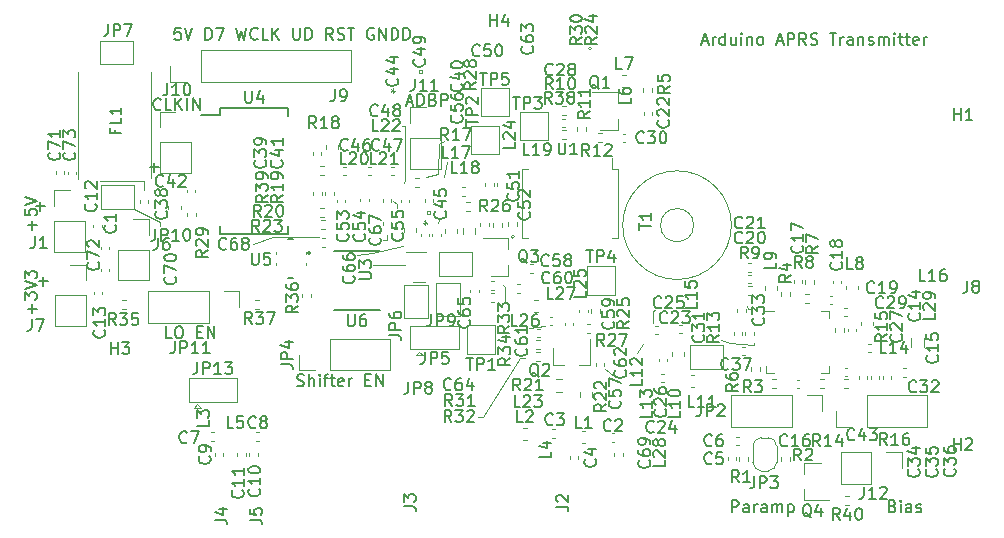
<source format=gbr>
G04 #@! TF.GenerationSoftware,KiCad,Pcbnew,5.99.0+really5.1.10+dfsg1-1*
G04 #@! TF.CreationDate,2022-01-09T21:41:06-05:00*
G04 #@! TF.ProjectId,radio,72616469-6f2e-46b6-9963-61645f706362,rev?*
G04 #@! TF.SameCoordinates,Original*
G04 #@! TF.FileFunction,Legend,Top*
G04 #@! TF.FilePolarity,Positive*
%FSLAX46Y46*%
G04 Gerber Fmt 4.6, Leading zero omitted, Abs format (unit mm)*
G04 Created by KiCad (PCBNEW 5.99.0+really5.1.10+dfsg1-1) date 2022-01-09 21:41:06*
%MOMM*%
%LPD*%
G01*
G04 APERTURE LIST*
%ADD10C,0.150000*%
%ADD11C,0.120000*%
%ADD12C,0.200000*%
%ADD13C,0.127000*%
%ADD14C,0.100000*%
G04 APERTURE END LIST*
D10*
X181103000Y-118562380D02*
X181103000Y-117562380D01*
X181483952Y-117562380D01*
X181579190Y-117610000D01*
X181626809Y-117657619D01*
X181674428Y-117752857D01*
X181674428Y-117895714D01*
X181626809Y-117990952D01*
X181579190Y-118038571D01*
X181483952Y-118086190D01*
X181103000Y-118086190D01*
X182531571Y-118562380D02*
X182531571Y-118038571D01*
X182483952Y-117943333D01*
X182388714Y-117895714D01*
X182198238Y-117895714D01*
X182103000Y-117943333D01*
X182531571Y-118514761D02*
X182436333Y-118562380D01*
X182198238Y-118562380D01*
X182103000Y-118514761D01*
X182055380Y-118419523D01*
X182055380Y-118324285D01*
X182103000Y-118229047D01*
X182198238Y-118181428D01*
X182436333Y-118181428D01*
X182531571Y-118133809D01*
X183007761Y-118562380D02*
X183007761Y-117895714D01*
X183007761Y-118086190D02*
X183055380Y-117990952D01*
X183103000Y-117943333D01*
X183198238Y-117895714D01*
X183293476Y-117895714D01*
X184055380Y-118562380D02*
X184055380Y-118038571D01*
X184007761Y-117943333D01*
X183912523Y-117895714D01*
X183722047Y-117895714D01*
X183626809Y-117943333D01*
X184055380Y-118514761D02*
X183960142Y-118562380D01*
X183722047Y-118562380D01*
X183626809Y-118514761D01*
X183579190Y-118419523D01*
X183579190Y-118324285D01*
X183626809Y-118229047D01*
X183722047Y-118181428D01*
X183960142Y-118181428D01*
X184055380Y-118133809D01*
X184531571Y-118562380D02*
X184531571Y-117895714D01*
X184531571Y-117990952D02*
X184579190Y-117943333D01*
X184674428Y-117895714D01*
X184817285Y-117895714D01*
X184912523Y-117943333D01*
X184960142Y-118038571D01*
X184960142Y-118562380D01*
X184960142Y-118038571D02*
X185007761Y-117943333D01*
X185103000Y-117895714D01*
X185245857Y-117895714D01*
X185341095Y-117943333D01*
X185388714Y-118038571D01*
X185388714Y-118562380D01*
X185864904Y-117895714D02*
X185864904Y-118895714D01*
X185864904Y-117943333D02*
X185960142Y-117895714D01*
X186150619Y-117895714D01*
X186245857Y-117943333D01*
X186293476Y-117990952D01*
X186341095Y-118086190D01*
X186341095Y-118371904D01*
X186293476Y-118467142D01*
X186245857Y-118514761D01*
X186150619Y-118562380D01*
X185960142Y-118562380D01*
X185864904Y-118514761D01*
X194722047Y-118038571D02*
X194864904Y-118086190D01*
X194912523Y-118133809D01*
X194960142Y-118229047D01*
X194960142Y-118371904D01*
X194912523Y-118467142D01*
X194864904Y-118514761D01*
X194769666Y-118562380D01*
X194388714Y-118562380D01*
X194388714Y-117562380D01*
X194722047Y-117562380D01*
X194817285Y-117610000D01*
X194864904Y-117657619D01*
X194912523Y-117752857D01*
X194912523Y-117848095D01*
X194864904Y-117943333D01*
X194817285Y-117990952D01*
X194722047Y-118038571D01*
X194388714Y-118038571D01*
X195388714Y-118562380D02*
X195388714Y-117895714D01*
X195388714Y-117562380D02*
X195341095Y-117610000D01*
X195388714Y-117657619D01*
X195436333Y-117610000D01*
X195388714Y-117562380D01*
X195388714Y-117657619D01*
X196293476Y-118562380D02*
X196293476Y-118038571D01*
X196245857Y-117943333D01*
X196150619Y-117895714D01*
X195960142Y-117895714D01*
X195864904Y-117943333D01*
X196293476Y-118514761D02*
X196198238Y-118562380D01*
X195960142Y-118562380D01*
X195864904Y-118514761D01*
X195817285Y-118419523D01*
X195817285Y-118324285D01*
X195864904Y-118229047D01*
X195960142Y-118181428D01*
X196198238Y-118181428D01*
X196293476Y-118133809D01*
X196722047Y-118514761D02*
X196817285Y-118562380D01*
X197007761Y-118562380D01*
X197103000Y-118514761D01*
X197150619Y-118419523D01*
X197150619Y-118371904D01*
X197103000Y-118276666D01*
X197007761Y-118229047D01*
X196864904Y-118229047D01*
X196769666Y-118181428D01*
X196722047Y-118086190D01*
X196722047Y-118038571D01*
X196769666Y-117943333D01*
X196864904Y-117895714D01*
X197007761Y-117895714D01*
X197103000Y-117943333D01*
X133683571Y-103830380D02*
X133207380Y-103830380D01*
X133207380Y-102830380D01*
X134207380Y-102830380D02*
X134397857Y-102830380D01*
X134493095Y-102878000D01*
X134588333Y-102973238D01*
X134635952Y-103163714D01*
X134635952Y-103497047D01*
X134588333Y-103687523D01*
X134493095Y-103782761D01*
X134397857Y-103830380D01*
X134207380Y-103830380D01*
X134112142Y-103782761D01*
X134016904Y-103687523D01*
X133969285Y-103497047D01*
X133969285Y-103163714D01*
X134016904Y-102973238D01*
X134112142Y-102878000D01*
X134207380Y-102830380D01*
X135826428Y-103306571D02*
X136159761Y-103306571D01*
X136302619Y-103830380D02*
X135826428Y-103830380D01*
X135826428Y-102830380D01*
X136302619Y-102830380D01*
X136731190Y-103830380D02*
X136731190Y-102830380D01*
X137302619Y-103830380D01*
X137302619Y-102830380D01*
X144312142Y-107846761D02*
X144455000Y-107894380D01*
X144693095Y-107894380D01*
X144788333Y-107846761D01*
X144835952Y-107799142D01*
X144883571Y-107703904D01*
X144883571Y-107608666D01*
X144835952Y-107513428D01*
X144788333Y-107465809D01*
X144693095Y-107418190D01*
X144502619Y-107370571D01*
X144407380Y-107322952D01*
X144359761Y-107275333D01*
X144312142Y-107180095D01*
X144312142Y-107084857D01*
X144359761Y-106989619D01*
X144407380Y-106942000D01*
X144502619Y-106894380D01*
X144740714Y-106894380D01*
X144883571Y-106942000D01*
X145312142Y-107894380D02*
X145312142Y-106894380D01*
X145740714Y-107894380D02*
X145740714Y-107370571D01*
X145693095Y-107275333D01*
X145597857Y-107227714D01*
X145455000Y-107227714D01*
X145359761Y-107275333D01*
X145312142Y-107322952D01*
X146216904Y-107894380D02*
X146216904Y-107227714D01*
X146216904Y-106894380D02*
X146169285Y-106942000D01*
X146216904Y-106989619D01*
X146264523Y-106942000D01*
X146216904Y-106894380D01*
X146216904Y-106989619D01*
X146550238Y-107227714D02*
X146931190Y-107227714D01*
X146693095Y-107894380D02*
X146693095Y-107037238D01*
X146740714Y-106942000D01*
X146835952Y-106894380D01*
X146931190Y-106894380D01*
X147121666Y-107227714D02*
X147502619Y-107227714D01*
X147264523Y-106894380D02*
X147264523Y-107751523D01*
X147312142Y-107846761D01*
X147407380Y-107894380D01*
X147502619Y-107894380D01*
X148216904Y-107846761D02*
X148121666Y-107894380D01*
X147931190Y-107894380D01*
X147835952Y-107846761D01*
X147788333Y-107751523D01*
X147788333Y-107370571D01*
X147835952Y-107275333D01*
X147931190Y-107227714D01*
X148121666Y-107227714D01*
X148216904Y-107275333D01*
X148264523Y-107370571D01*
X148264523Y-107465809D01*
X147788333Y-107561047D01*
X148693095Y-107894380D02*
X148693095Y-107227714D01*
X148693095Y-107418190D02*
X148740714Y-107322952D01*
X148788333Y-107275333D01*
X148883571Y-107227714D01*
X148978809Y-107227714D01*
X150074047Y-107370571D02*
X150407380Y-107370571D01*
X150550238Y-107894380D02*
X150074047Y-107894380D01*
X150074047Y-106894380D01*
X150550238Y-106894380D01*
X150978809Y-107894380D02*
X150978809Y-106894380D01*
X151550238Y-107894380D01*
X151550238Y-106894380D01*
X153582904Y-83859666D02*
X154059095Y-83859666D01*
X153487666Y-84145380D02*
X153821000Y-83145380D01*
X154154333Y-84145380D01*
X154487666Y-84145380D02*
X154487666Y-83145380D01*
X154725761Y-83145380D01*
X154868619Y-83193000D01*
X154963857Y-83288238D01*
X155011476Y-83383476D01*
X155059095Y-83573952D01*
X155059095Y-83716809D01*
X155011476Y-83907285D01*
X154963857Y-84002523D01*
X154868619Y-84097761D01*
X154725761Y-84145380D01*
X154487666Y-84145380D01*
X155821000Y-83621571D02*
X155963857Y-83669190D01*
X156011476Y-83716809D01*
X156059095Y-83812047D01*
X156059095Y-83954904D01*
X156011476Y-84050142D01*
X155963857Y-84097761D01*
X155868619Y-84145380D01*
X155487666Y-84145380D01*
X155487666Y-83145380D01*
X155821000Y-83145380D01*
X155916238Y-83193000D01*
X155963857Y-83240619D01*
X156011476Y-83335857D01*
X156011476Y-83431095D01*
X155963857Y-83526333D01*
X155916238Y-83573952D01*
X155821000Y-83621571D01*
X155487666Y-83621571D01*
X156487666Y-84145380D02*
X156487666Y-83145380D01*
X156868619Y-83145380D01*
X156963857Y-83193000D01*
X157011476Y-83240619D01*
X157059095Y-83335857D01*
X157059095Y-83478714D01*
X157011476Y-83573952D01*
X156963857Y-83621571D01*
X156868619Y-83669190D01*
X156487666Y-83669190D01*
X134438619Y-77557380D02*
X133962428Y-77557380D01*
X133914809Y-78033571D01*
X133962428Y-77985952D01*
X134057666Y-77938333D01*
X134295761Y-77938333D01*
X134391000Y-77985952D01*
X134438619Y-78033571D01*
X134486238Y-78128809D01*
X134486238Y-78366904D01*
X134438619Y-78462142D01*
X134391000Y-78509761D01*
X134295761Y-78557380D01*
X134057666Y-78557380D01*
X133962428Y-78509761D01*
X133914809Y-78462142D01*
X134771952Y-77557380D02*
X135105285Y-78557380D01*
X135438619Y-77557380D01*
X136533857Y-78557380D02*
X136533857Y-77557380D01*
X136771952Y-77557380D01*
X136914809Y-77605000D01*
X137010047Y-77700238D01*
X137057666Y-77795476D01*
X137105285Y-77985952D01*
X137105285Y-78128809D01*
X137057666Y-78319285D01*
X137010047Y-78414523D01*
X136914809Y-78509761D01*
X136771952Y-78557380D01*
X136533857Y-78557380D01*
X137438619Y-77557380D02*
X138105285Y-77557380D01*
X137676714Y-78557380D01*
X139152904Y-77557380D02*
X139391000Y-78557380D01*
X139581476Y-77843095D01*
X139771952Y-78557380D01*
X140010047Y-77557380D01*
X140962428Y-78462142D02*
X140914809Y-78509761D01*
X140771952Y-78557380D01*
X140676714Y-78557380D01*
X140533857Y-78509761D01*
X140438619Y-78414523D01*
X140391000Y-78319285D01*
X140343380Y-78128809D01*
X140343380Y-77985952D01*
X140391000Y-77795476D01*
X140438619Y-77700238D01*
X140533857Y-77605000D01*
X140676714Y-77557380D01*
X140771952Y-77557380D01*
X140914809Y-77605000D01*
X140962428Y-77652619D01*
X141867190Y-78557380D02*
X141391000Y-78557380D01*
X141391000Y-77557380D01*
X142200523Y-78557380D02*
X142200523Y-77557380D01*
X142771952Y-78557380D02*
X142343380Y-77985952D01*
X142771952Y-77557380D02*
X142200523Y-78128809D01*
X143962428Y-77557380D02*
X143962428Y-78366904D01*
X144010047Y-78462142D01*
X144057666Y-78509761D01*
X144152904Y-78557380D01*
X144343380Y-78557380D01*
X144438619Y-78509761D01*
X144486238Y-78462142D01*
X144533857Y-78366904D01*
X144533857Y-77557380D01*
X145010047Y-78557380D02*
X145010047Y-77557380D01*
X145248142Y-77557380D01*
X145391000Y-77605000D01*
X145486238Y-77700238D01*
X145533857Y-77795476D01*
X145581476Y-77985952D01*
X145581476Y-78128809D01*
X145533857Y-78319285D01*
X145486238Y-78414523D01*
X145391000Y-78509761D01*
X145248142Y-78557380D01*
X145010047Y-78557380D01*
X147343380Y-78557380D02*
X147010047Y-78081190D01*
X146771952Y-78557380D02*
X146771952Y-77557380D01*
X147152904Y-77557380D01*
X147248142Y-77605000D01*
X147295761Y-77652619D01*
X147343380Y-77747857D01*
X147343380Y-77890714D01*
X147295761Y-77985952D01*
X147248142Y-78033571D01*
X147152904Y-78081190D01*
X146771952Y-78081190D01*
X147724333Y-78509761D02*
X147867190Y-78557380D01*
X148105285Y-78557380D01*
X148200523Y-78509761D01*
X148248142Y-78462142D01*
X148295761Y-78366904D01*
X148295761Y-78271666D01*
X148248142Y-78176428D01*
X148200523Y-78128809D01*
X148105285Y-78081190D01*
X147914809Y-78033571D01*
X147819571Y-77985952D01*
X147771952Y-77938333D01*
X147724333Y-77843095D01*
X147724333Y-77747857D01*
X147771952Y-77652619D01*
X147819571Y-77605000D01*
X147914809Y-77557380D01*
X148152904Y-77557380D01*
X148295761Y-77605000D01*
X148581476Y-77557380D02*
X149152904Y-77557380D01*
X148867190Y-78557380D02*
X148867190Y-77557380D01*
X150771952Y-77605000D02*
X150676714Y-77557380D01*
X150533857Y-77557380D01*
X150391000Y-77605000D01*
X150295761Y-77700238D01*
X150248142Y-77795476D01*
X150200523Y-77985952D01*
X150200523Y-78128809D01*
X150248142Y-78319285D01*
X150295761Y-78414523D01*
X150391000Y-78509761D01*
X150533857Y-78557380D01*
X150629095Y-78557380D01*
X150771952Y-78509761D01*
X150819571Y-78462142D01*
X150819571Y-78128809D01*
X150629095Y-78128809D01*
X151248142Y-78557380D02*
X151248142Y-77557380D01*
X151819571Y-78557380D01*
X151819571Y-77557380D01*
X152295761Y-78557380D02*
X152295761Y-77557380D01*
X152533857Y-77557380D01*
X152676714Y-77605000D01*
X152771952Y-77700238D01*
X152819571Y-77795476D01*
X152867190Y-77985952D01*
X152867190Y-78128809D01*
X152819571Y-78319285D01*
X152771952Y-78414523D01*
X152676714Y-78509761D01*
X152533857Y-78557380D01*
X152295761Y-78557380D01*
X153295761Y-78557380D02*
X153295761Y-77557380D01*
X153533857Y-77557380D01*
X153676714Y-77605000D01*
X153771952Y-77700238D01*
X153819571Y-77795476D01*
X153867190Y-77985952D01*
X153867190Y-78128809D01*
X153819571Y-78319285D01*
X153771952Y-78414523D01*
X153676714Y-78509761D01*
X153533857Y-78557380D01*
X153295761Y-78557380D01*
X131826047Y-89352428D02*
X132587952Y-89352428D01*
X132207000Y-89733380D02*
X132207000Y-88971476D01*
X122174047Y-92654428D02*
X122935952Y-92654428D01*
X122555000Y-93035380D02*
X122555000Y-92273476D01*
X122428047Y-99004428D02*
X123189952Y-99004428D01*
X122809000Y-99385380D02*
X122809000Y-98623476D01*
X132754857Y-84431142D02*
X132707238Y-84478761D01*
X132564380Y-84526380D01*
X132469142Y-84526380D01*
X132326285Y-84478761D01*
X132231047Y-84383523D01*
X132183428Y-84288285D01*
X132135809Y-84097809D01*
X132135809Y-83954952D01*
X132183428Y-83764476D01*
X132231047Y-83669238D01*
X132326285Y-83574000D01*
X132469142Y-83526380D01*
X132564380Y-83526380D01*
X132707238Y-83574000D01*
X132754857Y-83621619D01*
X133659619Y-84526380D02*
X133183428Y-84526380D01*
X133183428Y-83526380D01*
X133992952Y-84526380D02*
X133992952Y-83526380D01*
X134564380Y-84526380D02*
X134135809Y-83954952D01*
X134564380Y-83526380D02*
X133992952Y-84097809D01*
X134992952Y-84526380D02*
X134992952Y-83526380D01*
X135469142Y-84526380D02*
X135469142Y-83526380D01*
X136040571Y-84526380D01*
X136040571Y-83526380D01*
X121864428Y-94630714D02*
X121864428Y-93868809D01*
X122245380Y-94249761D02*
X121483476Y-94249761D01*
X121245380Y-92916428D02*
X121245380Y-93392619D01*
X121721571Y-93440238D01*
X121673952Y-93392619D01*
X121626333Y-93297380D01*
X121626333Y-93059285D01*
X121673952Y-92964047D01*
X121721571Y-92916428D01*
X121816809Y-92868809D01*
X122054904Y-92868809D01*
X122150142Y-92916428D01*
X122197761Y-92964047D01*
X122245380Y-93059285D01*
X122245380Y-93297380D01*
X122197761Y-93392619D01*
X122150142Y-93440238D01*
X121245380Y-92583095D02*
X122245380Y-92249761D01*
X121245380Y-91916428D01*
X121864428Y-101710904D02*
X121864428Y-100949000D01*
X122245380Y-101329952D02*
X121483476Y-101329952D01*
X121245380Y-100568047D02*
X121245380Y-99949000D01*
X121626333Y-100282333D01*
X121626333Y-100139476D01*
X121673952Y-100044238D01*
X121721571Y-99996619D01*
X121816809Y-99949000D01*
X122054904Y-99949000D01*
X122150142Y-99996619D01*
X122197761Y-100044238D01*
X122245380Y-100139476D01*
X122245380Y-100425190D01*
X122197761Y-100520428D01*
X122150142Y-100568047D01*
X121245380Y-99663285D02*
X122245380Y-99329952D01*
X121245380Y-98996619D01*
X121245380Y-98758523D02*
X121245380Y-98139476D01*
X121626333Y-98472809D01*
X121626333Y-98329952D01*
X121673952Y-98234714D01*
X121721571Y-98187095D01*
X121816809Y-98139476D01*
X122054904Y-98139476D01*
X122150142Y-98187095D01*
X122197761Y-98234714D01*
X122245380Y-98329952D01*
X122245380Y-98615666D01*
X122197761Y-98710904D01*
X122150142Y-98758523D01*
D11*
X169242490Y-79311500D02*
G75*
G03*
X169242490Y-79311500I-141990J0D01*
G01*
X162701990Y-95250000D02*
G75*
G03*
X162701990Y-95250000I-141990J0D01*
G01*
X174434500Y-101536500D02*
X174561500Y-101409500D01*
X174434500Y-102552500D02*
X174434500Y-101536500D01*
X163893500Y-102933500D02*
X165290500Y-102806500D01*
X155321000Y-93027500D02*
X155575000Y-93027500D01*
X155575000Y-93027500D02*
X155575000Y-93281500D01*
X155575000Y-93281500D02*
X155321000Y-93281500D01*
X155321000Y-93281500D02*
X155321000Y-93027500D01*
X154622500Y-81407000D02*
X154622500Y-81153000D01*
X154876500Y-81407000D02*
X154622500Y-81407000D01*
X154876500Y-81153000D02*
X154876500Y-81407000D01*
X154622500Y-81153000D02*
X154876500Y-81153000D01*
X155130500Y-94170500D02*
X155130500Y-94234000D01*
X155003500Y-94043500D02*
X154940000Y-94043500D01*
X155257500Y-94043500D02*
X155321000Y-94043500D01*
X155130500Y-93916500D02*
X155130500Y-93853000D01*
X155003500Y-94170500D02*
X155257500Y-93916500D01*
X155257500Y-94170500D02*
X155003500Y-93916500D01*
X155130500Y-94107000D02*
X155130500Y-94170500D01*
X155003500Y-94043500D02*
X155257500Y-94043500D01*
X155130500Y-93916500D02*
X155130500Y-94107000D01*
X152273000Y-82740500D02*
X152527000Y-82994500D01*
X152273000Y-82994500D02*
X152527000Y-82740500D01*
X152400000Y-82994500D02*
X152400000Y-83058000D01*
X152590500Y-82867500D02*
X152209500Y-82867500D01*
X152400000Y-82677000D02*
X152400000Y-82994500D01*
X156210000Y-94107000D02*
X156337000Y-93853000D01*
X182499000Y-101346000D02*
X182626000Y-101346000D01*
X182499000Y-101346000D02*
X182372000Y-101092000D01*
X183007000Y-104394000D02*
X183007000Y-104267000D01*
X180975000Y-104267000D02*
X183007000Y-104394000D01*
X180213000Y-104013000D02*
X180975000Y-104267000D01*
X173609000Y-104317800D02*
X173050200Y-105054400D01*
X171170600Y-107061000D02*
X170383200Y-106451400D01*
X163195000Y-105511600D02*
X163601400Y-105511600D01*
X160070800Y-110515400D02*
X163195000Y-105511600D01*
X159588200Y-110515400D02*
X160070800Y-110515400D01*
X161874200Y-99491800D02*
X161721800Y-99364800D01*
X161874200Y-100660200D02*
X161874200Y-99491800D01*
X150749000Y-97663000D02*
X153416000Y-97663000D01*
X150622000Y-96647000D02*
X149352000Y-96774000D01*
X150622000Y-96647000D02*
X153289000Y-96012000D01*
X156210000Y-89916000D02*
X155194000Y-90170000D01*
X156337000Y-87376000D02*
X156210000Y-89916000D01*
X156718000Y-87122000D02*
X156337000Y-87376000D01*
X156718000Y-90170000D02*
X156972000Y-88900000D01*
X153416000Y-90424000D02*
X153314400Y-90678000D01*
X153416000Y-85852000D02*
X153416000Y-90424000D01*
X153162000Y-85852000D02*
X153416000Y-85852000D01*
X151892000Y-95504000D02*
X151892000Y-95123000D01*
X151574500Y-95504000D02*
X151892000Y-95504000D01*
X152717500Y-92456000D02*
X152717500Y-92773500D01*
X152400000Y-92202000D02*
X152717500Y-92456000D01*
X142240000Y-95250000D02*
X140589000Y-95885000D01*
X142240000Y-95250000D02*
X146177000Y-95250000D01*
X127762000Y-90551000D02*
X127635000Y-90551000D01*
X131318000Y-90551000D02*
X127762000Y-90551000D01*
X131318000Y-91313000D02*
X131318000Y-90551000D01*
X132715000Y-93980000D02*
X132715000Y-94361000D01*
X130495500Y-92884500D02*
X132715000Y-93980000D01*
D10*
X178585409Y-78703466D02*
X179061600Y-78703466D01*
X178490171Y-78989180D02*
X178823504Y-77989180D01*
X179156838Y-78989180D01*
X179490171Y-78989180D02*
X179490171Y-78322514D01*
X179490171Y-78512990D02*
X179537790Y-78417752D01*
X179585409Y-78370133D01*
X179680647Y-78322514D01*
X179775885Y-78322514D01*
X180537790Y-78989180D02*
X180537790Y-77989180D01*
X180537790Y-78941561D02*
X180442552Y-78989180D01*
X180252076Y-78989180D01*
X180156838Y-78941561D01*
X180109219Y-78893942D01*
X180061600Y-78798704D01*
X180061600Y-78512990D01*
X180109219Y-78417752D01*
X180156838Y-78370133D01*
X180252076Y-78322514D01*
X180442552Y-78322514D01*
X180537790Y-78370133D01*
X181442552Y-78322514D02*
X181442552Y-78989180D01*
X181013980Y-78322514D02*
X181013980Y-78846323D01*
X181061600Y-78941561D01*
X181156838Y-78989180D01*
X181299695Y-78989180D01*
X181394933Y-78941561D01*
X181442552Y-78893942D01*
X181918742Y-78989180D02*
X181918742Y-78322514D01*
X181918742Y-77989180D02*
X181871123Y-78036800D01*
X181918742Y-78084419D01*
X181966361Y-78036800D01*
X181918742Y-77989180D01*
X181918742Y-78084419D01*
X182394933Y-78322514D02*
X182394933Y-78989180D01*
X182394933Y-78417752D02*
X182442552Y-78370133D01*
X182537790Y-78322514D01*
X182680647Y-78322514D01*
X182775885Y-78370133D01*
X182823504Y-78465371D01*
X182823504Y-78989180D01*
X183442552Y-78989180D02*
X183347314Y-78941561D01*
X183299695Y-78893942D01*
X183252076Y-78798704D01*
X183252076Y-78512990D01*
X183299695Y-78417752D01*
X183347314Y-78370133D01*
X183442552Y-78322514D01*
X183585409Y-78322514D01*
X183680647Y-78370133D01*
X183728266Y-78417752D01*
X183775885Y-78512990D01*
X183775885Y-78798704D01*
X183728266Y-78893942D01*
X183680647Y-78941561D01*
X183585409Y-78989180D01*
X183442552Y-78989180D01*
X184918742Y-78703466D02*
X185394933Y-78703466D01*
X184823504Y-78989180D02*
X185156838Y-77989180D01*
X185490171Y-78989180D01*
X185823504Y-78989180D02*
X185823504Y-77989180D01*
X186204457Y-77989180D01*
X186299695Y-78036800D01*
X186347314Y-78084419D01*
X186394933Y-78179657D01*
X186394933Y-78322514D01*
X186347314Y-78417752D01*
X186299695Y-78465371D01*
X186204457Y-78512990D01*
X185823504Y-78512990D01*
X187394933Y-78989180D02*
X187061600Y-78512990D01*
X186823504Y-78989180D02*
X186823504Y-77989180D01*
X187204457Y-77989180D01*
X187299695Y-78036800D01*
X187347314Y-78084419D01*
X187394933Y-78179657D01*
X187394933Y-78322514D01*
X187347314Y-78417752D01*
X187299695Y-78465371D01*
X187204457Y-78512990D01*
X186823504Y-78512990D01*
X187775885Y-78941561D02*
X187918742Y-78989180D01*
X188156838Y-78989180D01*
X188252076Y-78941561D01*
X188299695Y-78893942D01*
X188347314Y-78798704D01*
X188347314Y-78703466D01*
X188299695Y-78608228D01*
X188252076Y-78560609D01*
X188156838Y-78512990D01*
X187966361Y-78465371D01*
X187871123Y-78417752D01*
X187823504Y-78370133D01*
X187775885Y-78274895D01*
X187775885Y-78179657D01*
X187823504Y-78084419D01*
X187871123Y-78036800D01*
X187966361Y-77989180D01*
X188204457Y-77989180D01*
X188347314Y-78036800D01*
X189394933Y-77989180D02*
X189966361Y-77989180D01*
X189680647Y-78989180D02*
X189680647Y-77989180D01*
X190299695Y-78989180D02*
X190299695Y-78322514D01*
X190299695Y-78512990D02*
X190347314Y-78417752D01*
X190394933Y-78370133D01*
X190490171Y-78322514D01*
X190585409Y-78322514D01*
X191347314Y-78989180D02*
X191347314Y-78465371D01*
X191299695Y-78370133D01*
X191204457Y-78322514D01*
X191013980Y-78322514D01*
X190918742Y-78370133D01*
X191347314Y-78941561D02*
X191252076Y-78989180D01*
X191013980Y-78989180D01*
X190918742Y-78941561D01*
X190871123Y-78846323D01*
X190871123Y-78751085D01*
X190918742Y-78655847D01*
X191013980Y-78608228D01*
X191252076Y-78608228D01*
X191347314Y-78560609D01*
X191823504Y-78322514D02*
X191823504Y-78989180D01*
X191823504Y-78417752D02*
X191871123Y-78370133D01*
X191966361Y-78322514D01*
X192109219Y-78322514D01*
X192204457Y-78370133D01*
X192252076Y-78465371D01*
X192252076Y-78989180D01*
X192680647Y-78941561D02*
X192775885Y-78989180D01*
X192966361Y-78989180D01*
X193061600Y-78941561D01*
X193109219Y-78846323D01*
X193109219Y-78798704D01*
X193061600Y-78703466D01*
X192966361Y-78655847D01*
X192823504Y-78655847D01*
X192728266Y-78608228D01*
X192680647Y-78512990D01*
X192680647Y-78465371D01*
X192728266Y-78370133D01*
X192823504Y-78322514D01*
X192966361Y-78322514D01*
X193061600Y-78370133D01*
X193537790Y-78989180D02*
X193537790Y-78322514D01*
X193537790Y-78417752D02*
X193585409Y-78370133D01*
X193680647Y-78322514D01*
X193823504Y-78322514D01*
X193918742Y-78370133D01*
X193966361Y-78465371D01*
X193966361Y-78989180D01*
X193966361Y-78465371D02*
X194013980Y-78370133D01*
X194109219Y-78322514D01*
X194252076Y-78322514D01*
X194347314Y-78370133D01*
X194394933Y-78465371D01*
X194394933Y-78989180D01*
X194871123Y-78989180D02*
X194871123Y-78322514D01*
X194871123Y-77989180D02*
X194823504Y-78036800D01*
X194871123Y-78084419D01*
X194918742Y-78036800D01*
X194871123Y-77989180D01*
X194871123Y-78084419D01*
X195204457Y-78322514D02*
X195585409Y-78322514D01*
X195347314Y-77989180D02*
X195347314Y-78846323D01*
X195394933Y-78941561D01*
X195490171Y-78989180D01*
X195585409Y-78989180D01*
X195775885Y-78322514D02*
X196156838Y-78322514D01*
X195918742Y-77989180D02*
X195918742Y-78846323D01*
X195966361Y-78941561D01*
X196061600Y-78989180D01*
X196156838Y-78989180D01*
X196871123Y-78941561D02*
X196775885Y-78989180D01*
X196585409Y-78989180D01*
X196490171Y-78941561D01*
X196442552Y-78846323D01*
X196442552Y-78465371D01*
X196490171Y-78370133D01*
X196585409Y-78322514D01*
X196775885Y-78322514D01*
X196871123Y-78370133D01*
X196918742Y-78465371D01*
X196918742Y-78560609D01*
X196442552Y-78655847D01*
X197347314Y-78989180D02*
X197347314Y-78322514D01*
X197347314Y-78512990D02*
X197394933Y-78417752D01*
X197442552Y-78370133D01*
X197537790Y-78322514D01*
X197633028Y-78322514D01*
D11*
G04 #@! TO.C,TP5*
X159836000Y-85020000D02*
X159836000Y-82620000D01*
X162236000Y-85020000D02*
X159836000Y-85020000D01*
X162236000Y-82620000D02*
X162236000Y-85020000D01*
X159836000Y-82620000D02*
X162236000Y-82620000D01*
G04 #@! TO.C,JP13*
X135110000Y-107204000D02*
X139210000Y-107204000D01*
X139210000Y-107204000D02*
X139210000Y-109204000D01*
X139210000Y-109204000D02*
X135110000Y-109204000D01*
X135110000Y-109204000D02*
X135110000Y-107204000D01*
X135860000Y-109404000D02*
X135560000Y-109704000D01*
X135560000Y-109704000D02*
X136160000Y-109704000D01*
X135860000Y-109404000D02*
X136160000Y-109704000D01*
G04 #@! TO.C,Q4*
X187184000Y-114371000D02*
X188644000Y-114371000D01*
X187184000Y-117531000D02*
X189344000Y-117531000D01*
X187184000Y-117531000D02*
X187184000Y-116601000D01*
X187184000Y-114371000D02*
X187184000Y-115301000D01*
G04 #@! TO.C,R40*
X191034641Y-117222000D02*
X190727359Y-117222000D01*
X191034641Y-117982000D02*
X190727359Y-117982000D01*
G04 #@! TO.C,L29*
X197410000Y-104586122D02*
X197410000Y-103786878D01*
X196290000Y-104586122D02*
X196290000Y-103786878D01*
G04 #@! TO.C,J12*
X195513000Y-113478000D02*
X195513000Y-114808000D01*
X194183000Y-113478000D02*
X195513000Y-113478000D01*
X192913000Y-113478000D02*
X192913000Y-116138000D01*
X192913000Y-116138000D02*
X190313000Y-116138000D01*
X192913000Y-113478000D02*
X190313000Y-113478000D01*
X190313000Y-113478000D02*
X190313000Y-116138000D01*
G04 #@! TO.C,C73*
X125607400Y-89947636D02*
X125607400Y-89731964D01*
X124887400Y-89947636D02*
X124887400Y-89731964D01*
G04 #@! TO.C,C72*
X127656000Y-96081964D02*
X127656000Y-96297636D01*
X128376000Y-96081964D02*
X128376000Y-96297636D01*
G04 #@! TO.C,C71*
X124591400Y-89924836D02*
X124591400Y-89709164D01*
X123871400Y-89924836D02*
X123871400Y-89709164D01*
G04 #@! TO.C,C70*
X127656000Y-97936164D02*
X127656000Y-98151836D01*
X128376000Y-97936164D02*
X128376000Y-98151836D01*
G04 #@! TO.C,R18*
X146584641Y-90042000D02*
X146277359Y-90042000D01*
X146584641Y-89282000D02*
X146277359Y-89282000D01*
G04 #@! TO.C,C35*
X193603200Y-107052164D02*
X193603200Y-107267836D01*
X192883200Y-107052164D02*
X192883200Y-107267836D01*
G04 #@! TO.C,C36*
X194619200Y-107029364D02*
X194619200Y-107245036D01*
X193899200Y-107029364D02*
X193899200Y-107245036D01*
G04 #@! TO.C,C32*
X195840236Y-107090800D02*
X195624564Y-107090800D01*
X195840236Y-106370800D02*
X195624564Y-106370800D01*
G04 #@! TO.C,C34*
X192587200Y-107052164D02*
X192587200Y-107267836D01*
X191867200Y-107052164D02*
X191867200Y-107267836D01*
G04 #@! TO.C,C21*
X182715996Y-98183020D02*
X182500324Y-98183020D01*
X182715996Y-97463020D02*
X182500324Y-97463020D01*
D10*
G04 #@! TO.C,U4*
X137797000Y-84366500D02*
X137797000Y-84941500D01*
X143547000Y-84366500D02*
X143547000Y-85016500D01*
X143547000Y-95016500D02*
X143547000Y-94366500D01*
X137797000Y-95016500D02*
X137797000Y-94366500D01*
X137797000Y-84366500D02*
X143547000Y-84366500D01*
X137797000Y-95016500D02*
X143547000Y-95016500D01*
X137797000Y-84941500D02*
X136197000Y-84941500D01*
D12*
G04 #@! TO.C,U6*
X145405500Y-96628000D02*
G75*
G03*
X145405500Y-96628000I-100000J0D01*
G01*
D13*
X147395500Y-96408000D02*
X151295500Y-96408000D01*
X147395500Y-101458000D02*
X151295500Y-101458000D01*
D11*
G04 #@! TO.C,U2*
X188654000Y-101498000D02*
X189304000Y-101498000D01*
X189304000Y-101498000D02*
X189304000Y-102148000D01*
X188654000Y-106798000D02*
X189304000Y-106798000D01*
X189304000Y-106798000D02*
X189304000Y-106148000D01*
X184654000Y-106798000D02*
X184004000Y-106798000D01*
X184004000Y-106798000D02*
X184004000Y-106148000D01*
X184654000Y-101498000D02*
X183904000Y-101498000D01*
G04 #@! TO.C,TP4*
X168853000Y-100133000D02*
X168853000Y-97733000D01*
X171253000Y-100133000D02*
X168853000Y-100133000D01*
X171253000Y-97733000D02*
X171253000Y-100133000D01*
X168853000Y-97733000D02*
X171253000Y-97733000D01*
G04 #@! TO.C,TP3*
X163138000Y-87052000D02*
X163138000Y-84652000D01*
X165538000Y-87052000D02*
X163138000Y-87052000D01*
X165538000Y-84652000D02*
X165538000Y-87052000D01*
X163138000Y-84652000D02*
X165538000Y-84652000D01*
G04 #@! TO.C,TP2*
X159023200Y-88271200D02*
X159023200Y-85871200D01*
X161423200Y-88271200D02*
X159023200Y-88271200D01*
X161423200Y-85871200D02*
X161423200Y-88271200D01*
X159023200Y-85871200D02*
X161423200Y-85871200D01*
G04 #@! TO.C,JP12*
X177528000Y-104410000D02*
X180328000Y-104410000D01*
X180328000Y-104410000D02*
X180328000Y-106410000D01*
X180328000Y-106410000D02*
X177528000Y-106410000D01*
X177528000Y-106410000D02*
X177528000Y-104410000D01*
G04 #@! TO.C,U5*
X142476400Y-97471400D02*
X142476400Y-97596400D01*
X142476400Y-96546400D02*
X142476400Y-96671400D01*
X145026400Y-97471400D02*
X145026400Y-97596400D01*
D13*
X143976400Y-95446400D02*
X143526400Y-95446400D01*
X143976400Y-98696400D02*
X143526400Y-98696400D01*
D11*
X145026400Y-96546400D02*
X145026400Y-96671400D01*
G04 #@! TO.C,U3*
X155222500Y-96490000D02*
X153532500Y-96490000D01*
D14*
X155122500Y-99090000D02*
X154122500Y-99090000D01*
D11*
G04 #@! TO.C,U1*
X170942000Y-95313500D02*
X171450000Y-95313500D01*
X171450000Y-95313500D02*
X171450000Y-89471500D01*
X171450000Y-89471500D02*
X170942000Y-89471500D01*
X170942000Y-89471500D02*
X170942000Y-88582500D01*
X163830000Y-89471500D02*
X163322000Y-89471500D01*
X163322000Y-89471500D02*
X163322000Y-95313500D01*
X163322000Y-95313500D02*
X163830000Y-95313500D01*
G04 #@! TO.C,TP1*
X158650000Y-102750000D02*
X161050000Y-102750000D01*
X161050000Y-102750000D02*
X161050000Y-105150000D01*
X161050000Y-105150000D02*
X158650000Y-105150000D01*
X158650000Y-105150000D02*
X158650000Y-102750000D01*
G04 #@! TO.C,T1*
X177875407Y-94258500D02*
G75*
G03*
X177875407Y-94258500I-1403567J0D01*
G01*
X181072927Y-94258500D02*
G75*
G03*
X181072927Y-94258500I-4601087J0D01*
G01*
G04 #@! TO.C,R39*
X145606500Y-91746041D02*
X145606500Y-91438759D01*
X146366500Y-91746041D02*
X146366500Y-91438759D01*
G04 #@! TO.C,R38*
X167029641Y-86994000D02*
X166722359Y-86994000D01*
X167029641Y-86234000D02*
X166722359Y-86234000D01*
G04 #@! TO.C,R37*
X141072841Y-101370400D02*
X140765559Y-101370400D01*
X141072841Y-100610400D02*
X140765559Y-100610400D01*
G04 #@! TO.C,R36*
X144717500Y-100354641D02*
X144717500Y-100047359D01*
X145477500Y-100354641D02*
X145477500Y-100047359D01*
G04 #@! TO.C,R35*
X129795241Y-101319600D02*
X129487959Y-101319600D01*
X129795241Y-100559600D02*
X129487959Y-100559600D01*
G04 #@! TO.C,R34*
X160693859Y-100013500D02*
X161001141Y-100013500D01*
X160693859Y-100773500D02*
X161001141Y-100773500D01*
G04 #@! TO.C,R33*
X160691859Y-98997500D02*
X160999141Y-98997500D01*
X160691859Y-99757500D02*
X160999141Y-99757500D01*
G04 #@! TO.C,R32*
X164874641Y-105790000D02*
X164567359Y-105790000D01*
X164874641Y-105030000D02*
X164567359Y-105030000D01*
G04 #@! TO.C,R31*
X164874641Y-104774000D02*
X164567359Y-104774000D01*
X164874641Y-104014000D02*
X164567359Y-104014000D01*
G04 #@! TO.C,R30*
X160846500Y-94385641D02*
X160846500Y-94078359D01*
X161606500Y-94385641D02*
X161606500Y-94078359D01*
G04 #@! TO.C,R29*
X135698500Y-93191359D02*
X135698500Y-93498641D01*
X134938500Y-93191359D02*
X134938500Y-93498641D01*
G04 #@! TO.C,R28*
X159399500Y-94505242D02*
X159399500Y-94979758D01*
X158354500Y-94505242D02*
X158354500Y-94979758D01*
G04 #@! TO.C,R27*
X168819859Y-102617000D02*
X169127141Y-102617000D01*
X168819859Y-103377000D02*
X169127141Y-103377000D01*
G04 #@! TO.C,R26*
X158596359Y-92330000D02*
X158903641Y-92330000D01*
X158596359Y-93090000D02*
X158903641Y-93090000D01*
G04 #@! TO.C,R25*
X169925000Y-101380859D02*
X169925000Y-101688141D01*
X169165000Y-101380859D02*
X169165000Y-101688141D01*
G04 #@! TO.C,R24*
X162889200Y-94029559D02*
X162889200Y-94336841D01*
X162129200Y-94029559D02*
X162129200Y-94336841D01*
G04 #@! TO.C,R23*
X146648141Y-94550500D02*
X146340859Y-94550500D01*
X146648141Y-93790500D02*
X146340859Y-93790500D01*
G04 #@! TO.C,R22*
X168260500Y-108821758D02*
X168260500Y-108347242D01*
X169305500Y-108821758D02*
X169305500Y-108347242D01*
G04 #@! TO.C,R21*
X166259242Y-107300500D02*
X166733758Y-107300500D01*
X166259242Y-108345500D02*
X166733758Y-108345500D01*
G04 #@! TO.C,R20*
X146584641Y-93547200D02*
X146277359Y-93547200D01*
X146584641Y-92787200D02*
X146277359Y-92787200D01*
G04 #@! TO.C,R19*
X146635200Y-91746041D02*
X146635200Y-91438759D01*
X147395200Y-91746041D02*
X147395200Y-91438759D01*
G04 #@! TO.C,R17*
X154583641Y-91058000D02*
X154276359Y-91058000D01*
X154583641Y-90298000D02*
X154276359Y-90298000D01*
G04 #@! TO.C,R16*
X190598359Y-107316000D02*
X190905641Y-107316000D01*
X190598359Y-108076000D02*
X190905641Y-108076000D01*
G04 #@! TO.C,R15*
X190626000Y-102972359D02*
X190626000Y-103279641D01*
X189866000Y-102972359D02*
X189866000Y-103279641D01*
G04 #@! TO.C,R14*
X188566359Y-107316000D02*
X188873641Y-107316000D01*
X188566359Y-108076000D02*
X188873641Y-108076000D01*
G04 #@! TO.C,R13*
X183006000Y-103275159D02*
X183006000Y-103582441D01*
X182246000Y-103275159D02*
X182246000Y-103582441D01*
G04 #@! TO.C,R12*
X169774359Y-86488000D02*
X170081641Y-86488000D01*
X169774359Y-87248000D02*
X170081641Y-87248000D01*
G04 #@! TO.C,R11*
X168782000Y-85952359D02*
X168782000Y-86259641D01*
X168022000Y-85952359D02*
X168022000Y-86259641D01*
G04 #@! TO.C,R10*
X167033641Y-84962000D02*
X166726359Y-84962000D01*
X167033641Y-84202000D02*
X166726359Y-84202000D01*
G04 #@! TO.C,R9*
X182777641Y-100202000D02*
X182470359Y-100202000D01*
X182777641Y-99442000D02*
X182470359Y-99442000D01*
G04 #@! TO.C,R8*
X187603641Y-100862400D02*
X187296359Y-100862400D01*
X187603641Y-100102400D02*
X187296359Y-100102400D01*
G04 #@! TO.C,R7*
X187326000Y-99215641D02*
X187326000Y-98908359D01*
X188086000Y-99215641D02*
X188086000Y-98908359D01*
G04 #@! TO.C,R6*
X182754000Y-106577641D02*
X182754000Y-106270359D01*
X183514000Y-106577641D02*
X183514000Y-106270359D01*
G04 #@! TO.C,R5*
X173610000Y-82957641D02*
X173610000Y-82650359D01*
X174370000Y-82957641D02*
X174370000Y-82650359D01*
G04 #@! TO.C,R4*
X186054000Y-99924359D02*
X186054000Y-100231641D01*
X185294000Y-99924359D02*
X185294000Y-100231641D01*
G04 #@! TO.C,R3*
X184506359Y-107316000D02*
X184813641Y-107316000D01*
X184506359Y-108076000D02*
X184813641Y-108076000D01*
G04 #@! TO.C,R2*
X185294000Y-114197641D02*
X185294000Y-113890359D01*
X186054000Y-114197641D02*
X186054000Y-113890359D01*
G04 #@! TO.C,R1*
X182498000Y-113892359D02*
X182498000Y-114199641D01*
X181738000Y-113892359D02*
X181738000Y-114199641D01*
G04 #@! TO.C,Q3*
X162161000Y-98542000D02*
X162161000Y-97612000D01*
X162161000Y-95382000D02*
X162161000Y-96312000D01*
X162161000Y-95382000D02*
X160001000Y-95382000D01*
X162161000Y-98542000D02*
X160701000Y-98542000D01*
G04 #@! TO.C,Q2*
X165935500Y-106090500D02*
X166865500Y-106090500D01*
X169095500Y-106090500D02*
X168165500Y-106090500D01*
X169095500Y-106090500D02*
X169095500Y-103930500D01*
X165935500Y-106090500D02*
X165935500Y-104630500D01*
G04 #@! TO.C,Q1*
X171432000Y-86162000D02*
X171432000Y-85232000D01*
X171432000Y-83002000D02*
X171432000Y-83932000D01*
X171432000Y-83002000D02*
X169272000Y-83002000D01*
X171432000Y-86162000D02*
X169972000Y-86162000D01*
G04 #@! TO.C,L26*
X164391221Y-100582000D02*
X164716779Y-100582000D01*
X164391221Y-101602000D02*
X164716779Y-101602000D01*
G04 #@! TO.C,L11*
X177611721Y-106932000D02*
X177937279Y-106932000D01*
X177611721Y-107952000D02*
X177937279Y-107952000D01*
G04 #@! TO.C,L10*
X177040000Y-105018721D02*
X177040000Y-105344279D01*
X176020000Y-105018721D02*
X176020000Y-105344279D01*
G04 #@! TO.C,L9*
X183894000Y-99756279D02*
X183894000Y-99430721D01*
X184914000Y-99756279D02*
X184914000Y-99430721D01*
G04 #@! TO.C,L8*
X190752000Y-99705279D02*
X190752000Y-99379721D01*
X191772000Y-99705279D02*
X191772000Y-99379721D01*
G04 #@! TO.C,L7*
X172146279Y-82552000D02*
X171820721Y-82552000D01*
X172146279Y-81532000D02*
X171820721Y-81532000D01*
G04 #@! TO.C,L2*
X163738779Y-112422400D02*
X163413221Y-112422400D01*
X163738779Y-111402400D02*
X163413221Y-111402400D01*
G04 #@! TO.C,L1*
X168717179Y-112727200D02*
X168391621Y-112727200D01*
X168717179Y-111707200D02*
X168391621Y-111707200D01*
G04 #@! TO.C,JP11*
X131664400Y-99863600D02*
X131664400Y-102523600D01*
X136804400Y-99863600D02*
X131664400Y-99863600D01*
X136804400Y-102523600D02*
X131664400Y-102523600D01*
X136804400Y-99863600D02*
X136804400Y-102523600D01*
X138074400Y-99863600D02*
X139404400Y-99863600D01*
X139404400Y-99863600D02*
X139404400Y-101193600D01*
G04 #@! TO.C,JP10*
X127695500Y-92884500D02*
X127695500Y-90884500D01*
X130495500Y-92884500D02*
X127695500Y-92884500D01*
X130495500Y-90884500D02*
X130495500Y-92884500D01*
X127695500Y-90884500D02*
X130495500Y-90884500D01*
G04 #@! TO.C,JP9*
X158099000Y-101935500D02*
X156099000Y-101935500D01*
X158099000Y-99135500D02*
X158099000Y-101935500D01*
X156099000Y-99135500D02*
X158099000Y-99135500D01*
X156099000Y-101935500D02*
X156099000Y-99135500D01*
G04 #@! TO.C,JP8*
X159150000Y-96550000D02*
X159150000Y-98550000D01*
X156350000Y-96550000D02*
X159150000Y-96550000D01*
X156350000Y-98550000D02*
X156350000Y-96550000D01*
X159150000Y-98550000D02*
X156350000Y-98550000D01*
G04 #@! TO.C,JP7*
X130383500Y-78629000D02*
X130383500Y-80629000D01*
X127583500Y-78629000D02*
X130383500Y-78629000D01*
X127583500Y-80629000D02*
X127583500Y-78629000D01*
X130383500Y-80629000D02*
X127583500Y-80629000D01*
G04 #@! TO.C,JP6*
X155368500Y-102126000D02*
X153368500Y-102126000D01*
X155368500Y-99326000D02*
X155368500Y-102126000D01*
X153368500Y-99326000D02*
X155368500Y-99326000D01*
X153368500Y-102126000D02*
X153368500Y-99326000D01*
G04 #@! TO.C,JP5*
X154626000Y-104959000D02*
X154926000Y-105259000D01*
X154326000Y-105259000D02*
X154926000Y-105259000D01*
X154626000Y-104959000D02*
X154326000Y-105259000D01*
X153876000Y-104759000D02*
X153876000Y-102759000D01*
X157976000Y-104759000D02*
X153876000Y-104759000D01*
X157976000Y-102759000D02*
X157976000Y-104759000D01*
X153876000Y-102759000D02*
X157976000Y-102759000D01*
G04 #@! TO.C,JP4*
X152206000Y-106549500D02*
X152206000Y-103889500D01*
X147066000Y-106549500D02*
X152206000Y-106549500D01*
X147066000Y-103889500D02*
X152206000Y-103889500D01*
X147066000Y-106549500D02*
X147066000Y-103889500D01*
X145796000Y-106549500D02*
X144466000Y-106549500D01*
X144466000Y-106549500D02*
X144466000Y-105219500D01*
G04 #@! TO.C,JP3*
X184196000Y-115050000D02*
X183596000Y-115050000D01*
X184896000Y-112950000D02*
X184896000Y-114350000D01*
X183596000Y-112250000D02*
X184196000Y-112250000D01*
X182896000Y-114350000D02*
X182896000Y-112950000D01*
X183596000Y-115050000D02*
G75*
G02*
X182896000Y-114350000I0J700000D01*
G01*
X184896000Y-114350000D02*
G75*
G02*
X184196000Y-115050000I-700000J0D01*
G01*
X184196000Y-112250000D02*
G75*
G02*
X184896000Y-112950000I0J-700000D01*
G01*
X182896000Y-112950000D02*
G75*
G02*
X183596000Y-112250000I700000J0D01*
G01*
G04 #@! TO.C,JP2*
X181042000Y-108652000D02*
X181042000Y-111312000D01*
X186182000Y-108652000D02*
X181042000Y-108652000D01*
X186182000Y-111312000D02*
X181042000Y-111312000D01*
X186182000Y-108652000D02*
X186182000Y-111312000D01*
X187452000Y-108652000D02*
X188782000Y-108652000D01*
X188782000Y-108652000D02*
X188782000Y-109982000D01*
G04 #@! TO.C,JP1*
X197672000Y-111312000D02*
X197672000Y-108652000D01*
X192532000Y-111312000D02*
X197672000Y-111312000D01*
X192532000Y-108652000D02*
X197672000Y-108652000D01*
X192532000Y-111312000D02*
X192532000Y-108652000D01*
X191262000Y-111312000D02*
X189932000Y-111312000D01*
X189932000Y-111312000D02*
X189932000Y-109982000D01*
G04 #@! TO.C,J11*
X153864000Y-89468000D02*
X156524000Y-89468000D01*
X153864000Y-86868000D02*
X153864000Y-89468000D01*
X156524000Y-86868000D02*
X156524000Y-89468000D01*
X153864000Y-86868000D02*
X156524000Y-86868000D01*
X153864000Y-85598000D02*
X153864000Y-84268000D01*
X153864000Y-84268000D02*
X155194000Y-84268000D01*
G04 #@! TO.C,J10*
X132655000Y-89849000D02*
X135315000Y-89849000D01*
X132655000Y-87249000D02*
X132655000Y-89849000D01*
X135315000Y-87249000D02*
X135315000Y-89849000D01*
X132655000Y-87249000D02*
X135315000Y-87249000D01*
X132655000Y-85979000D02*
X132655000Y-84649000D01*
X132655000Y-84649000D02*
X133985000Y-84649000D01*
G04 #@! TO.C,J9*
X148904000Y-82102000D02*
X148904000Y-79442000D01*
X136144000Y-82102000D02*
X148904000Y-82102000D01*
X136144000Y-79442000D02*
X148904000Y-79442000D01*
X136144000Y-82102000D02*
X136144000Y-79442000D01*
X134874000Y-82102000D02*
X133544000Y-82102000D01*
X133544000Y-82102000D02*
X133544000Y-80772000D01*
G04 #@! TO.C,J7*
X123765000Y-100203000D02*
X126425000Y-100203000D01*
X123765000Y-100203000D02*
X123765000Y-102803000D01*
X123765000Y-102803000D02*
X126425000Y-102803000D01*
X126425000Y-100203000D02*
X126425000Y-102803000D01*
X126425000Y-97603000D02*
X126425000Y-98933000D01*
X125095000Y-97603000D02*
X126425000Y-97603000D01*
G04 #@! TO.C,J6*
X129099000Y-96329500D02*
X131759000Y-96329500D01*
X129099000Y-96329500D02*
X129099000Y-98929500D01*
X129099000Y-98929500D02*
X131759000Y-98929500D01*
X131759000Y-96329500D02*
X131759000Y-98929500D01*
X131759000Y-93729500D02*
X131759000Y-95059500D01*
X130429000Y-93729500D02*
X131759000Y-93729500D01*
G04 #@! TO.C,J1*
X123701500Y-96516500D02*
X126361500Y-96516500D01*
X123701500Y-93916500D02*
X123701500Y-96516500D01*
X126361500Y-93916500D02*
X126361500Y-96516500D01*
X123701500Y-93916500D02*
X126361500Y-93916500D01*
X123701500Y-92646500D02*
X123701500Y-91316500D01*
X123701500Y-91316500D02*
X125031500Y-91316500D01*
G04 #@! TO.C,FL1*
X125765500Y-90327000D02*
X125765500Y-81327000D01*
X131965500Y-81277000D02*
X131965500Y-90277000D01*
G04 #@! TO.C,C69*
X171873500Y-113582564D02*
X171873500Y-113798236D01*
X171153500Y-113582564D02*
X171153500Y-113798236D01*
G04 #@! TO.C,C68*
X146663236Y-96067200D02*
X146447564Y-96067200D01*
X146663236Y-95347200D02*
X146447564Y-95347200D01*
G04 #@! TO.C,C67*
X152252000Y-94027164D02*
X152252000Y-94242836D01*
X151532000Y-94027164D02*
X151532000Y-94242836D01*
G04 #@! TO.C,C66*
X154370500Y-94524920D02*
X154370500Y-94806080D01*
X153350500Y-94524920D02*
X153350500Y-94806080D01*
G04 #@! TO.C,C65*
X159681500Y-99714164D02*
X159681500Y-99929836D01*
X158961500Y-99714164D02*
X158961500Y-99929836D01*
G04 #@! TO.C,C64*
X164854836Y-103738000D02*
X164639164Y-103738000D01*
X164854836Y-103018000D02*
X164639164Y-103018000D01*
G04 #@! TO.C,C63*
X160507000Y-94098164D02*
X160507000Y-94313836D01*
X159787000Y-94098164D02*
X159787000Y-94313836D01*
G04 #@! TO.C,C62*
X167682500Y-102508164D02*
X167682500Y-102723836D01*
X166962500Y-102508164D02*
X166962500Y-102723836D01*
G04 #@! TO.C,C61*
X165690664Y-102002000D02*
X165906336Y-102002000D01*
X165690664Y-102722000D02*
X165906336Y-102722000D01*
G04 #@! TO.C,C60*
X163140336Y-99991500D02*
X162924664Y-99991500D01*
X163140336Y-99271500D02*
X162924664Y-99271500D01*
G04 #@! TO.C,C59*
X168169000Y-101616336D02*
X168169000Y-101400664D01*
X168889000Y-101616336D02*
X168889000Y-101400664D01*
G04 #@! TO.C,C58*
X164255336Y-98277000D02*
X164039664Y-98277000D01*
X164255336Y-97557000D02*
X164039664Y-97557000D01*
G04 #@! TO.C,C57*
X170286000Y-105965164D02*
X170286000Y-106180836D01*
X169566000Y-105965164D02*
X169566000Y-106180836D01*
G04 #@! TO.C,C56*
X153776000Y-92094164D02*
X153776000Y-92309836D01*
X153056000Y-92094164D02*
X153056000Y-92309836D01*
G04 #@! TO.C,C55*
X152252000Y-92066164D02*
X152252000Y-92281836D01*
X151532000Y-92066164D02*
X151532000Y-92281836D01*
G04 #@! TO.C,C54*
X150347000Y-92030664D02*
X150347000Y-92246336D01*
X149627000Y-92030664D02*
X149627000Y-92246336D01*
G04 #@! TO.C,C53*
X148378500Y-92094164D02*
X148378500Y-92309836D01*
X147658500Y-92094164D02*
X147658500Y-92309836D01*
G04 #@! TO.C,C52*
X161954800Y-90722564D02*
X161954800Y-90938236D01*
X161234800Y-90722564D02*
X161234800Y-90938236D01*
G04 #@! TO.C,C51*
X160938800Y-90722564D02*
X160938800Y-90938236D01*
X160218800Y-90722564D02*
X160218800Y-90938236D01*
G04 #@! TO.C,C50*
X158286564Y-91029200D02*
X158502236Y-91029200D01*
X158286564Y-91749200D02*
X158502236Y-91749200D01*
G04 #@! TO.C,C49*
X155808000Y-92066164D02*
X155808000Y-92281836D01*
X155088000Y-92066164D02*
X155088000Y-92281836D01*
G04 #@! TO.C,C48*
X152507836Y-90022000D02*
X152292164Y-90022000D01*
X152507836Y-89302000D02*
X152292164Y-89302000D01*
G04 #@! TO.C,C47*
X150539336Y-90022000D02*
X150323664Y-90022000D01*
X150539336Y-89302000D02*
X150323664Y-89302000D01*
G04 #@! TO.C,C46*
X148443836Y-90022000D02*
X148228164Y-90022000D01*
X148443836Y-89302000D02*
X148228164Y-89302000D01*
G04 #@! TO.C,C45*
X156460000Y-94992164D02*
X156460000Y-95207836D01*
X155740000Y-94992164D02*
X155740000Y-95207836D01*
G04 #@! TO.C,C44*
X155490500Y-94992164D02*
X155490500Y-95207836D01*
X154770500Y-94992164D02*
X154770500Y-95207836D01*
G04 #@! TO.C,C43*
X190674164Y-106320000D02*
X190889836Y-106320000D01*
X190674164Y-107040000D02*
X190889836Y-107040000D01*
G04 #@! TO.C,C42*
X135678500Y-91268664D02*
X135678500Y-91484336D01*
X134958500Y-91268664D02*
X134958500Y-91484336D01*
G04 #@! TO.C,C41*
X145626500Y-88309336D02*
X145626500Y-88093664D01*
X146346500Y-88309336D02*
X146346500Y-88093664D01*
G04 #@! TO.C,C40*
X157863000Y-94614420D02*
X157863000Y-94895580D01*
X156843000Y-94614420D02*
X156843000Y-94895580D01*
G04 #@! TO.C,C39*
X146746500Y-87770580D02*
X146746500Y-87489420D01*
X147766500Y-87770580D02*
X147766500Y-87489420D01*
G04 #@! TO.C,C38*
X133411500Y-92914080D02*
X133411500Y-92632920D01*
X134431500Y-92914080D02*
X134431500Y-92632920D01*
G04 #@! TO.C,C37*
X182197836Y-105262000D02*
X181982164Y-105262000D01*
X182197836Y-104542000D02*
X181982164Y-104542000D01*
G04 #@! TO.C,C33*
X181554800Y-101606236D02*
X181554800Y-101390564D01*
X182274800Y-101606236D02*
X182274800Y-101390564D01*
G04 #@! TO.C,C31*
X181970000Y-103320964D02*
X181970000Y-103536636D01*
X181250000Y-103320964D02*
X181250000Y-103536636D01*
G04 #@! TO.C,C30*
X171878164Y-86508000D02*
X172093836Y-86508000D01*
X171878164Y-87228000D02*
X172093836Y-87228000D01*
G04 #@! TO.C,C29*
X190618164Y-101240000D02*
X190833836Y-101240000D01*
X190618164Y-101960000D02*
X190833836Y-101960000D01*
G04 #@! TO.C,C28*
X166742164Y-85238000D02*
X166957836Y-85238000D01*
X166742164Y-85958000D02*
X166957836Y-85958000D01*
G04 #@! TO.C,C27*
X191622000Y-103044164D02*
X191622000Y-103259836D01*
X190902000Y-103044164D02*
X190902000Y-103259836D01*
G04 #@! TO.C,C26*
X175620000Y-105584164D02*
X175620000Y-105799836D01*
X174900000Y-105584164D02*
X174900000Y-105799836D01*
G04 #@! TO.C,C25*
X174831836Y-103484000D02*
X174616164Y-103484000D01*
X174831836Y-102764000D02*
X174616164Y-102764000D01*
G04 #@! TO.C,C24*
X175124164Y-106856000D02*
X175339836Y-106856000D01*
X175124164Y-107576000D02*
X175339836Y-107576000D01*
G04 #@! TO.C,C23*
X176648164Y-102708000D02*
X176863836Y-102708000D01*
X176648164Y-103428000D02*
X176863836Y-103428000D01*
G04 #@! TO.C,C22*
X173630000Y-84915836D02*
X173630000Y-84700164D01*
X174350000Y-84915836D02*
X174350000Y-84700164D01*
G04 #@! TO.C,C20*
X182705836Y-99166000D02*
X182490164Y-99166000D01*
X182705836Y-98446000D02*
X182490164Y-98446000D01*
G04 #@! TO.C,C19*
X189404164Y-100224000D02*
X189619836Y-100224000D01*
X189404164Y-100944000D02*
X189619836Y-100944000D01*
G04 #@! TO.C,C18*
X190352000Y-98980164D02*
X190352000Y-99195836D01*
X189632000Y-98980164D02*
X189632000Y-99195836D01*
G04 #@! TO.C,C17*
X186330000Y-99139836D02*
X186330000Y-98924164D01*
X187050000Y-99139836D02*
X187050000Y-98924164D01*
G04 #@! TO.C,C16*
X186610164Y-107336000D02*
X186825836Y-107336000D01*
X186610164Y-108056000D02*
X186825836Y-108056000D01*
G04 #@! TO.C,C15*
X192865836Y-105008000D02*
X192650164Y-105008000D01*
X192865836Y-104288000D02*
X192650164Y-104288000D01*
G04 #@! TO.C,C14*
X193042000Y-102462420D02*
X193042000Y-102743580D01*
X192022000Y-102462420D02*
X192022000Y-102743580D01*
G04 #@! TO.C,C13*
X127084500Y-100092336D02*
X127084500Y-99876664D01*
X127804500Y-100092336D02*
X127804500Y-99876664D01*
G04 #@! TO.C,C12*
X130970700Y-92360636D02*
X130970700Y-92144964D01*
X131690700Y-92360636D02*
X131690700Y-92144964D01*
G04 #@! TO.C,C11*
X139933000Y-113557164D02*
X139933000Y-113772836D01*
X139213000Y-113557164D02*
X139213000Y-113772836D01*
G04 #@! TO.C,C10*
X140949000Y-113557164D02*
X140949000Y-113772836D01*
X140229000Y-113557164D02*
X140229000Y-113772836D01*
G04 #@! TO.C,C9*
X138028000Y-113557164D02*
X138028000Y-113772836D01*
X137308000Y-113557164D02*
X137308000Y-113772836D01*
G04 #@! TO.C,C8*
X141077836Y-112501000D02*
X140862164Y-112501000D01*
X141077836Y-111781000D02*
X140862164Y-111781000D01*
G04 #@! TO.C,C7*
X137267836Y-112501000D02*
X137052164Y-112501000D01*
X137267836Y-111781000D02*
X137052164Y-111781000D01*
G04 #@! TO.C,C6*
X181689836Y-112882000D02*
X181474164Y-112882000D01*
X181689836Y-112162000D02*
X181474164Y-112162000D01*
G04 #@! TO.C,C5*
X180742000Y-114125836D02*
X180742000Y-113910164D01*
X181462000Y-114125836D02*
X181462000Y-113910164D01*
G04 #@! TO.C,C4*
X167394300Y-114026836D02*
X167394300Y-113811164D01*
X168114300Y-114026836D02*
X168114300Y-113811164D01*
G04 #@! TO.C,C3*
X166134936Y-112272400D02*
X165919264Y-112272400D01*
X166134936Y-111552400D02*
X165919264Y-111552400D01*
G04 #@! TO.C,C2*
X171151436Y-112589900D02*
X170935764Y-112589900D01*
X171151436Y-111869900D02*
X170935764Y-111869900D01*
G04 #@! TO.C,C1*
X127021000Y-94433336D02*
X127021000Y-94217664D01*
X127741000Y-94433336D02*
X127741000Y-94217664D01*
G04 #@! TO.C,TP5*
D10*
X159774095Y-81367380D02*
X160345523Y-81367380D01*
X160059809Y-82367380D02*
X160059809Y-81367380D01*
X160678857Y-82367380D02*
X160678857Y-81367380D01*
X161059809Y-81367380D01*
X161155047Y-81415000D01*
X161202666Y-81462619D01*
X161250285Y-81557857D01*
X161250285Y-81700714D01*
X161202666Y-81795952D01*
X161155047Y-81843571D01*
X161059809Y-81891190D01*
X160678857Y-81891190D01*
X162155047Y-81367380D02*
X161678857Y-81367380D01*
X161631238Y-81843571D01*
X161678857Y-81795952D01*
X161774095Y-81748333D01*
X162012190Y-81748333D01*
X162107428Y-81795952D01*
X162155047Y-81843571D01*
X162202666Y-81938809D01*
X162202666Y-82176904D01*
X162155047Y-82272142D01*
X162107428Y-82319761D01*
X162012190Y-82367380D01*
X161774095Y-82367380D01*
X161678857Y-82319761D01*
X161631238Y-82272142D01*
G04 #@! TO.C,JP13*
X135850476Y-105856380D02*
X135850476Y-106570666D01*
X135802857Y-106713523D01*
X135707619Y-106808761D01*
X135564761Y-106856380D01*
X135469523Y-106856380D01*
X136326666Y-106856380D02*
X136326666Y-105856380D01*
X136707619Y-105856380D01*
X136802857Y-105904000D01*
X136850476Y-105951619D01*
X136898095Y-106046857D01*
X136898095Y-106189714D01*
X136850476Y-106284952D01*
X136802857Y-106332571D01*
X136707619Y-106380190D01*
X136326666Y-106380190D01*
X137850476Y-106856380D02*
X137279047Y-106856380D01*
X137564761Y-106856380D02*
X137564761Y-105856380D01*
X137469523Y-105999238D01*
X137374285Y-106094476D01*
X137279047Y-106142095D01*
X138183809Y-105856380D02*
X138802857Y-105856380D01*
X138469523Y-106237333D01*
X138612380Y-106237333D01*
X138707619Y-106284952D01*
X138755238Y-106332571D01*
X138802857Y-106427809D01*
X138802857Y-106665904D01*
X138755238Y-106761142D01*
X138707619Y-106808761D01*
X138612380Y-106856380D01*
X138326666Y-106856380D01*
X138231428Y-106808761D01*
X138183809Y-106761142D01*
G04 #@! TO.C,Q4*
X187848761Y-118998619D02*
X187753523Y-118951000D01*
X187658285Y-118855761D01*
X187515428Y-118712904D01*
X187420190Y-118665285D01*
X187324952Y-118665285D01*
X187372571Y-118903380D02*
X187277333Y-118855761D01*
X187182095Y-118760523D01*
X187134476Y-118570047D01*
X187134476Y-118236714D01*
X187182095Y-118046238D01*
X187277333Y-117951000D01*
X187372571Y-117903380D01*
X187563047Y-117903380D01*
X187658285Y-117951000D01*
X187753523Y-118046238D01*
X187801142Y-118236714D01*
X187801142Y-118570047D01*
X187753523Y-118760523D01*
X187658285Y-118855761D01*
X187563047Y-118903380D01*
X187372571Y-118903380D01*
X188658285Y-118236714D02*
X188658285Y-118903380D01*
X188420190Y-117855761D02*
X188182095Y-118570047D01*
X188801142Y-118570047D01*
G04 #@! TO.C,R40*
X190238142Y-119224380D02*
X189904809Y-118748190D01*
X189666714Y-119224380D02*
X189666714Y-118224380D01*
X190047666Y-118224380D01*
X190142904Y-118272000D01*
X190190523Y-118319619D01*
X190238142Y-118414857D01*
X190238142Y-118557714D01*
X190190523Y-118652952D01*
X190142904Y-118700571D01*
X190047666Y-118748190D01*
X189666714Y-118748190D01*
X191095285Y-118557714D02*
X191095285Y-119224380D01*
X190857190Y-118176761D02*
X190619095Y-118891047D01*
X191238142Y-118891047D01*
X191809571Y-118224380D02*
X191904809Y-118224380D01*
X192000047Y-118272000D01*
X192047666Y-118319619D01*
X192095285Y-118414857D01*
X192142904Y-118605333D01*
X192142904Y-118843428D01*
X192095285Y-119033904D01*
X192047666Y-119129142D01*
X192000047Y-119176761D01*
X191904809Y-119224380D01*
X191809571Y-119224380D01*
X191714333Y-119176761D01*
X191666714Y-119129142D01*
X191619095Y-119033904D01*
X191571476Y-118843428D01*
X191571476Y-118605333D01*
X191619095Y-118414857D01*
X191666714Y-118319619D01*
X191714333Y-118272000D01*
X191809571Y-118224380D01*
G04 #@! TO.C,L29*
X198318380Y-101734857D02*
X198318380Y-102211047D01*
X197318380Y-102211047D01*
X197413619Y-101449142D02*
X197366000Y-101401523D01*
X197318380Y-101306285D01*
X197318380Y-101068190D01*
X197366000Y-100972952D01*
X197413619Y-100925333D01*
X197508857Y-100877714D01*
X197604095Y-100877714D01*
X197746952Y-100925333D01*
X198318380Y-101496761D01*
X198318380Y-100877714D01*
X198318380Y-100401523D02*
X198318380Y-100211047D01*
X198270761Y-100115809D01*
X198223142Y-100068190D01*
X198080285Y-99972952D01*
X197889809Y-99925333D01*
X197508857Y-99925333D01*
X197413619Y-99972952D01*
X197366000Y-100020571D01*
X197318380Y-100115809D01*
X197318380Y-100306285D01*
X197366000Y-100401523D01*
X197413619Y-100449142D01*
X197508857Y-100496761D01*
X197746952Y-100496761D01*
X197842190Y-100449142D01*
X197889809Y-100401523D01*
X197937428Y-100306285D01*
X197937428Y-100115809D01*
X197889809Y-100020571D01*
X197842190Y-99972952D01*
X197746952Y-99925333D01*
G04 #@! TO.C,J12*
X192293976Y-116419380D02*
X192293976Y-117133666D01*
X192246357Y-117276523D01*
X192151119Y-117371761D01*
X192008261Y-117419380D01*
X191913023Y-117419380D01*
X193293976Y-117419380D02*
X192722547Y-117419380D01*
X193008261Y-117419380D02*
X193008261Y-116419380D01*
X192913023Y-116562238D01*
X192817785Y-116657476D01*
X192722547Y-116705095D01*
X193674928Y-116514619D02*
X193722547Y-116467000D01*
X193817785Y-116419380D01*
X194055880Y-116419380D01*
X194151119Y-116467000D01*
X194198738Y-116514619D01*
X194246357Y-116609857D01*
X194246357Y-116705095D01*
X194198738Y-116847952D01*
X193627309Y-117419380D01*
X194246357Y-117419380D01*
G04 #@! TO.C,H4*
X160655095Y-77414380D02*
X160655095Y-76414380D01*
X160655095Y-76890571D02*
X161226523Y-76890571D01*
X161226523Y-77414380D02*
X161226523Y-76414380D01*
X162131285Y-76747714D02*
X162131285Y-77414380D01*
X161893190Y-76366761D02*
X161655095Y-77081047D01*
X162274142Y-77081047D01*
G04 #@! TO.C,H3*
X128524095Y-105164380D02*
X128524095Y-104164380D01*
X128524095Y-104640571D02*
X129095523Y-104640571D01*
X129095523Y-105164380D02*
X129095523Y-104164380D01*
X129476476Y-104164380D02*
X130095523Y-104164380D01*
X129762190Y-104545333D01*
X129905047Y-104545333D01*
X130000285Y-104592952D01*
X130047904Y-104640571D01*
X130095523Y-104735809D01*
X130095523Y-104973904D01*
X130047904Y-105069142D01*
X130000285Y-105116761D01*
X129905047Y-105164380D01*
X129619333Y-105164380D01*
X129524095Y-105116761D01*
X129476476Y-105069142D01*
G04 #@! TO.C,H2*
X199898095Y-113292380D02*
X199898095Y-112292380D01*
X199898095Y-112768571D02*
X200469523Y-112768571D01*
X200469523Y-113292380D02*
X200469523Y-112292380D01*
X200898095Y-112387619D02*
X200945714Y-112340000D01*
X201040952Y-112292380D01*
X201279047Y-112292380D01*
X201374285Y-112340000D01*
X201421904Y-112387619D01*
X201469523Y-112482857D01*
X201469523Y-112578095D01*
X201421904Y-112720952D01*
X200850476Y-113292380D01*
X201469523Y-113292380D01*
G04 #@! TO.C,H1*
X199898095Y-85352380D02*
X199898095Y-84352380D01*
X199898095Y-84828571D02*
X200469523Y-84828571D01*
X200469523Y-85352380D02*
X200469523Y-84352380D01*
X201469523Y-85352380D02*
X200898095Y-85352380D01*
X201183809Y-85352380D02*
X201183809Y-84352380D01*
X201088571Y-84495238D01*
X200993333Y-84590476D01*
X200898095Y-84638095D01*
G04 #@! TO.C,C73*
X125426742Y-88120457D02*
X125474361Y-88168076D01*
X125521980Y-88310933D01*
X125521980Y-88406171D01*
X125474361Y-88549028D01*
X125379123Y-88644266D01*
X125283885Y-88691885D01*
X125093409Y-88739504D01*
X124950552Y-88739504D01*
X124760076Y-88691885D01*
X124664838Y-88644266D01*
X124569600Y-88549028D01*
X124521980Y-88406171D01*
X124521980Y-88310933D01*
X124569600Y-88168076D01*
X124617219Y-88120457D01*
X124521980Y-87787123D02*
X124521980Y-87120457D01*
X125521980Y-87549028D01*
X124521980Y-86834742D02*
X124521980Y-86215695D01*
X124902933Y-86549028D01*
X124902933Y-86406171D01*
X124950552Y-86310933D01*
X124998171Y-86263314D01*
X125093409Y-86215695D01*
X125331504Y-86215695D01*
X125426742Y-86263314D01*
X125474361Y-86310933D01*
X125521980Y-86406171D01*
X125521980Y-86691885D01*
X125474361Y-86787123D01*
X125426742Y-86834742D01*
G04 #@! TO.C,C72*
X127458742Y-97416857D02*
X127506361Y-97464476D01*
X127553980Y-97607333D01*
X127553980Y-97702571D01*
X127506361Y-97845428D01*
X127411123Y-97940666D01*
X127315885Y-97988285D01*
X127125409Y-98035904D01*
X126982552Y-98035904D01*
X126792076Y-97988285D01*
X126696838Y-97940666D01*
X126601600Y-97845428D01*
X126553980Y-97702571D01*
X126553980Y-97607333D01*
X126601600Y-97464476D01*
X126649219Y-97416857D01*
X126553980Y-97083523D02*
X126553980Y-96416857D01*
X127553980Y-96845428D01*
X126649219Y-96083523D02*
X126601600Y-96035904D01*
X126553980Y-95940666D01*
X126553980Y-95702571D01*
X126601600Y-95607333D01*
X126649219Y-95559714D01*
X126744457Y-95512095D01*
X126839695Y-95512095D01*
X126982552Y-95559714D01*
X127553980Y-96131142D01*
X127553980Y-95512095D01*
G04 #@! TO.C,C71*
X124156742Y-88120457D02*
X124204361Y-88168076D01*
X124251980Y-88310933D01*
X124251980Y-88406171D01*
X124204361Y-88549028D01*
X124109123Y-88644266D01*
X124013885Y-88691885D01*
X123823409Y-88739504D01*
X123680552Y-88739504D01*
X123490076Y-88691885D01*
X123394838Y-88644266D01*
X123299600Y-88549028D01*
X123251980Y-88406171D01*
X123251980Y-88310933D01*
X123299600Y-88168076D01*
X123347219Y-88120457D01*
X123251980Y-87787123D02*
X123251980Y-87120457D01*
X124251980Y-87549028D01*
X124251980Y-86215695D02*
X124251980Y-86787123D01*
X124251980Y-86501409D02*
X123251980Y-86501409D01*
X123394838Y-86596647D01*
X123490076Y-86691885D01*
X123537695Y-86787123D01*
G04 #@! TO.C,C70*
X133961142Y-98636057D02*
X134008761Y-98683676D01*
X134056380Y-98826533D01*
X134056380Y-98921771D01*
X134008761Y-99064628D01*
X133913523Y-99159866D01*
X133818285Y-99207485D01*
X133627809Y-99255104D01*
X133484952Y-99255104D01*
X133294476Y-99207485D01*
X133199238Y-99159866D01*
X133104000Y-99064628D01*
X133056380Y-98921771D01*
X133056380Y-98826533D01*
X133104000Y-98683676D01*
X133151619Y-98636057D01*
X133056380Y-98302723D02*
X133056380Y-97636057D01*
X134056380Y-98064628D01*
X133056380Y-97064628D02*
X133056380Y-96969390D01*
X133104000Y-96874152D01*
X133151619Y-96826533D01*
X133246857Y-96778914D01*
X133437333Y-96731295D01*
X133675428Y-96731295D01*
X133865904Y-96778914D01*
X133961142Y-96826533D01*
X134008761Y-96874152D01*
X134056380Y-96969390D01*
X134056380Y-97064628D01*
X134008761Y-97159866D01*
X133961142Y-97207485D01*
X133865904Y-97255104D01*
X133675428Y-97302723D01*
X133437333Y-97302723D01*
X133246857Y-97255104D01*
X133151619Y-97207485D01*
X133104000Y-97159866D01*
X133056380Y-97064628D01*
G04 #@! TO.C,R18*
X145915142Y-86050380D02*
X145581809Y-85574190D01*
X145343714Y-86050380D02*
X145343714Y-85050380D01*
X145724666Y-85050380D01*
X145819904Y-85098000D01*
X145867523Y-85145619D01*
X145915142Y-85240857D01*
X145915142Y-85383714D01*
X145867523Y-85478952D01*
X145819904Y-85526571D01*
X145724666Y-85574190D01*
X145343714Y-85574190D01*
X146867523Y-86050380D02*
X146296095Y-86050380D01*
X146581809Y-86050380D02*
X146581809Y-85050380D01*
X146486571Y-85193238D01*
X146391333Y-85288476D01*
X146296095Y-85336095D01*
X147438952Y-85478952D02*
X147343714Y-85431333D01*
X147296095Y-85383714D01*
X147248476Y-85288476D01*
X147248476Y-85240857D01*
X147296095Y-85145619D01*
X147343714Y-85098000D01*
X147438952Y-85050380D01*
X147629428Y-85050380D01*
X147724666Y-85098000D01*
X147772285Y-85145619D01*
X147819904Y-85240857D01*
X147819904Y-85288476D01*
X147772285Y-85383714D01*
X147724666Y-85431333D01*
X147629428Y-85478952D01*
X147438952Y-85478952D01*
X147343714Y-85526571D01*
X147296095Y-85574190D01*
X147248476Y-85669428D01*
X147248476Y-85859904D01*
X147296095Y-85955142D01*
X147343714Y-86002761D01*
X147438952Y-86050380D01*
X147629428Y-86050380D01*
X147724666Y-86002761D01*
X147772285Y-85955142D01*
X147819904Y-85859904D01*
X147819904Y-85669428D01*
X147772285Y-85574190D01*
X147724666Y-85526571D01*
X147629428Y-85478952D01*
G04 #@! TO.C,L16*
X197477142Y-99004380D02*
X197000952Y-99004380D01*
X197000952Y-98004380D01*
X198334285Y-99004380D02*
X197762857Y-99004380D01*
X198048571Y-99004380D02*
X198048571Y-98004380D01*
X197953333Y-98147238D01*
X197858095Y-98242476D01*
X197762857Y-98290095D01*
X199191428Y-98004380D02*
X199000952Y-98004380D01*
X198905714Y-98052000D01*
X198858095Y-98099619D01*
X198762857Y-98242476D01*
X198715238Y-98432952D01*
X198715238Y-98813904D01*
X198762857Y-98909142D01*
X198810476Y-98956761D01*
X198905714Y-99004380D01*
X199096190Y-99004380D01*
X199191428Y-98956761D01*
X199239047Y-98909142D01*
X199286666Y-98813904D01*
X199286666Y-98575809D01*
X199239047Y-98480571D01*
X199191428Y-98432952D01*
X199096190Y-98385333D01*
X198905714Y-98385333D01*
X198810476Y-98432952D01*
X198762857Y-98480571D01*
X198715238Y-98575809D01*
G04 #@! TO.C,C35*
X198426342Y-114942857D02*
X198473961Y-114990476D01*
X198521580Y-115133333D01*
X198521580Y-115228571D01*
X198473961Y-115371428D01*
X198378723Y-115466666D01*
X198283485Y-115514285D01*
X198093009Y-115561904D01*
X197950152Y-115561904D01*
X197759676Y-115514285D01*
X197664438Y-115466666D01*
X197569200Y-115371428D01*
X197521580Y-115228571D01*
X197521580Y-115133333D01*
X197569200Y-114990476D01*
X197616819Y-114942857D01*
X197521580Y-114609523D02*
X197521580Y-113990476D01*
X197902533Y-114323809D01*
X197902533Y-114180952D01*
X197950152Y-114085714D01*
X197997771Y-114038095D01*
X198093009Y-113990476D01*
X198331104Y-113990476D01*
X198426342Y-114038095D01*
X198473961Y-114085714D01*
X198521580Y-114180952D01*
X198521580Y-114466666D01*
X198473961Y-114561904D01*
X198426342Y-114609523D01*
X197521580Y-113085714D02*
X197521580Y-113561904D01*
X197997771Y-113609523D01*
X197950152Y-113561904D01*
X197902533Y-113466666D01*
X197902533Y-113228571D01*
X197950152Y-113133333D01*
X197997771Y-113085714D01*
X198093009Y-113038095D01*
X198331104Y-113038095D01*
X198426342Y-113085714D01*
X198473961Y-113133333D01*
X198521580Y-113228571D01*
X198521580Y-113466666D01*
X198473961Y-113561904D01*
X198426342Y-113609523D01*
G04 #@! TO.C,C36*
X199950342Y-114892057D02*
X199997961Y-114939676D01*
X200045580Y-115082533D01*
X200045580Y-115177771D01*
X199997961Y-115320628D01*
X199902723Y-115415866D01*
X199807485Y-115463485D01*
X199617009Y-115511104D01*
X199474152Y-115511104D01*
X199283676Y-115463485D01*
X199188438Y-115415866D01*
X199093200Y-115320628D01*
X199045580Y-115177771D01*
X199045580Y-115082533D01*
X199093200Y-114939676D01*
X199140819Y-114892057D01*
X199045580Y-114558723D02*
X199045580Y-113939676D01*
X199426533Y-114273009D01*
X199426533Y-114130152D01*
X199474152Y-114034914D01*
X199521771Y-113987295D01*
X199617009Y-113939676D01*
X199855104Y-113939676D01*
X199950342Y-113987295D01*
X199997961Y-114034914D01*
X200045580Y-114130152D01*
X200045580Y-114415866D01*
X199997961Y-114511104D01*
X199950342Y-114558723D01*
X199045580Y-113082533D02*
X199045580Y-113273009D01*
X199093200Y-113368247D01*
X199140819Y-113415866D01*
X199283676Y-113511104D01*
X199474152Y-113558723D01*
X199855104Y-113558723D01*
X199950342Y-113511104D01*
X199997961Y-113463485D01*
X200045580Y-113368247D01*
X200045580Y-113177771D01*
X199997961Y-113082533D01*
X199950342Y-113034914D01*
X199855104Y-112987295D01*
X199617009Y-112987295D01*
X199521771Y-113034914D01*
X199474152Y-113082533D01*
X199426533Y-113177771D01*
X199426533Y-113368247D01*
X199474152Y-113463485D01*
X199521771Y-113511104D01*
X199617009Y-113558723D01*
G04 #@! TO.C,C32*
X196715142Y-108307142D02*
X196667523Y-108354761D01*
X196524666Y-108402380D01*
X196429428Y-108402380D01*
X196286571Y-108354761D01*
X196191333Y-108259523D01*
X196143714Y-108164285D01*
X196096095Y-107973809D01*
X196096095Y-107830952D01*
X196143714Y-107640476D01*
X196191333Y-107545238D01*
X196286571Y-107450000D01*
X196429428Y-107402380D01*
X196524666Y-107402380D01*
X196667523Y-107450000D01*
X196715142Y-107497619D01*
X197048476Y-107402380D02*
X197667523Y-107402380D01*
X197334190Y-107783333D01*
X197477047Y-107783333D01*
X197572285Y-107830952D01*
X197619904Y-107878571D01*
X197667523Y-107973809D01*
X197667523Y-108211904D01*
X197619904Y-108307142D01*
X197572285Y-108354761D01*
X197477047Y-108402380D01*
X197191333Y-108402380D01*
X197096095Y-108354761D01*
X197048476Y-108307142D01*
X198048476Y-107497619D02*
X198096095Y-107450000D01*
X198191333Y-107402380D01*
X198429428Y-107402380D01*
X198524666Y-107450000D01*
X198572285Y-107497619D01*
X198619904Y-107592857D01*
X198619904Y-107688095D01*
X198572285Y-107830952D01*
X198000857Y-108402380D01*
X198619904Y-108402380D01*
G04 #@! TO.C,C34*
X196902342Y-114942857D02*
X196949961Y-114990476D01*
X196997580Y-115133333D01*
X196997580Y-115228571D01*
X196949961Y-115371428D01*
X196854723Y-115466666D01*
X196759485Y-115514285D01*
X196569009Y-115561904D01*
X196426152Y-115561904D01*
X196235676Y-115514285D01*
X196140438Y-115466666D01*
X196045200Y-115371428D01*
X195997580Y-115228571D01*
X195997580Y-115133333D01*
X196045200Y-114990476D01*
X196092819Y-114942857D01*
X195997580Y-114609523D02*
X195997580Y-113990476D01*
X196378533Y-114323809D01*
X196378533Y-114180952D01*
X196426152Y-114085714D01*
X196473771Y-114038095D01*
X196569009Y-113990476D01*
X196807104Y-113990476D01*
X196902342Y-114038095D01*
X196949961Y-114085714D01*
X196997580Y-114180952D01*
X196997580Y-114466666D01*
X196949961Y-114561904D01*
X196902342Y-114609523D01*
X196330914Y-113133333D02*
X196997580Y-113133333D01*
X195949961Y-113371428D02*
X196664247Y-113609523D01*
X196664247Y-112990476D01*
G04 #@! TO.C,L24*
X162758380Y-87256857D02*
X162758380Y-87733047D01*
X161758380Y-87733047D01*
X161853619Y-86971142D02*
X161806000Y-86923523D01*
X161758380Y-86828285D01*
X161758380Y-86590190D01*
X161806000Y-86494952D01*
X161853619Y-86447333D01*
X161948857Y-86399714D01*
X162044095Y-86399714D01*
X162186952Y-86447333D01*
X162758380Y-87018761D01*
X162758380Y-86399714D01*
X162091714Y-85542571D02*
X162758380Y-85542571D01*
X161710761Y-85780666D02*
X162425047Y-86018761D01*
X162425047Y-85399714D01*
G04 #@! TO.C,C21*
X181983142Y-94438742D02*
X181935523Y-94486361D01*
X181792666Y-94533980D01*
X181697428Y-94533980D01*
X181554571Y-94486361D01*
X181459333Y-94391123D01*
X181411714Y-94295885D01*
X181364095Y-94105409D01*
X181364095Y-93962552D01*
X181411714Y-93772076D01*
X181459333Y-93676838D01*
X181554571Y-93581600D01*
X181697428Y-93533980D01*
X181792666Y-93533980D01*
X181935523Y-93581600D01*
X181983142Y-93629219D01*
X182364095Y-93629219D02*
X182411714Y-93581600D01*
X182506952Y-93533980D01*
X182745047Y-93533980D01*
X182840285Y-93581600D01*
X182887904Y-93629219D01*
X182935523Y-93724457D01*
X182935523Y-93819695D01*
X182887904Y-93962552D01*
X182316476Y-94533980D01*
X182935523Y-94533980D01*
X183887904Y-94533980D02*
X183316476Y-94533980D01*
X183602190Y-94533980D02*
X183602190Y-93533980D01*
X183506952Y-93676838D01*
X183411714Y-93772076D01*
X183316476Y-93819695D01*
G04 #@! TO.C,U4*
X139910095Y-82893880D02*
X139910095Y-83703404D01*
X139957714Y-83798642D01*
X140005333Y-83846261D01*
X140100571Y-83893880D01*
X140291047Y-83893880D01*
X140386285Y-83846261D01*
X140433904Y-83798642D01*
X140481523Y-83703404D01*
X140481523Y-82893880D01*
X141386285Y-83227214D02*
X141386285Y-83893880D01*
X141148190Y-82846261D02*
X140910095Y-83560547D01*
X141529142Y-83560547D01*
G04 #@! TO.C,U6*
X148590095Y-101814380D02*
X148590095Y-102623904D01*
X148637714Y-102719142D01*
X148685333Y-102766761D01*
X148780571Y-102814380D01*
X148971047Y-102814380D01*
X149066285Y-102766761D01*
X149113904Y-102719142D01*
X149161523Y-102623904D01*
X149161523Y-101814380D01*
X150066285Y-101814380D02*
X149875809Y-101814380D01*
X149780571Y-101862000D01*
X149732952Y-101909619D01*
X149637714Y-102052476D01*
X149590095Y-102242952D01*
X149590095Y-102623904D01*
X149637714Y-102719142D01*
X149685333Y-102766761D01*
X149780571Y-102814380D01*
X149971047Y-102814380D01*
X150066285Y-102766761D01*
X150113904Y-102719142D01*
X150161523Y-102623904D01*
X150161523Y-102385809D01*
X150113904Y-102290571D01*
X150066285Y-102242952D01*
X149971047Y-102195333D01*
X149780571Y-102195333D01*
X149685333Y-102242952D01*
X149637714Y-102290571D01*
X149590095Y-102385809D01*
G04 #@! TO.C,TP4*
X168791095Y-96387380D02*
X169362523Y-96387380D01*
X169076809Y-97387380D02*
X169076809Y-96387380D01*
X169695857Y-97387380D02*
X169695857Y-96387380D01*
X170076809Y-96387380D01*
X170172047Y-96435000D01*
X170219666Y-96482619D01*
X170267285Y-96577857D01*
X170267285Y-96720714D01*
X170219666Y-96815952D01*
X170172047Y-96863571D01*
X170076809Y-96911190D01*
X169695857Y-96911190D01*
X171124428Y-96720714D02*
X171124428Y-97387380D01*
X170886333Y-96339761D02*
X170648238Y-97054047D01*
X171267285Y-97054047D01*
G04 #@! TO.C,TP3*
X162568095Y-83399380D02*
X163139523Y-83399380D01*
X162853809Y-84399380D02*
X162853809Y-83399380D01*
X163472857Y-84399380D02*
X163472857Y-83399380D01*
X163853809Y-83399380D01*
X163949047Y-83447000D01*
X163996666Y-83494619D01*
X164044285Y-83589857D01*
X164044285Y-83732714D01*
X163996666Y-83827952D01*
X163949047Y-83875571D01*
X163853809Y-83923190D01*
X163472857Y-83923190D01*
X164377619Y-83399380D02*
X164996666Y-83399380D01*
X164663333Y-83780333D01*
X164806190Y-83780333D01*
X164901428Y-83827952D01*
X164949047Y-83875571D01*
X164996666Y-83970809D01*
X164996666Y-84208904D01*
X164949047Y-84304142D01*
X164901428Y-84351761D01*
X164806190Y-84399380D01*
X164520476Y-84399380D01*
X164425238Y-84351761D01*
X164377619Y-84304142D01*
G04 #@! TO.C,TP2*
X158583380Y-85843904D02*
X158583380Y-85272476D01*
X159583380Y-85558190D02*
X158583380Y-85558190D01*
X159583380Y-84939142D02*
X158583380Y-84939142D01*
X158583380Y-84558190D01*
X158631000Y-84462952D01*
X158678619Y-84415333D01*
X158773857Y-84367714D01*
X158916714Y-84367714D01*
X159011952Y-84415333D01*
X159059571Y-84462952D01*
X159107190Y-84558190D01*
X159107190Y-84939142D01*
X158678619Y-83986761D02*
X158631000Y-83939142D01*
X158583380Y-83843904D01*
X158583380Y-83605809D01*
X158631000Y-83510571D01*
X158678619Y-83462952D01*
X158773857Y-83415333D01*
X158869095Y-83415333D01*
X159011952Y-83462952D01*
X159583380Y-84034380D01*
X159583380Y-83415333D01*
G04 #@! TO.C,J8*
X201042166Y-98970880D02*
X201042166Y-99685166D01*
X200994547Y-99828023D01*
X200899309Y-99923261D01*
X200756452Y-99970880D01*
X200661214Y-99970880D01*
X201661214Y-99399452D02*
X201565976Y-99351833D01*
X201518357Y-99304214D01*
X201470738Y-99208976D01*
X201470738Y-99161357D01*
X201518357Y-99066119D01*
X201565976Y-99018500D01*
X201661214Y-98970880D01*
X201851690Y-98970880D01*
X201946928Y-99018500D01*
X201994547Y-99066119D01*
X202042166Y-99161357D01*
X202042166Y-99208976D01*
X201994547Y-99304214D01*
X201946928Y-99351833D01*
X201851690Y-99399452D01*
X201661214Y-99399452D01*
X201565976Y-99447071D01*
X201518357Y-99494690D01*
X201470738Y-99589928D01*
X201470738Y-99780404D01*
X201518357Y-99875642D01*
X201565976Y-99923261D01*
X201661214Y-99970880D01*
X201851690Y-99970880D01*
X201946928Y-99923261D01*
X201994547Y-99875642D01*
X202042166Y-99780404D01*
X202042166Y-99589928D01*
X201994547Y-99494690D01*
X201946928Y-99447071D01*
X201851690Y-99399452D01*
G04 #@! TO.C,J5*
X140309380Y-119205333D02*
X141023666Y-119205333D01*
X141166523Y-119252952D01*
X141261761Y-119348190D01*
X141309380Y-119491047D01*
X141309380Y-119586285D01*
X140309380Y-118252952D02*
X140309380Y-118729142D01*
X140785571Y-118776761D01*
X140737952Y-118729142D01*
X140690333Y-118633904D01*
X140690333Y-118395809D01*
X140737952Y-118300571D01*
X140785571Y-118252952D01*
X140880809Y-118205333D01*
X141118904Y-118205333D01*
X141214142Y-118252952D01*
X141261761Y-118300571D01*
X141309380Y-118395809D01*
X141309380Y-118633904D01*
X141261761Y-118729142D01*
X141214142Y-118776761D01*
G04 #@! TO.C,J4*
X137360380Y-119205333D02*
X138074666Y-119205333D01*
X138217523Y-119252952D01*
X138312761Y-119348190D01*
X138360380Y-119491047D01*
X138360380Y-119586285D01*
X137693714Y-118300571D02*
X138360380Y-118300571D01*
X137312761Y-118538666D02*
X138027047Y-118776761D01*
X138027047Y-118157714D01*
G04 #@! TO.C,J3*
X153326880Y-118045333D02*
X154041166Y-118045333D01*
X154184023Y-118092952D01*
X154279261Y-118188190D01*
X154326880Y-118331047D01*
X154326880Y-118426285D01*
X153326880Y-117664380D02*
X153326880Y-117045333D01*
X153707833Y-117378666D01*
X153707833Y-117235809D01*
X153755452Y-117140571D01*
X153803071Y-117092952D01*
X153898309Y-117045333D01*
X154136404Y-117045333D01*
X154231642Y-117092952D01*
X154279261Y-117140571D01*
X154326880Y-117235809D01*
X154326880Y-117521523D01*
X154279261Y-117616761D01*
X154231642Y-117664380D01*
G04 #@! TO.C,J2*
X166254180Y-118087733D02*
X166968466Y-118087733D01*
X167111323Y-118135352D01*
X167206561Y-118230590D01*
X167254180Y-118373447D01*
X167254180Y-118468685D01*
X166349419Y-117659161D02*
X166301800Y-117611542D01*
X166254180Y-117516304D01*
X166254180Y-117278209D01*
X166301800Y-117182971D01*
X166349419Y-117135352D01*
X166444657Y-117087733D01*
X166539895Y-117087733D01*
X166682752Y-117135352D01*
X167254180Y-117706780D01*
X167254180Y-117087733D01*
G04 #@! TO.C,U5*
X140462095Y-96607380D02*
X140462095Y-97416904D01*
X140509714Y-97512142D01*
X140557333Y-97559761D01*
X140652571Y-97607380D01*
X140843047Y-97607380D01*
X140938285Y-97559761D01*
X140985904Y-97512142D01*
X141033523Y-97416904D01*
X141033523Y-96607380D01*
X141985904Y-96607380D02*
X141509714Y-96607380D01*
X141462095Y-97083571D01*
X141509714Y-97035952D01*
X141604952Y-96988333D01*
X141843047Y-96988333D01*
X141938285Y-97035952D01*
X141985904Y-97083571D01*
X142033523Y-97178809D01*
X142033523Y-97416904D01*
X141985904Y-97512142D01*
X141938285Y-97559761D01*
X141843047Y-97607380D01*
X141604952Y-97607380D01*
X141509714Y-97559761D01*
X141462095Y-97512142D01*
G04 #@! TO.C,U3*
X149566380Y-98805904D02*
X150375904Y-98805904D01*
X150471142Y-98758285D01*
X150518761Y-98710666D01*
X150566380Y-98615428D01*
X150566380Y-98424952D01*
X150518761Y-98329714D01*
X150471142Y-98282095D01*
X150375904Y-98234476D01*
X149566380Y-98234476D01*
X149566380Y-97853523D02*
X149566380Y-97234476D01*
X149947333Y-97567809D01*
X149947333Y-97424952D01*
X149994952Y-97329714D01*
X150042571Y-97282095D01*
X150137809Y-97234476D01*
X150375904Y-97234476D01*
X150471142Y-97282095D01*
X150518761Y-97329714D01*
X150566380Y-97424952D01*
X150566380Y-97710666D01*
X150518761Y-97805904D01*
X150471142Y-97853523D01*
G04 #@! TO.C,U1*
X166433595Y-87272880D02*
X166433595Y-88082404D01*
X166481214Y-88177642D01*
X166528833Y-88225261D01*
X166624071Y-88272880D01*
X166814547Y-88272880D01*
X166909785Y-88225261D01*
X166957404Y-88177642D01*
X167005023Y-88082404D01*
X167005023Y-87272880D01*
X168005023Y-88272880D02*
X167433595Y-88272880D01*
X167719309Y-88272880D02*
X167719309Y-87272880D01*
X167624071Y-87415738D01*
X167528833Y-87510976D01*
X167433595Y-87558595D01*
G04 #@! TO.C,TP1*
X158631095Y-105497380D02*
X159202523Y-105497380D01*
X158916809Y-106497380D02*
X158916809Y-105497380D01*
X159535857Y-106497380D02*
X159535857Y-105497380D01*
X159916809Y-105497380D01*
X160012047Y-105545000D01*
X160059666Y-105592619D01*
X160107285Y-105687857D01*
X160107285Y-105830714D01*
X160059666Y-105925952D01*
X160012047Y-105973571D01*
X159916809Y-106021190D01*
X159535857Y-106021190D01*
X161059666Y-106497380D02*
X160488238Y-106497380D01*
X160773952Y-106497380D02*
X160773952Y-105497380D01*
X160678714Y-105640238D01*
X160583476Y-105735476D01*
X160488238Y-105783095D01*
G04 #@! TO.C,T1*
X173289980Y-94640304D02*
X173289980Y-94068876D01*
X174289980Y-94354590D02*
X173289980Y-94354590D01*
X174289980Y-93211733D02*
X174289980Y-93783161D01*
X174289980Y-93497447D02*
X173289980Y-93497447D01*
X173432838Y-93592685D01*
X173528076Y-93687923D01*
X173575695Y-93783161D01*
G04 #@! TO.C,R39*
X141803380Y-91701857D02*
X141327190Y-92035190D01*
X141803380Y-92273285D02*
X140803380Y-92273285D01*
X140803380Y-91892333D01*
X140851000Y-91797095D01*
X140898619Y-91749476D01*
X140993857Y-91701857D01*
X141136714Y-91701857D01*
X141231952Y-91749476D01*
X141279571Y-91797095D01*
X141327190Y-91892333D01*
X141327190Y-92273285D01*
X140803380Y-91368523D02*
X140803380Y-90749476D01*
X141184333Y-91082809D01*
X141184333Y-90939952D01*
X141231952Y-90844714D01*
X141279571Y-90797095D01*
X141374809Y-90749476D01*
X141612904Y-90749476D01*
X141708142Y-90797095D01*
X141755761Y-90844714D01*
X141803380Y-90939952D01*
X141803380Y-91225666D01*
X141755761Y-91320904D01*
X141708142Y-91368523D01*
X141803380Y-90273285D02*
X141803380Y-90082809D01*
X141755761Y-89987571D01*
X141708142Y-89939952D01*
X141565285Y-89844714D01*
X141374809Y-89797095D01*
X140993857Y-89797095D01*
X140898619Y-89844714D01*
X140851000Y-89892333D01*
X140803380Y-89987571D01*
X140803380Y-90178047D01*
X140851000Y-90273285D01*
X140898619Y-90320904D01*
X140993857Y-90368523D01*
X141231952Y-90368523D01*
X141327190Y-90320904D01*
X141374809Y-90273285D01*
X141422428Y-90178047D01*
X141422428Y-89987571D01*
X141374809Y-89892333D01*
X141327190Y-89844714D01*
X141231952Y-89797095D01*
G04 #@! TO.C,R38*
X165854142Y-83967580D02*
X165520809Y-83491390D01*
X165282714Y-83967580D02*
X165282714Y-82967580D01*
X165663666Y-82967580D01*
X165758904Y-83015200D01*
X165806523Y-83062819D01*
X165854142Y-83158057D01*
X165854142Y-83300914D01*
X165806523Y-83396152D01*
X165758904Y-83443771D01*
X165663666Y-83491390D01*
X165282714Y-83491390D01*
X166187476Y-82967580D02*
X166806523Y-82967580D01*
X166473190Y-83348533D01*
X166616047Y-83348533D01*
X166711285Y-83396152D01*
X166758904Y-83443771D01*
X166806523Y-83539009D01*
X166806523Y-83777104D01*
X166758904Y-83872342D01*
X166711285Y-83919961D01*
X166616047Y-83967580D01*
X166330333Y-83967580D01*
X166235095Y-83919961D01*
X166187476Y-83872342D01*
X167377952Y-83396152D02*
X167282714Y-83348533D01*
X167235095Y-83300914D01*
X167187476Y-83205676D01*
X167187476Y-83158057D01*
X167235095Y-83062819D01*
X167282714Y-83015200D01*
X167377952Y-82967580D01*
X167568428Y-82967580D01*
X167663666Y-83015200D01*
X167711285Y-83062819D01*
X167758904Y-83158057D01*
X167758904Y-83205676D01*
X167711285Y-83300914D01*
X167663666Y-83348533D01*
X167568428Y-83396152D01*
X167377952Y-83396152D01*
X167282714Y-83443771D01*
X167235095Y-83491390D01*
X167187476Y-83586628D01*
X167187476Y-83777104D01*
X167235095Y-83872342D01*
X167282714Y-83919961D01*
X167377952Y-83967580D01*
X167568428Y-83967580D01*
X167663666Y-83919961D01*
X167711285Y-83872342D01*
X167758904Y-83777104D01*
X167758904Y-83586628D01*
X167711285Y-83491390D01*
X167663666Y-83443771D01*
X167568428Y-83396152D01*
G04 #@! TO.C,R37*
X140466842Y-102612780D02*
X140133509Y-102136590D01*
X139895414Y-102612780D02*
X139895414Y-101612780D01*
X140276366Y-101612780D01*
X140371604Y-101660400D01*
X140419223Y-101708019D01*
X140466842Y-101803257D01*
X140466842Y-101946114D01*
X140419223Y-102041352D01*
X140371604Y-102088971D01*
X140276366Y-102136590D01*
X139895414Y-102136590D01*
X140800176Y-101612780D02*
X141419223Y-101612780D01*
X141085890Y-101993733D01*
X141228747Y-101993733D01*
X141323985Y-102041352D01*
X141371604Y-102088971D01*
X141419223Y-102184209D01*
X141419223Y-102422304D01*
X141371604Y-102517542D01*
X141323985Y-102565161D01*
X141228747Y-102612780D01*
X140943033Y-102612780D01*
X140847795Y-102565161D01*
X140800176Y-102517542D01*
X141752557Y-101612780D02*
X142419223Y-101612780D01*
X141990652Y-102612780D01*
G04 #@! TO.C,R36*
X144368780Y-101074457D02*
X143892590Y-101407790D01*
X144368780Y-101645885D02*
X143368780Y-101645885D01*
X143368780Y-101264933D01*
X143416400Y-101169695D01*
X143464019Y-101122076D01*
X143559257Y-101074457D01*
X143702114Y-101074457D01*
X143797352Y-101122076D01*
X143844971Y-101169695D01*
X143892590Y-101264933D01*
X143892590Y-101645885D01*
X143368780Y-100741123D02*
X143368780Y-100122076D01*
X143749733Y-100455409D01*
X143749733Y-100312552D01*
X143797352Y-100217314D01*
X143844971Y-100169695D01*
X143940209Y-100122076D01*
X144178304Y-100122076D01*
X144273542Y-100169695D01*
X144321161Y-100217314D01*
X144368780Y-100312552D01*
X144368780Y-100598266D01*
X144321161Y-100693504D01*
X144273542Y-100741123D01*
X143368780Y-99264933D02*
X143368780Y-99455409D01*
X143416400Y-99550647D01*
X143464019Y-99598266D01*
X143606876Y-99693504D01*
X143797352Y-99741123D01*
X144178304Y-99741123D01*
X144273542Y-99693504D01*
X144321161Y-99645885D01*
X144368780Y-99550647D01*
X144368780Y-99360171D01*
X144321161Y-99264933D01*
X144273542Y-99217314D01*
X144178304Y-99169695D01*
X143940209Y-99169695D01*
X143844971Y-99217314D01*
X143797352Y-99264933D01*
X143749733Y-99360171D01*
X143749733Y-99550647D01*
X143797352Y-99645885D01*
X143844971Y-99693504D01*
X143940209Y-99741123D01*
G04 #@! TO.C,R35*
X128947942Y-102712780D02*
X128614609Y-102236590D01*
X128376514Y-102712780D02*
X128376514Y-101712780D01*
X128757466Y-101712780D01*
X128852704Y-101760400D01*
X128900323Y-101808019D01*
X128947942Y-101903257D01*
X128947942Y-102046114D01*
X128900323Y-102141352D01*
X128852704Y-102188971D01*
X128757466Y-102236590D01*
X128376514Y-102236590D01*
X129281276Y-101712780D02*
X129900323Y-101712780D01*
X129566990Y-102093733D01*
X129709847Y-102093733D01*
X129805085Y-102141352D01*
X129852704Y-102188971D01*
X129900323Y-102284209D01*
X129900323Y-102522304D01*
X129852704Y-102617542D01*
X129805085Y-102665161D01*
X129709847Y-102712780D01*
X129424133Y-102712780D01*
X129328895Y-102665161D01*
X129281276Y-102617542D01*
X130805085Y-101712780D02*
X130328895Y-101712780D01*
X130281276Y-102188971D01*
X130328895Y-102141352D01*
X130424133Y-102093733D01*
X130662228Y-102093733D01*
X130757466Y-102141352D01*
X130805085Y-102188971D01*
X130852704Y-102284209D01*
X130852704Y-102522304D01*
X130805085Y-102617542D01*
X130757466Y-102665161D01*
X130662228Y-102712780D01*
X130424133Y-102712780D01*
X130328895Y-102665161D01*
X130281276Y-102617542D01*
G04 #@! TO.C,R34*
X162351980Y-105519457D02*
X161875790Y-105852790D01*
X162351980Y-106090885D02*
X161351980Y-106090885D01*
X161351980Y-105709933D01*
X161399600Y-105614695D01*
X161447219Y-105567076D01*
X161542457Y-105519457D01*
X161685314Y-105519457D01*
X161780552Y-105567076D01*
X161828171Y-105614695D01*
X161875790Y-105709933D01*
X161875790Y-106090885D01*
X161351980Y-105186123D02*
X161351980Y-104567076D01*
X161732933Y-104900409D01*
X161732933Y-104757552D01*
X161780552Y-104662314D01*
X161828171Y-104614695D01*
X161923409Y-104567076D01*
X162161504Y-104567076D01*
X162256742Y-104614695D01*
X162304361Y-104662314D01*
X162351980Y-104757552D01*
X162351980Y-105043266D01*
X162304361Y-105138504D01*
X162256742Y-105186123D01*
X161685314Y-103709933D02*
X162351980Y-103709933D01*
X161304361Y-103948028D02*
X162018647Y-104186123D01*
X162018647Y-103567076D01*
G04 #@! TO.C,R33*
X162275780Y-102776257D02*
X161799590Y-103109590D01*
X162275780Y-103347685D02*
X161275780Y-103347685D01*
X161275780Y-102966733D01*
X161323400Y-102871495D01*
X161371019Y-102823876D01*
X161466257Y-102776257D01*
X161609114Y-102776257D01*
X161704352Y-102823876D01*
X161751971Y-102871495D01*
X161799590Y-102966733D01*
X161799590Y-103347685D01*
X161275780Y-102442923D02*
X161275780Y-101823876D01*
X161656733Y-102157209D01*
X161656733Y-102014352D01*
X161704352Y-101919114D01*
X161751971Y-101871495D01*
X161847209Y-101823876D01*
X162085304Y-101823876D01*
X162180542Y-101871495D01*
X162228161Y-101919114D01*
X162275780Y-102014352D01*
X162275780Y-102300066D01*
X162228161Y-102395304D01*
X162180542Y-102442923D01*
X161275780Y-101490542D02*
X161275780Y-100871495D01*
X161656733Y-101204828D01*
X161656733Y-101061971D01*
X161704352Y-100966733D01*
X161751971Y-100919114D01*
X161847209Y-100871495D01*
X162085304Y-100871495D01*
X162180542Y-100919114D01*
X162228161Y-100966733D01*
X162275780Y-101061971D01*
X162275780Y-101347685D01*
X162228161Y-101442923D01*
X162180542Y-101490542D01*
G04 #@! TO.C,R32*
X157370542Y-110916980D02*
X157037209Y-110440790D01*
X156799114Y-110916980D02*
X156799114Y-109916980D01*
X157180066Y-109916980D01*
X157275304Y-109964600D01*
X157322923Y-110012219D01*
X157370542Y-110107457D01*
X157370542Y-110250314D01*
X157322923Y-110345552D01*
X157275304Y-110393171D01*
X157180066Y-110440790D01*
X156799114Y-110440790D01*
X157703876Y-109916980D02*
X158322923Y-109916980D01*
X157989590Y-110297933D01*
X158132447Y-110297933D01*
X158227685Y-110345552D01*
X158275304Y-110393171D01*
X158322923Y-110488409D01*
X158322923Y-110726504D01*
X158275304Y-110821742D01*
X158227685Y-110869361D01*
X158132447Y-110916980D01*
X157846733Y-110916980D01*
X157751495Y-110869361D01*
X157703876Y-110821742D01*
X158703876Y-110012219D02*
X158751495Y-109964600D01*
X158846733Y-109916980D01*
X159084828Y-109916980D01*
X159180066Y-109964600D01*
X159227685Y-110012219D01*
X159275304Y-110107457D01*
X159275304Y-110202695D01*
X159227685Y-110345552D01*
X158656257Y-110916980D01*
X159275304Y-110916980D01*
G04 #@! TO.C,R31*
X157421342Y-109570780D02*
X157088009Y-109094590D01*
X156849914Y-109570780D02*
X156849914Y-108570780D01*
X157230866Y-108570780D01*
X157326104Y-108618400D01*
X157373723Y-108666019D01*
X157421342Y-108761257D01*
X157421342Y-108904114D01*
X157373723Y-108999352D01*
X157326104Y-109046971D01*
X157230866Y-109094590D01*
X156849914Y-109094590D01*
X157754676Y-108570780D02*
X158373723Y-108570780D01*
X158040390Y-108951733D01*
X158183247Y-108951733D01*
X158278485Y-108999352D01*
X158326104Y-109046971D01*
X158373723Y-109142209D01*
X158373723Y-109380304D01*
X158326104Y-109475542D01*
X158278485Y-109523161D01*
X158183247Y-109570780D01*
X157897533Y-109570780D01*
X157802295Y-109523161D01*
X157754676Y-109475542D01*
X159326104Y-109570780D02*
X158754676Y-109570780D01*
X159040390Y-109570780D02*
X159040390Y-108570780D01*
X158945152Y-108713638D01*
X158849914Y-108808876D01*
X158754676Y-108856495D01*
G04 #@! TO.C,R30*
X168409880Y-78366857D02*
X167933690Y-78700190D01*
X168409880Y-78938285D02*
X167409880Y-78938285D01*
X167409880Y-78557333D01*
X167457500Y-78462095D01*
X167505119Y-78414476D01*
X167600357Y-78366857D01*
X167743214Y-78366857D01*
X167838452Y-78414476D01*
X167886071Y-78462095D01*
X167933690Y-78557333D01*
X167933690Y-78938285D01*
X167409880Y-78033523D02*
X167409880Y-77414476D01*
X167790833Y-77747809D01*
X167790833Y-77604952D01*
X167838452Y-77509714D01*
X167886071Y-77462095D01*
X167981309Y-77414476D01*
X168219404Y-77414476D01*
X168314642Y-77462095D01*
X168362261Y-77509714D01*
X168409880Y-77604952D01*
X168409880Y-77890666D01*
X168362261Y-77985904D01*
X168314642Y-78033523D01*
X167409880Y-76795428D02*
X167409880Y-76700190D01*
X167457500Y-76604952D01*
X167505119Y-76557333D01*
X167600357Y-76509714D01*
X167790833Y-76462095D01*
X168028928Y-76462095D01*
X168219404Y-76509714D01*
X168314642Y-76557333D01*
X168362261Y-76604952D01*
X168409880Y-76700190D01*
X168409880Y-76795428D01*
X168362261Y-76890666D01*
X168314642Y-76938285D01*
X168219404Y-76985904D01*
X168028928Y-77033523D01*
X167790833Y-77033523D01*
X167600357Y-76985904D01*
X167505119Y-76938285D01*
X167457500Y-76890666D01*
X167409880Y-76795428D01*
G04 #@! TO.C,R29*
X136723380Y-96400857D02*
X136247190Y-96734190D01*
X136723380Y-96972285D02*
X135723380Y-96972285D01*
X135723380Y-96591333D01*
X135771000Y-96496095D01*
X135818619Y-96448476D01*
X135913857Y-96400857D01*
X136056714Y-96400857D01*
X136151952Y-96448476D01*
X136199571Y-96496095D01*
X136247190Y-96591333D01*
X136247190Y-96972285D01*
X135818619Y-96019904D02*
X135771000Y-95972285D01*
X135723380Y-95877047D01*
X135723380Y-95638952D01*
X135771000Y-95543714D01*
X135818619Y-95496095D01*
X135913857Y-95448476D01*
X136009095Y-95448476D01*
X136151952Y-95496095D01*
X136723380Y-96067523D01*
X136723380Y-95448476D01*
X136723380Y-94972285D02*
X136723380Y-94781809D01*
X136675761Y-94686571D01*
X136628142Y-94638952D01*
X136485285Y-94543714D01*
X136294809Y-94496095D01*
X135913857Y-94496095D01*
X135818619Y-94543714D01*
X135771000Y-94591333D01*
X135723380Y-94686571D01*
X135723380Y-94877047D01*
X135771000Y-94972285D01*
X135818619Y-95019904D01*
X135913857Y-95067523D01*
X136151952Y-95067523D01*
X136247190Y-95019904D01*
X136294809Y-94972285D01*
X136342428Y-94877047D01*
X136342428Y-94686571D01*
X136294809Y-94591333D01*
X136247190Y-94543714D01*
X136151952Y-94496095D01*
G04 #@! TO.C,R28*
X159456380Y-82176857D02*
X158980190Y-82510190D01*
X159456380Y-82748285D02*
X158456380Y-82748285D01*
X158456380Y-82367333D01*
X158504000Y-82272095D01*
X158551619Y-82224476D01*
X158646857Y-82176857D01*
X158789714Y-82176857D01*
X158884952Y-82224476D01*
X158932571Y-82272095D01*
X158980190Y-82367333D01*
X158980190Y-82748285D01*
X158551619Y-81795904D02*
X158504000Y-81748285D01*
X158456380Y-81653047D01*
X158456380Y-81414952D01*
X158504000Y-81319714D01*
X158551619Y-81272095D01*
X158646857Y-81224476D01*
X158742095Y-81224476D01*
X158884952Y-81272095D01*
X159456380Y-81843523D01*
X159456380Y-81224476D01*
X158884952Y-80653047D02*
X158837333Y-80748285D01*
X158789714Y-80795904D01*
X158694476Y-80843523D01*
X158646857Y-80843523D01*
X158551619Y-80795904D01*
X158504000Y-80748285D01*
X158456380Y-80653047D01*
X158456380Y-80462571D01*
X158504000Y-80367333D01*
X158551619Y-80319714D01*
X158646857Y-80272095D01*
X158694476Y-80272095D01*
X158789714Y-80319714D01*
X158837333Y-80367333D01*
X158884952Y-80462571D01*
X158884952Y-80653047D01*
X158932571Y-80748285D01*
X158980190Y-80795904D01*
X159075428Y-80843523D01*
X159265904Y-80843523D01*
X159361142Y-80795904D01*
X159408761Y-80748285D01*
X159456380Y-80653047D01*
X159456380Y-80462571D01*
X159408761Y-80367333D01*
X159361142Y-80319714D01*
X159265904Y-80272095D01*
X159075428Y-80272095D01*
X158980190Y-80319714D01*
X158932571Y-80367333D01*
X158884952Y-80462571D01*
G04 #@! TO.C,R27*
X170299142Y-104465380D02*
X169965809Y-103989190D01*
X169727714Y-104465380D02*
X169727714Y-103465380D01*
X170108666Y-103465380D01*
X170203904Y-103513000D01*
X170251523Y-103560619D01*
X170299142Y-103655857D01*
X170299142Y-103798714D01*
X170251523Y-103893952D01*
X170203904Y-103941571D01*
X170108666Y-103989190D01*
X169727714Y-103989190D01*
X170680095Y-103560619D02*
X170727714Y-103513000D01*
X170822952Y-103465380D01*
X171061047Y-103465380D01*
X171156285Y-103513000D01*
X171203904Y-103560619D01*
X171251523Y-103655857D01*
X171251523Y-103751095D01*
X171203904Y-103893952D01*
X170632476Y-104465380D01*
X171251523Y-104465380D01*
X171584857Y-103465380D02*
X172251523Y-103465380D01*
X171822952Y-104465380D01*
G04 #@! TO.C,R26*
X160393142Y-93098880D02*
X160059809Y-92622690D01*
X159821714Y-93098880D02*
X159821714Y-92098880D01*
X160202666Y-92098880D01*
X160297904Y-92146500D01*
X160345523Y-92194119D01*
X160393142Y-92289357D01*
X160393142Y-92432214D01*
X160345523Y-92527452D01*
X160297904Y-92575071D01*
X160202666Y-92622690D01*
X159821714Y-92622690D01*
X160774095Y-92194119D02*
X160821714Y-92146500D01*
X160916952Y-92098880D01*
X161155047Y-92098880D01*
X161250285Y-92146500D01*
X161297904Y-92194119D01*
X161345523Y-92289357D01*
X161345523Y-92384595D01*
X161297904Y-92527452D01*
X160726476Y-93098880D01*
X161345523Y-93098880D01*
X162202666Y-92098880D02*
X162012190Y-92098880D01*
X161916952Y-92146500D01*
X161869333Y-92194119D01*
X161774095Y-92336976D01*
X161726476Y-92527452D01*
X161726476Y-92908404D01*
X161774095Y-93003642D01*
X161821714Y-93051261D01*
X161916952Y-93098880D01*
X162107428Y-93098880D01*
X162202666Y-93051261D01*
X162250285Y-93003642D01*
X162297904Y-92908404D01*
X162297904Y-92670309D01*
X162250285Y-92575071D01*
X162202666Y-92527452D01*
X162107428Y-92479833D01*
X161916952Y-92479833D01*
X161821714Y-92527452D01*
X161774095Y-92575071D01*
X161726476Y-92670309D01*
G04 #@! TO.C,R25*
X172410380Y-102369857D02*
X171934190Y-102703190D01*
X172410380Y-102941285D02*
X171410380Y-102941285D01*
X171410380Y-102560333D01*
X171458000Y-102465095D01*
X171505619Y-102417476D01*
X171600857Y-102369857D01*
X171743714Y-102369857D01*
X171838952Y-102417476D01*
X171886571Y-102465095D01*
X171934190Y-102560333D01*
X171934190Y-102941285D01*
X171505619Y-101988904D02*
X171458000Y-101941285D01*
X171410380Y-101846047D01*
X171410380Y-101607952D01*
X171458000Y-101512714D01*
X171505619Y-101465095D01*
X171600857Y-101417476D01*
X171696095Y-101417476D01*
X171838952Y-101465095D01*
X172410380Y-102036523D01*
X172410380Y-101417476D01*
X171410380Y-100512714D02*
X171410380Y-100988904D01*
X171886571Y-101036523D01*
X171838952Y-100988904D01*
X171791333Y-100893666D01*
X171791333Y-100655571D01*
X171838952Y-100560333D01*
X171886571Y-100512714D01*
X171981809Y-100465095D01*
X172219904Y-100465095D01*
X172315142Y-100512714D01*
X172362761Y-100560333D01*
X172410380Y-100655571D01*
X172410380Y-100893666D01*
X172362761Y-100988904D01*
X172315142Y-101036523D01*
G04 #@! TO.C,R24*
X169679880Y-78366857D02*
X169203690Y-78700190D01*
X169679880Y-78938285D02*
X168679880Y-78938285D01*
X168679880Y-78557333D01*
X168727500Y-78462095D01*
X168775119Y-78414476D01*
X168870357Y-78366857D01*
X169013214Y-78366857D01*
X169108452Y-78414476D01*
X169156071Y-78462095D01*
X169203690Y-78557333D01*
X169203690Y-78938285D01*
X168775119Y-77985904D02*
X168727500Y-77938285D01*
X168679880Y-77843047D01*
X168679880Y-77604952D01*
X168727500Y-77509714D01*
X168775119Y-77462095D01*
X168870357Y-77414476D01*
X168965595Y-77414476D01*
X169108452Y-77462095D01*
X169679880Y-78033523D01*
X169679880Y-77414476D01*
X169013214Y-76557333D02*
X169679880Y-76557333D01*
X168632261Y-76795428D02*
X169346547Y-77033523D01*
X169346547Y-76414476D01*
G04 #@! TO.C,R23*
X141089142Y-94813380D02*
X140755809Y-94337190D01*
X140517714Y-94813380D02*
X140517714Y-93813380D01*
X140898666Y-93813380D01*
X140993904Y-93861000D01*
X141041523Y-93908619D01*
X141089142Y-94003857D01*
X141089142Y-94146714D01*
X141041523Y-94241952D01*
X140993904Y-94289571D01*
X140898666Y-94337190D01*
X140517714Y-94337190D01*
X141470095Y-93908619D02*
X141517714Y-93861000D01*
X141612952Y-93813380D01*
X141851047Y-93813380D01*
X141946285Y-93861000D01*
X141993904Y-93908619D01*
X142041523Y-94003857D01*
X142041523Y-94099095D01*
X141993904Y-94241952D01*
X141422476Y-94813380D01*
X142041523Y-94813380D01*
X142374857Y-93813380D02*
X142993904Y-93813380D01*
X142660571Y-94194333D01*
X142803428Y-94194333D01*
X142898666Y-94241952D01*
X142946285Y-94289571D01*
X142993904Y-94384809D01*
X142993904Y-94622904D01*
X142946285Y-94718142D01*
X142898666Y-94765761D01*
X142803428Y-94813380D01*
X142517714Y-94813380D01*
X142422476Y-94765761D01*
X142374857Y-94718142D01*
G04 #@! TO.C,R22*
X170479980Y-109405657D02*
X170003790Y-109738990D01*
X170479980Y-109977085D02*
X169479980Y-109977085D01*
X169479980Y-109596133D01*
X169527600Y-109500895D01*
X169575219Y-109453276D01*
X169670457Y-109405657D01*
X169813314Y-109405657D01*
X169908552Y-109453276D01*
X169956171Y-109500895D01*
X170003790Y-109596133D01*
X170003790Y-109977085D01*
X169575219Y-109024704D02*
X169527600Y-108977085D01*
X169479980Y-108881847D01*
X169479980Y-108643752D01*
X169527600Y-108548514D01*
X169575219Y-108500895D01*
X169670457Y-108453276D01*
X169765695Y-108453276D01*
X169908552Y-108500895D01*
X170479980Y-109072323D01*
X170479980Y-108453276D01*
X169575219Y-108072323D02*
X169527600Y-108024704D01*
X169479980Y-107929466D01*
X169479980Y-107691371D01*
X169527600Y-107596133D01*
X169575219Y-107548514D01*
X169670457Y-107500895D01*
X169765695Y-107500895D01*
X169908552Y-107548514D01*
X170479980Y-108119942D01*
X170479980Y-107500895D01*
G04 #@! TO.C,R21*
X163187142Y-108249980D02*
X162853809Y-107773790D01*
X162615714Y-108249980D02*
X162615714Y-107249980D01*
X162996666Y-107249980D01*
X163091904Y-107297600D01*
X163139523Y-107345219D01*
X163187142Y-107440457D01*
X163187142Y-107583314D01*
X163139523Y-107678552D01*
X163091904Y-107726171D01*
X162996666Y-107773790D01*
X162615714Y-107773790D01*
X163568095Y-107345219D02*
X163615714Y-107297600D01*
X163710952Y-107249980D01*
X163949047Y-107249980D01*
X164044285Y-107297600D01*
X164091904Y-107345219D01*
X164139523Y-107440457D01*
X164139523Y-107535695D01*
X164091904Y-107678552D01*
X163520476Y-108249980D01*
X164139523Y-108249980D01*
X165091904Y-108249980D02*
X164520476Y-108249980D01*
X164806190Y-108249980D02*
X164806190Y-107249980D01*
X164710952Y-107392838D01*
X164615714Y-107488076D01*
X164520476Y-107535695D01*
G04 #@! TO.C,R20*
X141216142Y-93543380D02*
X140882809Y-93067190D01*
X140644714Y-93543380D02*
X140644714Y-92543380D01*
X141025666Y-92543380D01*
X141120904Y-92591000D01*
X141168523Y-92638619D01*
X141216142Y-92733857D01*
X141216142Y-92876714D01*
X141168523Y-92971952D01*
X141120904Y-93019571D01*
X141025666Y-93067190D01*
X140644714Y-93067190D01*
X141597095Y-92638619D02*
X141644714Y-92591000D01*
X141739952Y-92543380D01*
X141978047Y-92543380D01*
X142073285Y-92591000D01*
X142120904Y-92638619D01*
X142168523Y-92733857D01*
X142168523Y-92829095D01*
X142120904Y-92971952D01*
X141549476Y-93543380D01*
X142168523Y-93543380D01*
X142787571Y-92543380D02*
X142882809Y-92543380D01*
X142978047Y-92591000D01*
X143025666Y-92638619D01*
X143073285Y-92733857D01*
X143120904Y-92924333D01*
X143120904Y-93162428D01*
X143073285Y-93352904D01*
X143025666Y-93448142D01*
X142978047Y-93495761D01*
X142882809Y-93543380D01*
X142787571Y-93543380D01*
X142692333Y-93495761D01*
X142644714Y-93448142D01*
X142597095Y-93352904D01*
X142549476Y-93162428D01*
X142549476Y-92924333D01*
X142597095Y-92733857D01*
X142644714Y-92638619D01*
X142692333Y-92591000D01*
X142787571Y-92543380D01*
G04 #@! TO.C,R19*
X143073380Y-91701857D02*
X142597190Y-92035190D01*
X143073380Y-92273285D02*
X142073380Y-92273285D01*
X142073380Y-91892333D01*
X142121000Y-91797095D01*
X142168619Y-91749476D01*
X142263857Y-91701857D01*
X142406714Y-91701857D01*
X142501952Y-91749476D01*
X142549571Y-91797095D01*
X142597190Y-91892333D01*
X142597190Y-92273285D01*
X143073380Y-90749476D02*
X143073380Y-91320904D01*
X143073380Y-91035190D02*
X142073380Y-91035190D01*
X142216238Y-91130428D01*
X142311476Y-91225666D01*
X142359095Y-91320904D01*
X143073380Y-90273285D02*
X143073380Y-90082809D01*
X143025761Y-89987571D01*
X142978142Y-89939952D01*
X142835285Y-89844714D01*
X142644809Y-89797095D01*
X142263857Y-89797095D01*
X142168619Y-89844714D01*
X142121000Y-89892333D01*
X142073380Y-89987571D01*
X142073380Y-90178047D01*
X142121000Y-90273285D01*
X142168619Y-90320904D01*
X142263857Y-90368523D01*
X142501952Y-90368523D01*
X142597190Y-90320904D01*
X142644809Y-90273285D01*
X142692428Y-90178047D01*
X142692428Y-89987571D01*
X142644809Y-89892333D01*
X142597190Y-89844714D01*
X142501952Y-89797095D01*
G04 #@! TO.C,R17*
X157091142Y-87066380D02*
X156757809Y-86590190D01*
X156519714Y-87066380D02*
X156519714Y-86066380D01*
X156900666Y-86066380D01*
X156995904Y-86114000D01*
X157043523Y-86161619D01*
X157091142Y-86256857D01*
X157091142Y-86399714D01*
X157043523Y-86494952D01*
X156995904Y-86542571D01*
X156900666Y-86590190D01*
X156519714Y-86590190D01*
X158043523Y-87066380D02*
X157472095Y-87066380D01*
X157757809Y-87066380D02*
X157757809Y-86066380D01*
X157662571Y-86209238D01*
X157567333Y-86304476D01*
X157472095Y-86352095D01*
X158376857Y-86066380D02*
X159043523Y-86066380D01*
X158614952Y-87066380D01*
G04 #@! TO.C,R16*
X194225942Y-112872780D02*
X193892609Y-112396590D01*
X193654514Y-112872780D02*
X193654514Y-111872780D01*
X194035466Y-111872780D01*
X194130704Y-111920400D01*
X194178323Y-111968019D01*
X194225942Y-112063257D01*
X194225942Y-112206114D01*
X194178323Y-112301352D01*
X194130704Y-112348971D01*
X194035466Y-112396590D01*
X193654514Y-112396590D01*
X195178323Y-112872780D02*
X194606895Y-112872780D01*
X194892609Y-112872780D02*
X194892609Y-111872780D01*
X194797371Y-112015638D01*
X194702133Y-112110876D01*
X194606895Y-112158495D01*
X196035466Y-111872780D02*
X195844990Y-111872780D01*
X195749752Y-111920400D01*
X195702133Y-111968019D01*
X195606895Y-112110876D01*
X195559276Y-112301352D01*
X195559276Y-112682304D01*
X195606895Y-112777542D01*
X195654514Y-112825161D01*
X195749752Y-112872780D01*
X195940228Y-112872780D01*
X196035466Y-112825161D01*
X196083085Y-112777542D01*
X196130704Y-112682304D01*
X196130704Y-112444209D01*
X196083085Y-112348971D01*
X196035466Y-112301352D01*
X195940228Y-112253733D01*
X195749752Y-112253733D01*
X195654514Y-112301352D01*
X195606895Y-112348971D01*
X195559276Y-112444209D01*
G04 #@! TO.C,R15*
X194254380Y-103512857D02*
X193778190Y-103846190D01*
X194254380Y-104084285D02*
X193254380Y-104084285D01*
X193254380Y-103703333D01*
X193302000Y-103608095D01*
X193349619Y-103560476D01*
X193444857Y-103512857D01*
X193587714Y-103512857D01*
X193682952Y-103560476D01*
X193730571Y-103608095D01*
X193778190Y-103703333D01*
X193778190Y-104084285D01*
X194254380Y-102560476D02*
X194254380Y-103131904D01*
X194254380Y-102846190D02*
X193254380Y-102846190D01*
X193397238Y-102941428D01*
X193492476Y-103036666D01*
X193540095Y-103131904D01*
X193254380Y-101655714D02*
X193254380Y-102131904D01*
X193730571Y-102179523D01*
X193682952Y-102131904D01*
X193635333Y-102036666D01*
X193635333Y-101798571D01*
X193682952Y-101703333D01*
X193730571Y-101655714D01*
X193825809Y-101608095D01*
X194063904Y-101608095D01*
X194159142Y-101655714D01*
X194206761Y-101703333D01*
X194254380Y-101798571D01*
X194254380Y-102036666D01*
X194206761Y-102131904D01*
X194159142Y-102179523D01*
G04 #@! TO.C,R14*
X188587142Y-112974380D02*
X188253809Y-112498190D01*
X188015714Y-112974380D02*
X188015714Y-111974380D01*
X188396666Y-111974380D01*
X188491904Y-112022000D01*
X188539523Y-112069619D01*
X188587142Y-112164857D01*
X188587142Y-112307714D01*
X188539523Y-112402952D01*
X188491904Y-112450571D01*
X188396666Y-112498190D01*
X188015714Y-112498190D01*
X189539523Y-112974380D02*
X188968095Y-112974380D01*
X189253809Y-112974380D02*
X189253809Y-111974380D01*
X189158571Y-112117238D01*
X189063333Y-112212476D01*
X188968095Y-112260095D01*
X190396666Y-112307714D02*
X190396666Y-112974380D01*
X190158571Y-111926761D02*
X189920476Y-112641047D01*
X190539523Y-112641047D01*
G04 #@! TO.C,R13*
X180030380Y-103561657D02*
X179554190Y-103894990D01*
X180030380Y-104133085D02*
X179030380Y-104133085D01*
X179030380Y-103752133D01*
X179078000Y-103656895D01*
X179125619Y-103609276D01*
X179220857Y-103561657D01*
X179363714Y-103561657D01*
X179458952Y-103609276D01*
X179506571Y-103656895D01*
X179554190Y-103752133D01*
X179554190Y-104133085D01*
X180030380Y-102609276D02*
X180030380Y-103180704D01*
X180030380Y-102894990D02*
X179030380Y-102894990D01*
X179173238Y-102990228D01*
X179268476Y-103085466D01*
X179316095Y-103180704D01*
X179030380Y-102275942D02*
X179030380Y-101656895D01*
X179411333Y-101990228D01*
X179411333Y-101847371D01*
X179458952Y-101752133D01*
X179506571Y-101704514D01*
X179601809Y-101656895D01*
X179839904Y-101656895D01*
X179935142Y-101704514D01*
X179982761Y-101752133D01*
X180030380Y-101847371D01*
X180030380Y-102133085D01*
X179982761Y-102228323D01*
X179935142Y-102275942D01*
G04 #@! TO.C,R12*
X169029142Y-88387180D02*
X168695809Y-87910990D01*
X168457714Y-88387180D02*
X168457714Y-87387180D01*
X168838666Y-87387180D01*
X168933904Y-87434800D01*
X168981523Y-87482419D01*
X169029142Y-87577657D01*
X169029142Y-87720514D01*
X168981523Y-87815752D01*
X168933904Y-87863371D01*
X168838666Y-87910990D01*
X168457714Y-87910990D01*
X169981523Y-88387180D02*
X169410095Y-88387180D01*
X169695809Y-88387180D02*
X169695809Y-87387180D01*
X169600571Y-87530038D01*
X169505333Y-87625276D01*
X169410095Y-87672895D01*
X170362476Y-87482419D02*
X170410095Y-87434800D01*
X170505333Y-87387180D01*
X170743428Y-87387180D01*
X170838666Y-87434800D01*
X170886285Y-87482419D01*
X170933904Y-87577657D01*
X170933904Y-87672895D01*
X170886285Y-87815752D01*
X170314857Y-88387180D01*
X170933904Y-88387180D01*
G04 #@! TO.C,R11*
X169057580Y-84615257D02*
X168581390Y-84948590D01*
X169057580Y-85186685D02*
X168057580Y-85186685D01*
X168057580Y-84805733D01*
X168105200Y-84710495D01*
X168152819Y-84662876D01*
X168248057Y-84615257D01*
X168390914Y-84615257D01*
X168486152Y-84662876D01*
X168533771Y-84710495D01*
X168581390Y-84805733D01*
X168581390Y-85186685D01*
X169057580Y-83662876D02*
X169057580Y-84234304D01*
X169057580Y-83948590D02*
X168057580Y-83948590D01*
X168200438Y-84043828D01*
X168295676Y-84139066D01*
X168343295Y-84234304D01*
X169057580Y-82710495D02*
X169057580Y-83281923D01*
X169057580Y-82996209D02*
X168057580Y-82996209D01*
X168200438Y-83091447D01*
X168295676Y-83186685D01*
X168343295Y-83281923D01*
G04 #@! TO.C,R10*
X165930342Y-82748380D02*
X165597009Y-82272190D01*
X165358914Y-82748380D02*
X165358914Y-81748380D01*
X165739866Y-81748380D01*
X165835104Y-81796000D01*
X165882723Y-81843619D01*
X165930342Y-81938857D01*
X165930342Y-82081714D01*
X165882723Y-82176952D01*
X165835104Y-82224571D01*
X165739866Y-82272190D01*
X165358914Y-82272190D01*
X166882723Y-82748380D02*
X166311295Y-82748380D01*
X166597009Y-82748380D02*
X166597009Y-81748380D01*
X166501771Y-81891238D01*
X166406533Y-81986476D01*
X166311295Y-82034095D01*
X167501771Y-81748380D02*
X167597009Y-81748380D01*
X167692247Y-81796000D01*
X167739866Y-81843619D01*
X167787485Y-81938857D01*
X167835104Y-82129333D01*
X167835104Y-82367428D01*
X167787485Y-82557904D01*
X167739866Y-82653142D01*
X167692247Y-82700761D01*
X167597009Y-82748380D01*
X167501771Y-82748380D01*
X167406533Y-82700761D01*
X167358914Y-82653142D01*
X167311295Y-82557904D01*
X167263676Y-82367428D01*
X167263676Y-82129333D01*
X167311295Y-81938857D01*
X167358914Y-81843619D01*
X167406533Y-81796000D01*
X167501771Y-81748380D01*
G04 #@! TO.C,R9*
X182459333Y-97073980D02*
X182126000Y-96597790D01*
X181887904Y-97073980D02*
X181887904Y-96073980D01*
X182268857Y-96073980D01*
X182364095Y-96121600D01*
X182411714Y-96169219D01*
X182459333Y-96264457D01*
X182459333Y-96407314D01*
X182411714Y-96502552D01*
X182364095Y-96550171D01*
X182268857Y-96597790D01*
X181887904Y-96597790D01*
X182935523Y-97073980D02*
X183126000Y-97073980D01*
X183221238Y-97026361D01*
X183268857Y-96978742D01*
X183364095Y-96835885D01*
X183411714Y-96645409D01*
X183411714Y-96264457D01*
X183364095Y-96169219D01*
X183316476Y-96121600D01*
X183221238Y-96073980D01*
X183030761Y-96073980D01*
X182935523Y-96121600D01*
X182887904Y-96169219D01*
X182840285Y-96264457D01*
X182840285Y-96502552D01*
X182887904Y-96597790D01*
X182935523Y-96645409D01*
X183030761Y-96693028D01*
X183221238Y-96693028D01*
X183316476Y-96645409D01*
X183364095Y-96597790D01*
X183411714Y-96502552D01*
G04 #@! TO.C,R8*
X187031333Y-97886780D02*
X186698000Y-97410590D01*
X186459904Y-97886780D02*
X186459904Y-96886780D01*
X186840857Y-96886780D01*
X186936095Y-96934400D01*
X186983714Y-96982019D01*
X187031333Y-97077257D01*
X187031333Y-97220114D01*
X186983714Y-97315352D01*
X186936095Y-97362971D01*
X186840857Y-97410590D01*
X186459904Y-97410590D01*
X187602761Y-97315352D02*
X187507523Y-97267733D01*
X187459904Y-97220114D01*
X187412285Y-97124876D01*
X187412285Y-97077257D01*
X187459904Y-96982019D01*
X187507523Y-96934400D01*
X187602761Y-96886780D01*
X187793238Y-96886780D01*
X187888476Y-96934400D01*
X187936095Y-96982019D01*
X187983714Y-97077257D01*
X187983714Y-97124876D01*
X187936095Y-97220114D01*
X187888476Y-97267733D01*
X187793238Y-97315352D01*
X187602761Y-97315352D01*
X187507523Y-97362971D01*
X187459904Y-97410590D01*
X187412285Y-97505828D01*
X187412285Y-97696304D01*
X187459904Y-97791542D01*
X187507523Y-97839161D01*
X187602761Y-97886780D01*
X187793238Y-97886780D01*
X187888476Y-97839161D01*
X187936095Y-97791542D01*
X187983714Y-97696304D01*
X187983714Y-97505828D01*
X187936095Y-97410590D01*
X187888476Y-97362971D01*
X187793238Y-97315352D01*
G04 #@! TO.C,R7*
X188412380Y-96026266D02*
X187936190Y-96359600D01*
X188412380Y-96597695D02*
X187412380Y-96597695D01*
X187412380Y-96216742D01*
X187460000Y-96121504D01*
X187507619Y-96073885D01*
X187602857Y-96026266D01*
X187745714Y-96026266D01*
X187840952Y-96073885D01*
X187888571Y-96121504D01*
X187936190Y-96216742D01*
X187936190Y-96597695D01*
X187412380Y-95692933D02*
X187412380Y-95026266D01*
X188412380Y-95454838D01*
G04 #@! TO.C,R6*
X181605180Y-107710266D02*
X181128990Y-108043600D01*
X181605180Y-108281695D02*
X180605180Y-108281695D01*
X180605180Y-107900742D01*
X180652800Y-107805504D01*
X180700419Y-107757885D01*
X180795657Y-107710266D01*
X180938514Y-107710266D01*
X181033752Y-107757885D01*
X181081371Y-107805504D01*
X181128990Y-107900742D01*
X181128990Y-108281695D01*
X180605180Y-106853123D02*
X180605180Y-107043600D01*
X180652800Y-107138838D01*
X180700419Y-107186457D01*
X180843276Y-107281695D01*
X181033752Y-107329314D01*
X181414704Y-107329314D01*
X181509942Y-107281695D01*
X181557561Y-107234076D01*
X181605180Y-107138838D01*
X181605180Y-106948361D01*
X181557561Y-106853123D01*
X181509942Y-106805504D01*
X181414704Y-106757885D01*
X181176609Y-106757885D01*
X181081371Y-106805504D01*
X181033752Y-106853123D01*
X180986133Y-106948361D01*
X180986133Y-107138838D01*
X181033752Y-107234076D01*
X181081371Y-107281695D01*
X181176609Y-107329314D01*
G04 #@! TO.C,R5*
X175839380Y-82462666D02*
X175363190Y-82796000D01*
X175839380Y-83034095D02*
X174839380Y-83034095D01*
X174839380Y-82653142D01*
X174887000Y-82557904D01*
X174934619Y-82510285D01*
X175029857Y-82462666D01*
X175172714Y-82462666D01*
X175267952Y-82510285D01*
X175315571Y-82557904D01*
X175363190Y-82653142D01*
X175363190Y-83034095D01*
X174839380Y-81557904D02*
X174839380Y-82034095D01*
X175315571Y-82081714D01*
X175267952Y-82034095D01*
X175220333Y-81938857D01*
X175220333Y-81700761D01*
X175267952Y-81605523D01*
X175315571Y-81557904D01*
X175410809Y-81510285D01*
X175648904Y-81510285D01*
X175744142Y-81557904D01*
X175791761Y-81605523D01*
X175839380Y-81700761D01*
X175839380Y-81938857D01*
X175791761Y-82034095D01*
X175744142Y-82081714D01*
G04 #@! TO.C,R4*
X186126380Y-98464666D02*
X185650190Y-98798000D01*
X186126380Y-99036095D02*
X185126380Y-99036095D01*
X185126380Y-98655142D01*
X185174000Y-98559904D01*
X185221619Y-98512285D01*
X185316857Y-98464666D01*
X185459714Y-98464666D01*
X185554952Y-98512285D01*
X185602571Y-98559904D01*
X185650190Y-98655142D01*
X185650190Y-99036095D01*
X185459714Y-97607523D02*
X186126380Y-97607523D01*
X185078761Y-97845619D02*
X185793047Y-98083714D01*
X185793047Y-97464666D01*
G04 #@! TO.C,R3*
X182713333Y-108402380D02*
X182380000Y-107926190D01*
X182141904Y-108402380D02*
X182141904Y-107402380D01*
X182522857Y-107402380D01*
X182618095Y-107450000D01*
X182665714Y-107497619D01*
X182713333Y-107592857D01*
X182713333Y-107735714D01*
X182665714Y-107830952D01*
X182618095Y-107878571D01*
X182522857Y-107926190D01*
X182141904Y-107926190D01*
X183046666Y-107402380D02*
X183665714Y-107402380D01*
X183332380Y-107783333D01*
X183475238Y-107783333D01*
X183570476Y-107830952D01*
X183618095Y-107878571D01*
X183665714Y-107973809D01*
X183665714Y-108211904D01*
X183618095Y-108307142D01*
X183570476Y-108354761D01*
X183475238Y-108402380D01*
X183189523Y-108402380D01*
X183094285Y-108354761D01*
X183046666Y-108307142D01*
G04 #@! TO.C,R2*
X186967833Y-114180880D02*
X186634500Y-113704690D01*
X186396404Y-114180880D02*
X186396404Y-113180880D01*
X186777357Y-113180880D01*
X186872595Y-113228500D01*
X186920214Y-113276119D01*
X186967833Y-113371357D01*
X186967833Y-113514214D01*
X186920214Y-113609452D01*
X186872595Y-113657071D01*
X186777357Y-113704690D01*
X186396404Y-113704690D01*
X187348785Y-113276119D02*
X187396404Y-113228500D01*
X187491642Y-113180880D01*
X187729738Y-113180880D01*
X187824976Y-113228500D01*
X187872595Y-113276119D01*
X187920214Y-113371357D01*
X187920214Y-113466595D01*
X187872595Y-113609452D01*
X187301166Y-114180880D01*
X187920214Y-114180880D01*
G04 #@! TO.C,R1*
X181697333Y-116022380D02*
X181364000Y-115546190D01*
X181125904Y-116022380D02*
X181125904Y-115022380D01*
X181506857Y-115022380D01*
X181602095Y-115070000D01*
X181649714Y-115117619D01*
X181697333Y-115212857D01*
X181697333Y-115355714D01*
X181649714Y-115450952D01*
X181602095Y-115498571D01*
X181506857Y-115546190D01*
X181125904Y-115546190D01*
X182649714Y-116022380D02*
X182078285Y-116022380D01*
X182364000Y-116022380D02*
X182364000Y-115022380D01*
X182268761Y-115165238D01*
X182173523Y-115260476D01*
X182078285Y-115308095D01*
G04 #@! TO.C,Q3*
X163798261Y-97448619D02*
X163703023Y-97401000D01*
X163607785Y-97305761D01*
X163464928Y-97162904D01*
X163369690Y-97115285D01*
X163274452Y-97115285D01*
X163322071Y-97353380D02*
X163226833Y-97305761D01*
X163131595Y-97210523D01*
X163083976Y-97020047D01*
X163083976Y-96686714D01*
X163131595Y-96496238D01*
X163226833Y-96401000D01*
X163322071Y-96353380D01*
X163512547Y-96353380D01*
X163607785Y-96401000D01*
X163703023Y-96496238D01*
X163750642Y-96686714D01*
X163750642Y-97020047D01*
X163703023Y-97210523D01*
X163607785Y-97305761D01*
X163512547Y-97353380D01*
X163322071Y-97353380D01*
X164083976Y-96353380D02*
X164703023Y-96353380D01*
X164369690Y-96734333D01*
X164512547Y-96734333D01*
X164607785Y-96781952D01*
X164655404Y-96829571D01*
X164703023Y-96924809D01*
X164703023Y-97162904D01*
X164655404Y-97258142D01*
X164607785Y-97305761D01*
X164512547Y-97353380D01*
X164226833Y-97353380D01*
X164131595Y-97305761D01*
X164083976Y-97258142D01*
G04 #@! TO.C,Q2*
X164750761Y-107100619D02*
X164655523Y-107053000D01*
X164560285Y-106957761D01*
X164417428Y-106814904D01*
X164322190Y-106767285D01*
X164226952Y-106767285D01*
X164274571Y-107005380D02*
X164179333Y-106957761D01*
X164084095Y-106862523D01*
X164036476Y-106672047D01*
X164036476Y-106338714D01*
X164084095Y-106148238D01*
X164179333Y-106053000D01*
X164274571Y-106005380D01*
X164465047Y-106005380D01*
X164560285Y-106053000D01*
X164655523Y-106148238D01*
X164703142Y-106338714D01*
X164703142Y-106672047D01*
X164655523Y-106862523D01*
X164560285Y-106957761D01*
X164465047Y-107005380D01*
X164274571Y-107005380D01*
X165084095Y-106100619D02*
X165131714Y-106053000D01*
X165226952Y-106005380D01*
X165465047Y-106005380D01*
X165560285Y-106053000D01*
X165607904Y-106100619D01*
X165655523Y-106195857D01*
X165655523Y-106291095D01*
X165607904Y-106433952D01*
X165036476Y-107005380D01*
X165655523Y-107005380D01*
G04 #@! TO.C,Q1*
X169830761Y-82716619D02*
X169735523Y-82669000D01*
X169640285Y-82573761D01*
X169497428Y-82430904D01*
X169402190Y-82383285D01*
X169306952Y-82383285D01*
X169354571Y-82621380D02*
X169259333Y-82573761D01*
X169164095Y-82478523D01*
X169116476Y-82288047D01*
X169116476Y-81954714D01*
X169164095Y-81764238D01*
X169259333Y-81669000D01*
X169354571Y-81621380D01*
X169545047Y-81621380D01*
X169640285Y-81669000D01*
X169735523Y-81764238D01*
X169783142Y-81954714D01*
X169783142Y-82288047D01*
X169735523Y-82478523D01*
X169640285Y-82573761D01*
X169545047Y-82621380D01*
X169354571Y-82621380D01*
X170735523Y-82621380D02*
X170164095Y-82621380D01*
X170449809Y-82621380D02*
X170449809Y-81621380D01*
X170354571Y-81764238D01*
X170259333Y-81859476D01*
X170164095Y-81907095D01*
G04 #@! TO.C,L28*
X175458380Y-114180857D02*
X175458380Y-114657047D01*
X174458380Y-114657047D01*
X174553619Y-113895142D02*
X174506000Y-113847523D01*
X174458380Y-113752285D01*
X174458380Y-113514190D01*
X174506000Y-113418952D01*
X174553619Y-113371333D01*
X174648857Y-113323714D01*
X174744095Y-113323714D01*
X174886952Y-113371333D01*
X175458380Y-113942761D01*
X175458380Y-113323714D01*
X174886952Y-112752285D02*
X174839333Y-112847523D01*
X174791714Y-112895142D01*
X174696476Y-112942761D01*
X174648857Y-112942761D01*
X174553619Y-112895142D01*
X174506000Y-112847523D01*
X174458380Y-112752285D01*
X174458380Y-112561809D01*
X174506000Y-112466571D01*
X174553619Y-112418952D01*
X174648857Y-112371333D01*
X174696476Y-112371333D01*
X174791714Y-112418952D01*
X174839333Y-112466571D01*
X174886952Y-112561809D01*
X174886952Y-112752285D01*
X174934571Y-112847523D01*
X174982190Y-112895142D01*
X175077428Y-112942761D01*
X175267904Y-112942761D01*
X175363142Y-112895142D01*
X175410761Y-112847523D01*
X175458380Y-112752285D01*
X175458380Y-112561809D01*
X175410761Y-112466571D01*
X175363142Y-112418952D01*
X175267904Y-112371333D01*
X175077428Y-112371333D01*
X174982190Y-112418952D01*
X174934571Y-112466571D01*
X174886952Y-112561809D01*
G04 #@! TO.C,L27*
X165981142Y-100528380D02*
X165504952Y-100528380D01*
X165504952Y-99528380D01*
X166266857Y-99623619D02*
X166314476Y-99576000D01*
X166409714Y-99528380D01*
X166647809Y-99528380D01*
X166743047Y-99576000D01*
X166790666Y-99623619D01*
X166838285Y-99718857D01*
X166838285Y-99814095D01*
X166790666Y-99956952D01*
X166219238Y-100528380D01*
X166838285Y-100528380D01*
X167171619Y-99528380D02*
X167838285Y-99528380D01*
X167409714Y-100528380D01*
G04 #@! TO.C,L26*
X162933142Y-102814380D02*
X162456952Y-102814380D01*
X162456952Y-101814380D01*
X163218857Y-101909619D02*
X163266476Y-101862000D01*
X163361714Y-101814380D01*
X163599809Y-101814380D01*
X163695047Y-101862000D01*
X163742666Y-101909619D01*
X163790285Y-102004857D01*
X163790285Y-102100095D01*
X163742666Y-102242952D01*
X163171238Y-102814380D01*
X163790285Y-102814380D01*
X164647428Y-101814380D02*
X164456952Y-101814380D01*
X164361714Y-101862000D01*
X164314095Y-101909619D01*
X164218857Y-102052476D01*
X164171238Y-102242952D01*
X164171238Y-102623904D01*
X164218857Y-102719142D01*
X164266476Y-102766761D01*
X164361714Y-102814380D01*
X164552190Y-102814380D01*
X164647428Y-102766761D01*
X164695047Y-102719142D01*
X164742666Y-102623904D01*
X164742666Y-102385809D01*
X164695047Y-102290571D01*
X164647428Y-102242952D01*
X164552190Y-102195333D01*
X164361714Y-102195333D01*
X164266476Y-102242952D01*
X164218857Y-102290571D01*
X164171238Y-102385809D01*
G04 #@! TO.C,L25*
X168727380Y-99829857D02*
X168727380Y-100306047D01*
X167727380Y-100306047D01*
X167822619Y-99544142D02*
X167775000Y-99496523D01*
X167727380Y-99401285D01*
X167727380Y-99163190D01*
X167775000Y-99067952D01*
X167822619Y-99020333D01*
X167917857Y-98972714D01*
X168013095Y-98972714D01*
X168155952Y-99020333D01*
X168727380Y-99591761D01*
X168727380Y-98972714D01*
X167727380Y-98067952D02*
X167727380Y-98544142D01*
X168203571Y-98591761D01*
X168155952Y-98544142D01*
X168108333Y-98448904D01*
X168108333Y-98210809D01*
X168155952Y-98115571D01*
X168203571Y-98067952D01*
X168298809Y-98020333D01*
X168536904Y-98020333D01*
X168632142Y-98067952D01*
X168679761Y-98115571D01*
X168727380Y-98210809D01*
X168727380Y-98448904D01*
X168679761Y-98544142D01*
X168632142Y-98591761D01*
G04 #@! TO.C,L23*
X163187142Y-109672380D02*
X162710952Y-109672380D01*
X162710952Y-108672380D01*
X163472857Y-108767619D02*
X163520476Y-108720000D01*
X163615714Y-108672380D01*
X163853809Y-108672380D01*
X163949047Y-108720000D01*
X163996666Y-108767619D01*
X164044285Y-108862857D01*
X164044285Y-108958095D01*
X163996666Y-109100952D01*
X163425238Y-109672380D01*
X164044285Y-109672380D01*
X164377619Y-108672380D02*
X164996666Y-108672380D01*
X164663333Y-109053333D01*
X164806190Y-109053333D01*
X164901428Y-109100952D01*
X164949047Y-109148571D01*
X164996666Y-109243809D01*
X164996666Y-109481904D01*
X164949047Y-109577142D01*
X164901428Y-109624761D01*
X164806190Y-109672380D01*
X164520476Y-109672380D01*
X164425238Y-109624761D01*
X164377619Y-109577142D01*
G04 #@! TO.C,L22*
X151185642Y-86304380D02*
X150709452Y-86304380D01*
X150709452Y-85304380D01*
X151471357Y-85399619D02*
X151518976Y-85352000D01*
X151614214Y-85304380D01*
X151852309Y-85304380D01*
X151947547Y-85352000D01*
X151995166Y-85399619D01*
X152042785Y-85494857D01*
X152042785Y-85590095D01*
X151995166Y-85732952D01*
X151423738Y-86304380D01*
X152042785Y-86304380D01*
X152423738Y-85399619D02*
X152471357Y-85352000D01*
X152566595Y-85304380D01*
X152804690Y-85304380D01*
X152899928Y-85352000D01*
X152947547Y-85399619D01*
X152995166Y-85494857D01*
X152995166Y-85590095D01*
X152947547Y-85732952D01*
X152376119Y-86304380D01*
X152995166Y-86304380D01*
G04 #@! TO.C,L21*
X150995142Y-89098380D02*
X150518952Y-89098380D01*
X150518952Y-88098380D01*
X151280857Y-88193619D02*
X151328476Y-88146000D01*
X151423714Y-88098380D01*
X151661809Y-88098380D01*
X151757047Y-88146000D01*
X151804666Y-88193619D01*
X151852285Y-88288857D01*
X151852285Y-88384095D01*
X151804666Y-88526952D01*
X151233238Y-89098380D01*
X151852285Y-89098380D01*
X152804666Y-89098380D02*
X152233238Y-89098380D01*
X152518952Y-89098380D02*
X152518952Y-88098380D01*
X152423714Y-88241238D01*
X152328476Y-88336476D01*
X152233238Y-88384095D01*
G04 #@! TO.C,L20*
X148455142Y-89098380D02*
X147978952Y-89098380D01*
X147978952Y-88098380D01*
X148740857Y-88193619D02*
X148788476Y-88146000D01*
X148883714Y-88098380D01*
X149121809Y-88098380D01*
X149217047Y-88146000D01*
X149264666Y-88193619D01*
X149312285Y-88288857D01*
X149312285Y-88384095D01*
X149264666Y-88526952D01*
X148693238Y-89098380D01*
X149312285Y-89098380D01*
X149931333Y-88098380D02*
X150026571Y-88098380D01*
X150121809Y-88146000D01*
X150169428Y-88193619D01*
X150217047Y-88288857D01*
X150264666Y-88479333D01*
X150264666Y-88717428D01*
X150217047Y-88907904D01*
X150169428Y-89003142D01*
X150121809Y-89050761D01*
X150026571Y-89098380D01*
X149931333Y-89098380D01*
X149836095Y-89050761D01*
X149788476Y-89003142D01*
X149740857Y-88907904D01*
X149693238Y-88717428D01*
X149693238Y-88479333D01*
X149740857Y-88288857D01*
X149788476Y-88193619D01*
X149836095Y-88146000D01*
X149931333Y-88098380D01*
G04 #@! TO.C,L19*
X163949142Y-88336380D02*
X163472952Y-88336380D01*
X163472952Y-87336380D01*
X164806285Y-88336380D02*
X164234857Y-88336380D01*
X164520571Y-88336380D02*
X164520571Y-87336380D01*
X164425333Y-87479238D01*
X164330095Y-87574476D01*
X164234857Y-87622095D01*
X165282476Y-88336380D02*
X165472952Y-88336380D01*
X165568190Y-88288761D01*
X165615809Y-88241142D01*
X165711047Y-88098285D01*
X165758666Y-87907809D01*
X165758666Y-87526857D01*
X165711047Y-87431619D01*
X165663428Y-87384000D01*
X165568190Y-87336380D01*
X165377714Y-87336380D01*
X165282476Y-87384000D01*
X165234857Y-87431619D01*
X165187238Y-87526857D01*
X165187238Y-87764952D01*
X165234857Y-87860190D01*
X165282476Y-87907809D01*
X165377714Y-87955428D01*
X165568190Y-87955428D01*
X165663428Y-87907809D01*
X165711047Y-87860190D01*
X165758666Y-87764952D01*
G04 #@! TO.C,L18*
X157853142Y-89860380D02*
X157376952Y-89860380D01*
X157376952Y-88860380D01*
X158710285Y-89860380D02*
X158138857Y-89860380D01*
X158424571Y-89860380D02*
X158424571Y-88860380D01*
X158329333Y-89003238D01*
X158234095Y-89098476D01*
X158138857Y-89146095D01*
X159281714Y-89288952D02*
X159186476Y-89241333D01*
X159138857Y-89193714D01*
X159091238Y-89098476D01*
X159091238Y-89050857D01*
X159138857Y-88955619D01*
X159186476Y-88908000D01*
X159281714Y-88860380D01*
X159472190Y-88860380D01*
X159567428Y-88908000D01*
X159615047Y-88955619D01*
X159662666Y-89050857D01*
X159662666Y-89098476D01*
X159615047Y-89193714D01*
X159567428Y-89241333D01*
X159472190Y-89288952D01*
X159281714Y-89288952D01*
X159186476Y-89336571D01*
X159138857Y-89384190D01*
X159091238Y-89479428D01*
X159091238Y-89669904D01*
X159138857Y-89765142D01*
X159186476Y-89812761D01*
X159281714Y-89860380D01*
X159472190Y-89860380D01*
X159567428Y-89812761D01*
X159615047Y-89765142D01*
X159662666Y-89669904D01*
X159662666Y-89479428D01*
X159615047Y-89384190D01*
X159567428Y-89336571D01*
X159472190Y-89288952D01*
G04 #@! TO.C,L17*
X157091142Y-88590380D02*
X156614952Y-88590380D01*
X156614952Y-87590380D01*
X157948285Y-88590380D02*
X157376857Y-88590380D01*
X157662571Y-88590380D02*
X157662571Y-87590380D01*
X157567333Y-87733238D01*
X157472095Y-87828476D01*
X157376857Y-87876095D01*
X158281619Y-87590380D02*
X158948285Y-87590380D01*
X158519714Y-88590380D01*
G04 #@! TO.C,L15*
X178125380Y-100782357D02*
X178125380Y-101258547D01*
X177125380Y-101258547D01*
X178125380Y-99925214D02*
X178125380Y-100496642D01*
X178125380Y-100210928D02*
X177125380Y-100210928D01*
X177268238Y-100306166D01*
X177363476Y-100401404D01*
X177411095Y-100496642D01*
X177125380Y-99020452D02*
X177125380Y-99496642D01*
X177601571Y-99544261D01*
X177553952Y-99496642D01*
X177506333Y-99401404D01*
X177506333Y-99163309D01*
X177553952Y-99068071D01*
X177601571Y-99020452D01*
X177696809Y-98972833D01*
X177934904Y-98972833D01*
X178030142Y-99020452D01*
X178077761Y-99068071D01*
X178125380Y-99163309D01*
X178125380Y-99401404D01*
X178077761Y-99496642D01*
X178030142Y-99544261D01*
G04 #@! TO.C,L14*
X194175142Y-105100380D02*
X193698952Y-105100380D01*
X193698952Y-104100380D01*
X195032285Y-105100380D02*
X194460857Y-105100380D01*
X194746571Y-105100380D02*
X194746571Y-104100380D01*
X194651333Y-104243238D01*
X194556095Y-104338476D01*
X194460857Y-104386095D01*
X195889428Y-104433714D02*
X195889428Y-105100380D01*
X195651333Y-104052761D02*
X195413238Y-104767047D01*
X196032285Y-104767047D01*
G04 #@! TO.C,L13*
X174315380Y-109989857D02*
X174315380Y-110466047D01*
X173315380Y-110466047D01*
X174315380Y-109132714D02*
X174315380Y-109704142D01*
X174315380Y-109418428D02*
X173315380Y-109418428D01*
X173458238Y-109513666D01*
X173553476Y-109608904D01*
X173601095Y-109704142D01*
X173315380Y-108799380D02*
X173315380Y-108180333D01*
X173696333Y-108513666D01*
X173696333Y-108370809D01*
X173743952Y-108275571D01*
X173791571Y-108227952D01*
X173886809Y-108180333D01*
X174124904Y-108180333D01*
X174220142Y-108227952D01*
X174267761Y-108275571D01*
X174315380Y-108370809D01*
X174315380Y-108656523D01*
X174267761Y-108751761D01*
X174220142Y-108799380D01*
G04 #@! TO.C,L12*
X173527980Y-107322857D02*
X173527980Y-107799047D01*
X172527980Y-107799047D01*
X173527980Y-106465714D02*
X173527980Y-107037142D01*
X173527980Y-106751428D02*
X172527980Y-106751428D01*
X172670838Y-106846666D01*
X172766076Y-106941904D01*
X172813695Y-107037142D01*
X172623219Y-106084761D02*
X172575600Y-106037142D01*
X172527980Y-105941904D01*
X172527980Y-105703809D01*
X172575600Y-105608571D01*
X172623219Y-105560952D01*
X172718457Y-105513333D01*
X172813695Y-105513333D01*
X172956552Y-105560952D01*
X173527980Y-106132380D01*
X173527980Y-105513333D01*
G04 #@! TO.C,L11*
X177919142Y-109672380D02*
X177442952Y-109672380D01*
X177442952Y-108672380D01*
X178776285Y-109672380D02*
X178204857Y-109672380D01*
X178490571Y-109672380D02*
X178490571Y-108672380D01*
X178395333Y-108815238D01*
X178300095Y-108910476D01*
X178204857Y-108958095D01*
X179728666Y-109672380D02*
X179157238Y-109672380D01*
X179442952Y-109672380D02*
X179442952Y-108672380D01*
X179347714Y-108815238D01*
X179252476Y-108910476D01*
X179157238Y-108958095D01*
G04 #@! TO.C,L10*
X176728380Y-109989857D02*
X176728380Y-110466047D01*
X175728380Y-110466047D01*
X176728380Y-109132714D02*
X176728380Y-109704142D01*
X176728380Y-109418428D02*
X175728380Y-109418428D01*
X175871238Y-109513666D01*
X175966476Y-109608904D01*
X176014095Y-109704142D01*
X175728380Y-108513666D02*
X175728380Y-108418428D01*
X175776000Y-108323190D01*
X175823619Y-108275571D01*
X175918857Y-108227952D01*
X176109333Y-108180333D01*
X176347428Y-108180333D01*
X176537904Y-108227952D01*
X176633142Y-108275571D01*
X176680761Y-108323190D01*
X176728380Y-108418428D01*
X176728380Y-108513666D01*
X176680761Y-108608904D01*
X176633142Y-108656523D01*
X176537904Y-108704142D01*
X176347428Y-108751761D01*
X176109333Y-108751761D01*
X175918857Y-108704142D01*
X175823619Y-108656523D01*
X175776000Y-108608904D01*
X175728380Y-108513666D01*
G04 #@! TO.C,L9*
X184856380Y-97448666D02*
X184856380Y-97924857D01*
X183856380Y-97924857D01*
X184856380Y-97067714D02*
X184856380Y-96877238D01*
X184808761Y-96782000D01*
X184761142Y-96734380D01*
X184618285Y-96639142D01*
X184427809Y-96591523D01*
X184046857Y-96591523D01*
X183951619Y-96639142D01*
X183904000Y-96686761D01*
X183856380Y-96782000D01*
X183856380Y-96972476D01*
X183904000Y-97067714D01*
X183951619Y-97115333D01*
X184046857Y-97162952D01*
X184284952Y-97162952D01*
X184380190Y-97115333D01*
X184427809Y-97067714D01*
X184475428Y-96972476D01*
X184475428Y-96782000D01*
X184427809Y-96686761D01*
X184380190Y-96639142D01*
X184284952Y-96591523D01*
G04 #@! TO.C,L8*
X191349333Y-97988380D02*
X190873142Y-97988380D01*
X190873142Y-96988380D01*
X191825523Y-97416952D02*
X191730285Y-97369333D01*
X191682666Y-97321714D01*
X191635047Y-97226476D01*
X191635047Y-97178857D01*
X191682666Y-97083619D01*
X191730285Y-97036000D01*
X191825523Y-96988380D01*
X192016000Y-96988380D01*
X192111238Y-97036000D01*
X192158857Y-97083619D01*
X192206476Y-97178857D01*
X192206476Y-97226476D01*
X192158857Y-97321714D01*
X192111238Y-97369333D01*
X192016000Y-97416952D01*
X191825523Y-97416952D01*
X191730285Y-97464571D01*
X191682666Y-97512190D01*
X191635047Y-97607428D01*
X191635047Y-97797904D01*
X191682666Y-97893142D01*
X191730285Y-97940761D01*
X191825523Y-97988380D01*
X192016000Y-97988380D01*
X192111238Y-97940761D01*
X192158857Y-97893142D01*
X192206476Y-97797904D01*
X192206476Y-97607428D01*
X192158857Y-97512190D01*
X192111238Y-97464571D01*
X192016000Y-97416952D01*
G04 #@! TO.C,L7*
X171816833Y-81021180D02*
X171340642Y-81021180D01*
X171340642Y-80021180D01*
X172054928Y-80021180D02*
X172721595Y-80021180D01*
X172293023Y-81021180D01*
G04 #@! TO.C,L6*
X172537380Y-83478666D02*
X172537380Y-83954857D01*
X171537380Y-83954857D01*
X171537380Y-82716761D02*
X171537380Y-82907238D01*
X171585000Y-83002476D01*
X171632619Y-83050095D01*
X171775476Y-83145333D01*
X171965952Y-83192952D01*
X172346904Y-83192952D01*
X172442142Y-83145333D01*
X172489761Y-83097714D01*
X172537380Y-83002476D01*
X172537380Y-82812000D01*
X172489761Y-82716761D01*
X172442142Y-82669142D01*
X172346904Y-82621523D01*
X172108809Y-82621523D01*
X172013571Y-82669142D01*
X171965952Y-82716761D01*
X171918333Y-82812000D01*
X171918333Y-83002476D01*
X171965952Y-83097714D01*
X172013571Y-83145333D01*
X172108809Y-83192952D01*
G04 #@! TO.C,L5*
X138898333Y-111423380D02*
X138422142Y-111423380D01*
X138422142Y-110423380D01*
X139707857Y-110423380D02*
X139231666Y-110423380D01*
X139184047Y-110899571D01*
X139231666Y-110851952D01*
X139326904Y-110804333D01*
X139565000Y-110804333D01*
X139660238Y-110851952D01*
X139707857Y-110899571D01*
X139755476Y-110994809D01*
X139755476Y-111232904D01*
X139707857Y-111328142D01*
X139660238Y-111375761D01*
X139565000Y-111423380D01*
X139326904Y-111423380D01*
X139231666Y-111375761D01*
X139184047Y-111328142D01*
G04 #@! TO.C,L4*
X165806380Y-113450666D02*
X165806380Y-113926857D01*
X164806380Y-113926857D01*
X165139714Y-112688761D02*
X165806380Y-112688761D01*
X164758761Y-112926857D02*
X165473047Y-113164952D01*
X165473047Y-112545904D01*
G04 #@! TO.C,L3*
X136823380Y-110783666D02*
X136823380Y-111259857D01*
X135823380Y-111259857D01*
X135823380Y-110545571D02*
X135823380Y-109926523D01*
X136204333Y-110259857D01*
X136204333Y-110117000D01*
X136251952Y-110021761D01*
X136299571Y-109974142D01*
X136394809Y-109926523D01*
X136632904Y-109926523D01*
X136728142Y-109974142D01*
X136775761Y-110021761D01*
X136823380Y-110117000D01*
X136823380Y-110402714D01*
X136775761Y-110497952D01*
X136728142Y-110545571D01*
G04 #@! TO.C,L2*
X163409333Y-110942380D02*
X162933142Y-110942380D01*
X162933142Y-109942380D01*
X163695047Y-110037619D02*
X163742666Y-109990000D01*
X163837904Y-109942380D01*
X164076000Y-109942380D01*
X164171238Y-109990000D01*
X164218857Y-110037619D01*
X164266476Y-110132857D01*
X164266476Y-110228095D01*
X164218857Y-110370952D01*
X163647428Y-110942380D01*
X164266476Y-110942380D01*
G04 #@! TO.C,L1*
X168387733Y-111450380D02*
X167911542Y-111450380D01*
X167911542Y-110450380D01*
X169244876Y-111450380D02*
X168673447Y-111450380D01*
X168959161Y-111450380D02*
X168959161Y-110450380D01*
X168863923Y-110593238D01*
X168768685Y-110688476D01*
X168673447Y-110736095D01*
G04 #@! TO.C,JP11*
X133945476Y-104100380D02*
X133945476Y-104814666D01*
X133897857Y-104957523D01*
X133802619Y-105052761D01*
X133659761Y-105100380D01*
X133564523Y-105100380D01*
X134421666Y-105100380D02*
X134421666Y-104100380D01*
X134802619Y-104100380D01*
X134897857Y-104148000D01*
X134945476Y-104195619D01*
X134993095Y-104290857D01*
X134993095Y-104433714D01*
X134945476Y-104528952D01*
X134897857Y-104576571D01*
X134802619Y-104624190D01*
X134421666Y-104624190D01*
X135945476Y-105100380D02*
X135374047Y-105100380D01*
X135659761Y-105100380D02*
X135659761Y-104100380D01*
X135564523Y-104243238D01*
X135469285Y-104338476D01*
X135374047Y-104386095D01*
X136897857Y-105100380D02*
X136326428Y-105100380D01*
X136612142Y-105100380D02*
X136612142Y-104100380D01*
X136516904Y-104243238D01*
X136421666Y-104338476D01*
X136326428Y-104386095D01*
G04 #@! TO.C,JP10*
X132294476Y-94575380D02*
X132294476Y-95289666D01*
X132246857Y-95432523D01*
X132151619Y-95527761D01*
X132008761Y-95575380D01*
X131913523Y-95575380D01*
X132770666Y-95575380D02*
X132770666Y-94575380D01*
X133151619Y-94575380D01*
X133246857Y-94623000D01*
X133294476Y-94670619D01*
X133342095Y-94765857D01*
X133342095Y-94908714D01*
X133294476Y-95003952D01*
X133246857Y-95051571D01*
X133151619Y-95099190D01*
X132770666Y-95099190D01*
X134294476Y-95575380D02*
X133723047Y-95575380D01*
X134008761Y-95575380D02*
X134008761Y-94575380D01*
X133913523Y-94718238D01*
X133818285Y-94813476D01*
X133723047Y-94861095D01*
X134913523Y-94575380D02*
X135008761Y-94575380D01*
X135104000Y-94623000D01*
X135151619Y-94670619D01*
X135199238Y-94765857D01*
X135246857Y-94956333D01*
X135246857Y-95194428D01*
X135199238Y-95384904D01*
X135151619Y-95480142D01*
X135104000Y-95527761D01*
X135008761Y-95575380D01*
X134913523Y-95575380D01*
X134818285Y-95527761D01*
X134770666Y-95480142D01*
X134723047Y-95384904D01*
X134675428Y-95194428D01*
X134675428Y-94956333D01*
X134723047Y-94765857D01*
X134770666Y-94670619D01*
X134818285Y-94623000D01*
X134913523Y-94575380D01*
G04 #@! TO.C,JP9*
X155630666Y-101814380D02*
X155630666Y-102528666D01*
X155583047Y-102671523D01*
X155487809Y-102766761D01*
X155344952Y-102814380D01*
X155249714Y-102814380D01*
X156106857Y-102814380D02*
X156106857Y-101814380D01*
X156487809Y-101814380D01*
X156583047Y-101862000D01*
X156630666Y-101909619D01*
X156678285Y-102004857D01*
X156678285Y-102147714D01*
X156630666Y-102242952D01*
X156583047Y-102290571D01*
X156487809Y-102338190D01*
X156106857Y-102338190D01*
X157154476Y-102814380D02*
X157344952Y-102814380D01*
X157440190Y-102766761D01*
X157487809Y-102719142D01*
X157583047Y-102576285D01*
X157630666Y-102385809D01*
X157630666Y-102004857D01*
X157583047Y-101909619D01*
X157535428Y-101862000D01*
X157440190Y-101814380D01*
X157249714Y-101814380D01*
X157154476Y-101862000D01*
X157106857Y-101909619D01*
X157059238Y-102004857D01*
X157059238Y-102242952D01*
X157106857Y-102338190D01*
X157154476Y-102385809D01*
X157249714Y-102433428D01*
X157440190Y-102433428D01*
X157535428Y-102385809D01*
X157583047Y-102338190D01*
X157630666Y-102242952D01*
G04 #@! TO.C,JP8*
X153725666Y-107529380D02*
X153725666Y-108243666D01*
X153678047Y-108386523D01*
X153582809Y-108481761D01*
X153439952Y-108529380D01*
X153344714Y-108529380D01*
X154201857Y-108529380D02*
X154201857Y-107529380D01*
X154582809Y-107529380D01*
X154678047Y-107577000D01*
X154725666Y-107624619D01*
X154773285Y-107719857D01*
X154773285Y-107862714D01*
X154725666Y-107957952D01*
X154678047Y-108005571D01*
X154582809Y-108053190D01*
X154201857Y-108053190D01*
X155344714Y-107957952D02*
X155249476Y-107910333D01*
X155201857Y-107862714D01*
X155154238Y-107767476D01*
X155154238Y-107719857D01*
X155201857Y-107624619D01*
X155249476Y-107577000D01*
X155344714Y-107529380D01*
X155535190Y-107529380D01*
X155630428Y-107577000D01*
X155678047Y-107624619D01*
X155725666Y-107719857D01*
X155725666Y-107767476D01*
X155678047Y-107862714D01*
X155630428Y-107910333D01*
X155535190Y-107957952D01*
X155344714Y-107957952D01*
X155249476Y-108005571D01*
X155201857Y-108053190D01*
X155154238Y-108148428D01*
X155154238Y-108338904D01*
X155201857Y-108434142D01*
X155249476Y-108481761D01*
X155344714Y-108529380D01*
X155535190Y-108529380D01*
X155630428Y-108481761D01*
X155678047Y-108434142D01*
X155725666Y-108338904D01*
X155725666Y-108148428D01*
X155678047Y-108053190D01*
X155630428Y-108005571D01*
X155535190Y-107957952D01*
G04 #@! TO.C,JP7*
X128292166Y-77239880D02*
X128292166Y-77954166D01*
X128244547Y-78097023D01*
X128149309Y-78192261D01*
X128006452Y-78239880D01*
X127911214Y-78239880D01*
X128768357Y-78239880D02*
X128768357Y-77239880D01*
X129149309Y-77239880D01*
X129244547Y-77287500D01*
X129292166Y-77335119D01*
X129339785Y-77430357D01*
X129339785Y-77573214D01*
X129292166Y-77668452D01*
X129244547Y-77716071D01*
X129149309Y-77763690D01*
X128768357Y-77763690D01*
X129673119Y-77239880D02*
X130339785Y-77239880D01*
X129911214Y-78239880D01*
G04 #@! TO.C,JP6*
X152106380Y-103576333D02*
X152820666Y-103576333D01*
X152963523Y-103623952D01*
X153058761Y-103719190D01*
X153106380Y-103862047D01*
X153106380Y-103957285D01*
X153106380Y-103100142D02*
X152106380Y-103100142D01*
X152106380Y-102719190D01*
X152154000Y-102623952D01*
X152201619Y-102576333D01*
X152296857Y-102528714D01*
X152439714Y-102528714D01*
X152534952Y-102576333D01*
X152582571Y-102623952D01*
X152630190Y-102719190D01*
X152630190Y-103100142D01*
X152106380Y-101671571D02*
X152106380Y-101862047D01*
X152154000Y-101957285D01*
X152201619Y-102004904D01*
X152344476Y-102100142D01*
X152534952Y-102147761D01*
X152915904Y-102147761D01*
X153011142Y-102100142D01*
X153058761Y-102052523D01*
X153106380Y-101957285D01*
X153106380Y-101766809D01*
X153058761Y-101671571D01*
X153011142Y-101623952D01*
X152915904Y-101576333D01*
X152677809Y-101576333D01*
X152582571Y-101623952D01*
X152534952Y-101671571D01*
X152487333Y-101766809D01*
X152487333Y-101957285D01*
X152534952Y-102052523D01*
X152582571Y-102100142D01*
X152677809Y-102147761D01*
G04 #@! TO.C,JP5*
X155122666Y-104989380D02*
X155122666Y-105703666D01*
X155075047Y-105846523D01*
X154979809Y-105941761D01*
X154836952Y-105989380D01*
X154741714Y-105989380D01*
X155598857Y-105989380D02*
X155598857Y-104989380D01*
X155979809Y-104989380D01*
X156075047Y-105037000D01*
X156122666Y-105084619D01*
X156170285Y-105179857D01*
X156170285Y-105322714D01*
X156122666Y-105417952D01*
X156075047Y-105465571D01*
X155979809Y-105513190D01*
X155598857Y-105513190D01*
X157075047Y-104989380D02*
X156598857Y-104989380D01*
X156551238Y-105465571D01*
X156598857Y-105417952D01*
X156694095Y-105370333D01*
X156932190Y-105370333D01*
X157027428Y-105417952D01*
X157075047Y-105465571D01*
X157122666Y-105560809D01*
X157122666Y-105798904D01*
X157075047Y-105894142D01*
X157027428Y-105941761D01*
X156932190Y-105989380D01*
X156694095Y-105989380D01*
X156598857Y-105941761D01*
X156551238Y-105894142D01*
G04 #@! TO.C,JP4*
X142918380Y-106052833D02*
X143632666Y-106052833D01*
X143775523Y-106100452D01*
X143870761Y-106195690D01*
X143918380Y-106338547D01*
X143918380Y-106433785D01*
X143918380Y-105576642D02*
X142918380Y-105576642D01*
X142918380Y-105195690D01*
X142966000Y-105100452D01*
X143013619Y-105052833D01*
X143108857Y-105005214D01*
X143251714Y-105005214D01*
X143346952Y-105052833D01*
X143394571Y-105100452D01*
X143442190Y-105195690D01*
X143442190Y-105576642D01*
X143251714Y-104148071D02*
X143918380Y-104148071D01*
X142870761Y-104386166D02*
X143585047Y-104624261D01*
X143585047Y-104005214D01*
G04 #@! TO.C,JP3*
X182999166Y-115530380D02*
X182999166Y-116244666D01*
X182951547Y-116387523D01*
X182856309Y-116482761D01*
X182713452Y-116530380D01*
X182618214Y-116530380D01*
X183475357Y-116530380D02*
X183475357Y-115530380D01*
X183856309Y-115530380D01*
X183951547Y-115578000D01*
X183999166Y-115625619D01*
X184046785Y-115720857D01*
X184046785Y-115863714D01*
X183999166Y-115958952D01*
X183951547Y-116006571D01*
X183856309Y-116054190D01*
X183475357Y-116054190D01*
X184380119Y-115530380D02*
X184999166Y-115530380D01*
X184665833Y-115911333D01*
X184808690Y-115911333D01*
X184903928Y-115958952D01*
X184951547Y-116006571D01*
X184999166Y-116101809D01*
X184999166Y-116339904D01*
X184951547Y-116435142D01*
X184903928Y-116482761D01*
X184808690Y-116530380D01*
X184522976Y-116530380D01*
X184427738Y-116482761D01*
X184380119Y-116435142D01*
G04 #@! TO.C,JP2*
X178490666Y-109434380D02*
X178490666Y-110148666D01*
X178443047Y-110291523D01*
X178347809Y-110386761D01*
X178204952Y-110434380D01*
X178109714Y-110434380D01*
X178966857Y-110434380D02*
X178966857Y-109434380D01*
X179347809Y-109434380D01*
X179443047Y-109482000D01*
X179490666Y-109529619D01*
X179538285Y-109624857D01*
X179538285Y-109767714D01*
X179490666Y-109862952D01*
X179443047Y-109910571D01*
X179347809Y-109958190D01*
X178966857Y-109958190D01*
X179919238Y-109529619D02*
X179966857Y-109482000D01*
X180062095Y-109434380D01*
X180300190Y-109434380D01*
X180395428Y-109482000D01*
X180443047Y-109529619D01*
X180490666Y-109624857D01*
X180490666Y-109720095D01*
X180443047Y-109862952D01*
X179871619Y-110434380D01*
X180490666Y-110434380D01*
G04 #@! TO.C,J11*
X154257476Y-81875380D02*
X154257476Y-82589666D01*
X154209857Y-82732523D01*
X154114619Y-82827761D01*
X153971761Y-82875380D01*
X153876523Y-82875380D01*
X155257476Y-82875380D02*
X154686047Y-82875380D01*
X154971761Y-82875380D02*
X154971761Y-81875380D01*
X154876523Y-82018238D01*
X154781285Y-82113476D01*
X154686047Y-82161095D01*
X156209857Y-82875380D02*
X155638428Y-82875380D01*
X155924142Y-82875380D02*
X155924142Y-81875380D01*
X155828904Y-82018238D01*
X155733666Y-82113476D01*
X155638428Y-82161095D01*
G04 #@! TO.C,J10*
X133302476Y-82256380D02*
X133302476Y-82970666D01*
X133254857Y-83113523D01*
X133159619Y-83208761D01*
X133016761Y-83256380D01*
X132921523Y-83256380D01*
X134302476Y-83256380D02*
X133731047Y-83256380D01*
X134016761Y-83256380D02*
X134016761Y-82256380D01*
X133921523Y-82399238D01*
X133826285Y-82494476D01*
X133731047Y-82542095D01*
X134921523Y-82256380D02*
X135016761Y-82256380D01*
X135112000Y-82304000D01*
X135159619Y-82351619D01*
X135207238Y-82446857D01*
X135254857Y-82637333D01*
X135254857Y-82875428D01*
X135207238Y-83065904D01*
X135159619Y-83161142D01*
X135112000Y-83208761D01*
X135016761Y-83256380D01*
X134921523Y-83256380D01*
X134826285Y-83208761D01*
X134778666Y-83161142D01*
X134731047Y-83065904D01*
X134683428Y-82875428D01*
X134683428Y-82637333D01*
X134731047Y-82446857D01*
X134778666Y-82351619D01*
X134826285Y-82304000D01*
X134921523Y-82256380D01*
G04 #@! TO.C,J9*
X147494666Y-82764380D02*
X147494666Y-83478666D01*
X147447047Y-83621523D01*
X147351809Y-83716761D01*
X147208952Y-83764380D01*
X147113714Y-83764380D01*
X148018476Y-83764380D02*
X148208952Y-83764380D01*
X148304190Y-83716761D01*
X148351809Y-83669142D01*
X148447047Y-83526285D01*
X148494666Y-83335809D01*
X148494666Y-82954857D01*
X148447047Y-82859619D01*
X148399428Y-82812000D01*
X148304190Y-82764380D01*
X148113714Y-82764380D01*
X148018476Y-82812000D01*
X147970857Y-82859619D01*
X147923238Y-82954857D01*
X147923238Y-83192952D01*
X147970857Y-83288190D01*
X148018476Y-83335809D01*
X148113714Y-83383428D01*
X148304190Y-83383428D01*
X148399428Y-83335809D01*
X148447047Y-83288190D01*
X148494666Y-83192952D01*
G04 #@! TO.C,J7*
X121840666Y-102195380D02*
X121840666Y-102909666D01*
X121793047Y-103052523D01*
X121697809Y-103147761D01*
X121554952Y-103195380D01*
X121459714Y-103195380D01*
X122221619Y-102195380D02*
X122888285Y-102195380D01*
X122459714Y-103195380D01*
G04 #@! TO.C,J6*
X132508666Y-95337380D02*
X132508666Y-96051666D01*
X132461047Y-96194523D01*
X132365809Y-96289761D01*
X132222952Y-96337380D01*
X132127714Y-96337380D01*
X133413428Y-95337380D02*
X133222952Y-95337380D01*
X133127714Y-95385000D01*
X133080095Y-95432619D01*
X132984857Y-95575476D01*
X132937238Y-95765952D01*
X132937238Y-96146904D01*
X132984857Y-96242142D01*
X133032476Y-96289761D01*
X133127714Y-96337380D01*
X133318190Y-96337380D01*
X133413428Y-96289761D01*
X133461047Y-96242142D01*
X133508666Y-96146904D01*
X133508666Y-95908809D01*
X133461047Y-95813571D01*
X133413428Y-95765952D01*
X133318190Y-95718333D01*
X133127714Y-95718333D01*
X133032476Y-95765952D01*
X132984857Y-95813571D01*
X132937238Y-95908809D01*
G04 #@! TO.C,J1*
X122094666Y-95210380D02*
X122094666Y-95924666D01*
X122047047Y-96067523D01*
X121951809Y-96162761D01*
X121808952Y-96210380D01*
X121713714Y-96210380D01*
X123094666Y-96210380D02*
X122523238Y-96210380D01*
X122808952Y-96210380D02*
X122808952Y-95210380D01*
X122713714Y-95353238D01*
X122618476Y-95448476D01*
X122523238Y-95496095D01*
G04 #@! TO.C,FL1*
X128894071Y-86165095D02*
X128894071Y-86498428D01*
X129417880Y-86498428D02*
X128417880Y-86498428D01*
X128417880Y-86022238D01*
X129417880Y-85165095D02*
X129417880Y-85641285D01*
X128417880Y-85641285D01*
X129417880Y-84307952D02*
X129417880Y-84879380D01*
X129417880Y-84593666D02*
X128417880Y-84593666D01*
X128560738Y-84688904D01*
X128655976Y-84784142D01*
X128703595Y-84879380D01*
G04 #@! TO.C,C69*
X174093142Y-114180857D02*
X174140761Y-114228476D01*
X174188380Y-114371333D01*
X174188380Y-114466571D01*
X174140761Y-114609428D01*
X174045523Y-114704666D01*
X173950285Y-114752285D01*
X173759809Y-114799904D01*
X173616952Y-114799904D01*
X173426476Y-114752285D01*
X173331238Y-114704666D01*
X173236000Y-114609428D01*
X173188380Y-114466571D01*
X173188380Y-114371333D01*
X173236000Y-114228476D01*
X173283619Y-114180857D01*
X173188380Y-113323714D02*
X173188380Y-113514190D01*
X173236000Y-113609428D01*
X173283619Y-113657047D01*
X173426476Y-113752285D01*
X173616952Y-113799904D01*
X173997904Y-113799904D01*
X174093142Y-113752285D01*
X174140761Y-113704666D01*
X174188380Y-113609428D01*
X174188380Y-113418952D01*
X174140761Y-113323714D01*
X174093142Y-113276095D01*
X173997904Y-113228476D01*
X173759809Y-113228476D01*
X173664571Y-113276095D01*
X173616952Y-113323714D01*
X173569333Y-113418952D01*
X173569333Y-113609428D01*
X173616952Y-113704666D01*
X173664571Y-113752285D01*
X173759809Y-113799904D01*
X174188380Y-112752285D02*
X174188380Y-112561809D01*
X174140761Y-112466571D01*
X174093142Y-112418952D01*
X173950285Y-112323714D01*
X173759809Y-112276095D01*
X173378857Y-112276095D01*
X173283619Y-112323714D01*
X173236000Y-112371333D01*
X173188380Y-112466571D01*
X173188380Y-112657047D01*
X173236000Y-112752285D01*
X173283619Y-112799904D01*
X173378857Y-112847523D01*
X173616952Y-112847523D01*
X173712190Y-112799904D01*
X173759809Y-112752285D01*
X173807428Y-112657047D01*
X173807428Y-112466571D01*
X173759809Y-112371333D01*
X173712190Y-112323714D01*
X173616952Y-112276095D01*
G04 #@! TO.C,C68*
X138295142Y-96242142D02*
X138247523Y-96289761D01*
X138104666Y-96337380D01*
X138009428Y-96337380D01*
X137866571Y-96289761D01*
X137771333Y-96194523D01*
X137723714Y-96099285D01*
X137676095Y-95908809D01*
X137676095Y-95765952D01*
X137723714Y-95575476D01*
X137771333Y-95480238D01*
X137866571Y-95385000D01*
X138009428Y-95337380D01*
X138104666Y-95337380D01*
X138247523Y-95385000D01*
X138295142Y-95432619D01*
X139152285Y-95337380D02*
X138961809Y-95337380D01*
X138866571Y-95385000D01*
X138818952Y-95432619D01*
X138723714Y-95575476D01*
X138676095Y-95765952D01*
X138676095Y-96146904D01*
X138723714Y-96242142D01*
X138771333Y-96289761D01*
X138866571Y-96337380D01*
X139057047Y-96337380D01*
X139152285Y-96289761D01*
X139199904Y-96242142D01*
X139247523Y-96146904D01*
X139247523Y-95908809D01*
X139199904Y-95813571D01*
X139152285Y-95765952D01*
X139057047Y-95718333D01*
X138866571Y-95718333D01*
X138771333Y-95765952D01*
X138723714Y-95813571D01*
X138676095Y-95908809D01*
X139818952Y-95765952D02*
X139723714Y-95718333D01*
X139676095Y-95670714D01*
X139628476Y-95575476D01*
X139628476Y-95527857D01*
X139676095Y-95432619D01*
X139723714Y-95385000D01*
X139818952Y-95337380D01*
X140009428Y-95337380D01*
X140104666Y-95385000D01*
X140152285Y-95432619D01*
X140199904Y-95527857D01*
X140199904Y-95575476D01*
X140152285Y-95670714D01*
X140104666Y-95718333D01*
X140009428Y-95765952D01*
X139818952Y-95765952D01*
X139723714Y-95813571D01*
X139676095Y-95861190D01*
X139628476Y-95956428D01*
X139628476Y-96146904D01*
X139676095Y-96242142D01*
X139723714Y-96289761D01*
X139818952Y-96337380D01*
X140009428Y-96337380D01*
X140104666Y-96289761D01*
X140152285Y-96242142D01*
X140199904Y-96146904D01*
X140199904Y-95956428D01*
X140152285Y-95861190D01*
X140104666Y-95813571D01*
X140009428Y-95765952D01*
G04 #@! TO.C,C67*
X151296642Y-95321357D02*
X151344261Y-95368976D01*
X151391880Y-95511833D01*
X151391880Y-95607071D01*
X151344261Y-95749928D01*
X151249023Y-95845166D01*
X151153785Y-95892785D01*
X150963309Y-95940404D01*
X150820452Y-95940404D01*
X150629976Y-95892785D01*
X150534738Y-95845166D01*
X150439500Y-95749928D01*
X150391880Y-95607071D01*
X150391880Y-95511833D01*
X150439500Y-95368976D01*
X150487119Y-95321357D01*
X150391880Y-94464214D02*
X150391880Y-94654690D01*
X150439500Y-94749928D01*
X150487119Y-94797547D01*
X150629976Y-94892785D01*
X150820452Y-94940404D01*
X151201404Y-94940404D01*
X151296642Y-94892785D01*
X151344261Y-94845166D01*
X151391880Y-94749928D01*
X151391880Y-94559452D01*
X151344261Y-94464214D01*
X151296642Y-94416595D01*
X151201404Y-94368976D01*
X150963309Y-94368976D01*
X150868071Y-94416595D01*
X150820452Y-94464214D01*
X150772833Y-94559452D01*
X150772833Y-94749928D01*
X150820452Y-94845166D01*
X150868071Y-94892785D01*
X150963309Y-94940404D01*
X150391880Y-94035642D02*
X150391880Y-93368976D01*
X151391880Y-93797547D01*
G04 #@! TO.C,C66*
X149074142Y-98559857D02*
X149121761Y-98607476D01*
X149169380Y-98750333D01*
X149169380Y-98845571D01*
X149121761Y-98988428D01*
X149026523Y-99083666D01*
X148931285Y-99131285D01*
X148740809Y-99178904D01*
X148597952Y-99178904D01*
X148407476Y-99131285D01*
X148312238Y-99083666D01*
X148217000Y-98988428D01*
X148169380Y-98845571D01*
X148169380Y-98750333D01*
X148217000Y-98607476D01*
X148264619Y-98559857D01*
X148169380Y-97702714D02*
X148169380Y-97893190D01*
X148217000Y-97988428D01*
X148264619Y-98036047D01*
X148407476Y-98131285D01*
X148597952Y-98178904D01*
X148978904Y-98178904D01*
X149074142Y-98131285D01*
X149121761Y-98083666D01*
X149169380Y-97988428D01*
X149169380Y-97797952D01*
X149121761Y-97702714D01*
X149074142Y-97655095D01*
X148978904Y-97607476D01*
X148740809Y-97607476D01*
X148645571Y-97655095D01*
X148597952Y-97702714D01*
X148550333Y-97797952D01*
X148550333Y-97988428D01*
X148597952Y-98083666D01*
X148645571Y-98131285D01*
X148740809Y-98178904D01*
X148169380Y-96750333D02*
X148169380Y-96940809D01*
X148217000Y-97036047D01*
X148264619Y-97083666D01*
X148407476Y-97178904D01*
X148597952Y-97226523D01*
X148978904Y-97226523D01*
X149074142Y-97178904D01*
X149121761Y-97131285D01*
X149169380Y-97036047D01*
X149169380Y-96845571D01*
X149121761Y-96750333D01*
X149074142Y-96702714D01*
X148978904Y-96655095D01*
X148740809Y-96655095D01*
X148645571Y-96702714D01*
X148597952Y-96750333D01*
X148550333Y-96845571D01*
X148550333Y-97036047D01*
X148597952Y-97131285D01*
X148645571Y-97178904D01*
X148740809Y-97226523D01*
G04 #@! TO.C,C65*
X158853142Y-102306357D02*
X158900761Y-102353976D01*
X158948380Y-102496833D01*
X158948380Y-102592071D01*
X158900761Y-102734928D01*
X158805523Y-102830166D01*
X158710285Y-102877785D01*
X158519809Y-102925404D01*
X158376952Y-102925404D01*
X158186476Y-102877785D01*
X158091238Y-102830166D01*
X157996000Y-102734928D01*
X157948380Y-102592071D01*
X157948380Y-102496833D01*
X157996000Y-102353976D01*
X158043619Y-102306357D01*
X157948380Y-101449214D02*
X157948380Y-101639690D01*
X157996000Y-101734928D01*
X158043619Y-101782547D01*
X158186476Y-101877785D01*
X158376952Y-101925404D01*
X158757904Y-101925404D01*
X158853142Y-101877785D01*
X158900761Y-101830166D01*
X158948380Y-101734928D01*
X158948380Y-101544452D01*
X158900761Y-101449214D01*
X158853142Y-101401595D01*
X158757904Y-101353976D01*
X158519809Y-101353976D01*
X158424571Y-101401595D01*
X158376952Y-101449214D01*
X158329333Y-101544452D01*
X158329333Y-101734928D01*
X158376952Y-101830166D01*
X158424571Y-101877785D01*
X158519809Y-101925404D01*
X157948380Y-100449214D02*
X157948380Y-100925404D01*
X158424571Y-100973023D01*
X158376952Y-100925404D01*
X158329333Y-100830166D01*
X158329333Y-100592071D01*
X158376952Y-100496833D01*
X158424571Y-100449214D01*
X158519809Y-100401595D01*
X158757904Y-100401595D01*
X158853142Y-100449214D01*
X158900761Y-100496833D01*
X158948380Y-100592071D01*
X158948380Y-100830166D01*
X158900761Y-100925404D01*
X158853142Y-100973023D01*
G04 #@! TO.C,C64*
X157319742Y-108129342D02*
X157272123Y-108176961D01*
X157129266Y-108224580D01*
X157034028Y-108224580D01*
X156891171Y-108176961D01*
X156795933Y-108081723D01*
X156748314Y-107986485D01*
X156700695Y-107796009D01*
X156700695Y-107653152D01*
X156748314Y-107462676D01*
X156795933Y-107367438D01*
X156891171Y-107272200D01*
X157034028Y-107224580D01*
X157129266Y-107224580D01*
X157272123Y-107272200D01*
X157319742Y-107319819D01*
X158176885Y-107224580D02*
X157986409Y-107224580D01*
X157891171Y-107272200D01*
X157843552Y-107319819D01*
X157748314Y-107462676D01*
X157700695Y-107653152D01*
X157700695Y-108034104D01*
X157748314Y-108129342D01*
X157795933Y-108176961D01*
X157891171Y-108224580D01*
X158081647Y-108224580D01*
X158176885Y-108176961D01*
X158224504Y-108129342D01*
X158272123Y-108034104D01*
X158272123Y-107796009D01*
X158224504Y-107700771D01*
X158176885Y-107653152D01*
X158081647Y-107605533D01*
X157891171Y-107605533D01*
X157795933Y-107653152D01*
X157748314Y-107700771D01*
X157700695Y-107796009D01*
X159129266Y-107557914D02*
X159129266Y-108224580D01*
X158891171Y-107176961D02*
X158653076Y-107891247D01*
X159272123Y-107891247D01*
G04 #@! TO.C,C63*
X164187142Y-79128857D02*
X164234761Y-79176476D01*
X164282380Y-79319333D01*
X164282380Y-79414571D01*
X164234761Y-79557428D01*
X164139523Y-79652666D01*
X164044285Y-79700285D01*
X163853809Y-79747904D01*
X163710952Y-79747904D01*
X163520476Y-79700285D01*
X163425238Y-79652666D01*
X163330000Y-79557428D01*
X163282380Y-79414571D01*
X163282380Y-79319333D01*
X163330000Y-79176476D01*
X163377619Y-79128857D01*
X163282380Y-78271714D02*
X163282380Y-78462190D01*
X163330000Y-78557428D01*
X163377619Y-78605047D01*
X163520476Y-78700285D01*
X163710952Y-78747904D01*
X164091904Y-78747904D01*
X164187142Y-78700285D01*
X164234761Y-78652666D01*
X164282380Y-78557428D01*
X164282380Y-78366952D01*
X164234761Y-78271714D01*
X164187142Y-78224095D01*
X164091904Y-78176476D01*
X163853809Y-78176476D01*
X163758571Y-78224095D01*
X163710952Y-78271714D01*
X163663333Y-78366952D01*
X163663333Y-78557428D01*
X163710952Y-78652666D01*
X163758571Y-78700285D01*
X163853809Y-78747904D01*
X163282380Y-77843142D02*
X163282380Y-77224095D01*
X163663333Y-77557428D01*
X163663333Y-77414571D01*
X163710952Y-77319333D01*
X163758571Y-77271714D01*
X163853809Y-77224095D01*
X164091904Y-77224095D01*
X164187142Y-77271714D01*
X164234761Y-77319333D01*
X164282380Y-77414571D01*
X164282380Y-77700285D01*
X164234761Y-77795523D01*
X164187142Y-77843142D01*
G04 #@! TO.C,C62*
X172061142Y-106560857D02*
X172108761Y-106608476D01*
X172156380Y-106751333D01*
X172156380Y-106846571D01*
X172108761Y-106989428D01*
X172013523Y-107084666D01*
X171918285Y-107132285D01*
X171727809Y-107179904D01*
X171584952Y-107179904D01*
X171394476Y-107132285D01*
X171299238Y-107084666D01*
X171204000Y-106989428D01*
X171156380Y-106846571D01*
X171156380Y-106751333D01*
X171204000Y-106608476D01*
X171251619Y-106560857D01*
X171156380Y-105703714D02*
X171156380Y-105894190D01*
X171204000Y-105989428D01*
X171251619Y-106037047D01*
X171394476Y-106132285D01*
X171584952Y-106179904D01*
X171965904Y-106179904D01*
X172061142Y-106132285D01*
X172108761Y-106084666D01*
X172156380Y-105989428D01*
X172156380Y-105798952D01*
X172108761Y-105703714D01*
X172061142Y-105656095D01*
X171965904Y-105608476D01*
X171727809Y-105608476D01*
X171632571Y-105656095D01*
X171584952Y-105703714D01*
X171537333Y-105798952D01*
X171537333Y-105989428D01*
X171584952Y-106084666D01*
X171632571Y-106132285D01*
X171727809Y-106179904D01*
X171251619Y-105227523D02*
X171204000Y-105179904D01*
X171156380Y-105084666D01*
X171156380Y-104846571D01*
X171204000Y-104751333D01*
X171251619Y-104703714D01*
X171346857Y-104656095D01*
X171442095Y-104656095D01*
X171584952Y-104703714D01*
X172156380Y-105275142D01*
X172156380Y-104656095D01*
G04 #@! TO.C,C61*
X163679142Y-104719357D02*
X163726761Y-104766976D01*
X163774380Y-104909833D01*
X163774380Y-105005071D01*
X163726761Y-105147928D01*
X163631523Y-105243166D01*
X163536285Y-105290785D01*
X163345809Y-105338404D01*
X163202952Y-105338404D01*
X163012476Y-105290785D01*
X162917238Y-105243166D01*
X162822000Y-105147928D01*
X162774380Y-105005071D01*
X162774380Y-104909833D01*
X162822000Y-104766976D01*
X162869619Y-104719357D01*
X162774380Y-103862214D02*
X162774380Y-104052690D01*
X162822000Y-104147928D01*
X162869619Y-104195547D01*
X163012476Y-104290785D01*
X163202952Y-104338404D01*
X163583904Y-104338404D01*
X163679142Y-104290785D01*
X163726761Y-104243166D01*
X163774380Y-104147928D01*
X163774380Y-103957452D01*
X163726761Y-103862214D01*
X163679142Y-103814595D01*
X163583904Y-103766976D01*
X163345809Y-103766976D01*
X163250571Y-103814595D01*
X163202952Y-103862214D01*
X163155333Y-103957452D01*
X163155333Y-104147928D01*
X163202952Y-104243166D01*
X163250571Y-104290785D01*
X163345809Y-104338404D01*
X163774380Y-102814595D02*
X163774380Y-103386023D01*
X163774380Y-103100309D02*
X162774380Y-103100309D01*
X162917238Y-103195547D01*
X163012476Y-103290785D01*
X163060095Y-103386023D01*
G04 #@! TO.C,C60*
X165663642Y-99099642D02*
X165616023Y-99147261D01*
X165473166Y-99194880D01*
X165377928Y-99194880D01*
X165235071Y-99147261D01*
X165139833Y-99052023D01*
X165092214Y-98956785D01*
X165044595Y-98766309D01*
X165044595Y-98623452D01*
X165092214Y-98432976D01*
X165139833Y-98337738D01*
X165235071Y-98242500D01*
X165377928Y-98194880D01*
X165473166Y-98194880D01*
X165616023Y-98242500D01*
X165663642Y-98290119D01*
X166520785Y-98194880D02*
X166330309Y-98194880D01*
X166235071Y-98242500D01*
X166187452Y-98290119D01*
X166092214Y-98432976D01*
X166044595Y-98623452D01*
X166044595Y-99004404D01*
X166092214Y-99099642D01*
X166139833Y-99147261D01*
X166235071Y-99194880D01*
X166425547Y-99194880D01*
X166520785Y-99147261D01*
X166568404Y-99099642D01*
X166616023Y-99004404D01*
X166616023Y-98766309D01*
X166568404Y-98671071D01*
X166520785Y-98623452D01*
X166425547Y-98575833D01*
X166235071Y-98575833D01*
X166139833Y-98623452D01*
X166092214Y-98671071D01*
X166044595Y-98766309D01*
X167235071Y-98194880D02*
X167330309Y-98194880D01*
X167425547Y-98242500D01*
X167473166Y-98290119D01*
X167520785Y-98385357D01*
X167568404Y-98575833D01*
X167568404Y-98813928D01*
X167520785Y-99004404D01*
X167473166Y-99099642D01*
X167425547Y-99147261D01*
X167330309Y-99194880D01*
X167235071Y-99194880D01*
X167139833Y-99147261D01*
X167092214Y-99099642D01*
X167044595Y-99004404D01*
X166996976Y-98813928D01*
X166996976Y-98575833D01*
X167044595Y-98385357D01*
X167092214Y-98290119D01*
X167139833Y-98242500D01*
X167235071Y-98194880D01*
G04 #@! TO.C,C59*
X171045142Y-102433357D02*
X171092761Y-102480976D01*
X171140380Y-102623833D01*
X171140380Y-102719071D01*
X171092761Y-102861928D01*
X170997523Y-102957166D01*
X170902285Y-103004785D01*
X170711809Y-103052404D01*
X170568952Y-103052404D01*
X170378476Y-103004785D01*
X170283238Y-102957166D01*
X170188000Y-102861928D01*
X170140380Y-102719071D01*
X170140380Y-102623833D01*
X170188000Y-102480976D01*
X170235619Y-102433357D01*
X170140380Y-101528595D02*
X170140380Y-102004785D01*
X170616571Y-102052404D01*
X170568952Y-102004785D01*
X170521333Y-101909547D01*
X170521333Y-101671452D01*
X170568952Y-101576214D01*
X170616571Y-101528595D01*
X170711809Y-101480976D01*
X170949904Y-101480976D01*
X171045142Y-101528595D01*
X171092761Y-101576214D01*
X171140380Y-101671452D01*
X171140380Y-101909547D01*
X171092761Y-102004785D01*
X171045142Y-102052404D01*
X171140380Y-101004785D02*
X171140380Y-100814309D01*
X171092761Y-100719071D01*
X171045142Y-100671452D01*
X170902285Y-100576214D01*
X170711809Y-100528595D01*
X170330857Y-100528595D01*
X170235619Y-100576214D01*
X170188000Y-100623833D01*
X170140380Y-100719071D01*
X170140380Y-100909547D01*
X170188000Y-101004785D01*
X170235619Y-101052404D01*
X170330857Y-101100023D01*
X170568952Y-101100023D01*
X170664190Y-101052404D01*
X170711809Y-101004785D01*
X170759428Y-100909547D01*
X170759428Y-100719071D01*
X170711809Y-100623833D01*
X170664190Y-100576214D01*
X170568952Y-100528595D01*
G04 #@! TO.C,C58*
X165600142Y-97639142D02*
X165552523Y-97686761D01*
X165409666Y-97734380D01*
X165314428Y-97734380D01*
X165171571Y-97686761D01*
X165076333Y-97591523D01*
X165028714Y-97496285D01*
X164981095Y-97305809D01*
X164981095Y-97162952D01*
X165028714Y-96972476D01*
X165076333Y-96877238D01*
X165171571Y-96782000D01*
X165314428Y-96734380D01*
X165409666Y-96734380D01*
X165552523Y-96782000D01*
X165600142Y-96829619D01*
X166504904Y-96734380D02*
X166028714Y-96734380D01*
X165981095Y-97210571D01*
X166028714Y-97162952D01*
X166123952Y-97115333D01*
X166362047Y-97115333D01*
X166457285Y-97162952D01*
X166504904Y-97210571D01*
X166552523Y-97305809D01*
X166552523Y-97543904D01*
X166504904Y-97639142D01*
X166457285Y-97686761D01*
X166362047Y-97734380D01*
X166123952Y-97734380D01*
X166028714Y-97686761D01*
X165981095Y-97639142D01*
X167123952Y-97162952D02*
X167028714Y-97115333D01*
X166981095Y-97067714D01*
X166933476Y-96972476D01*
X166933476Y-96924857D01*
X166981095Y-96829619D01*
X167028714Y-96782000D01*
X167123952Y-96734380D01*
X167314428Y-96734380D01*
X167409666Y-96782000D01*
X167457285Y-96829619D01*
X167504904Y-96924857D01*
X167504904Y-96972476D01*
X167457285Y-97067714D01*
X167409666Y-97115333D01*
X167314428Y-97162952D01*
X167123952Y-97162952D01*
X167028714Y-97210571D01*
X166981095Y-97258190D01*
X166933476Y-97353428D01*
X166933476Y-97543904D01*
X166981095Y-97639142D01*
X167028714Y-97686761D01*
X167123952Y-97734380D01*
X167314428Y-97734380D01*
X167409666Y-97686761D01*
X167457285Y-97639142D01*
X167504904Y-97543904D01*
X167504904Y-97353428D01*
X167457285Y-97258190D01*
X167409666Y-97210571D01*
X167314428Y-97162952D01*
G04 #@! TO.C,C57*
X171603942Y-109126257D02*
X171651561Y-109173876D01*
X171699180Y-109316733D01*
X171699180Y-109411971D01*
X171651561Y-109554828D01*
X171556323Y-109650066D01*
X171461085Y-109697685D01*
X171270609Y-109745304D01*
X171127752Y-109745304D01*
X170937276Y-109697685D01*
X170842038Y-109650066D01*
X170746800Y-109554828D01*
X170699180Y-109411971D01*
X170699180Y-109316733D01*
X170746800Y-109173876D01*
X170794419Y-109126257D01*
X170699180Y-108221495D02*
X170699180Y-108697685D01*
X171175371Y-108745304D01*
X171127752Y-108697685D01*
X171080133Y-108602447D01*
X171080133Y-108364352D01*
X171127752Y-108269114D01*
X171175371Y-108221495D01*
X171270609Y-108173876D01*
X171508704Y-108173876D01*
X171603942Y-108221495D01*
X171651561Y-108269114D01*
X171699180Y-108364352D01*
X171699180Y-108602447D01*
X171651561Y-108697685D01*
X171603942Y-108745304D01*
X170699180Y-107840542D02*
X170699180Y-107173876D01*
X171699180Y-107602447D01*
G04 #@! TO.C,C56*
X158218142Y-84970857D02*
X158265761Y-85018476D01*
X158313380Y-85161333D01*
X158313380Y-85256571D01*
X158265761Y-85399428D01*
X158170523Y-85494666D01*
X158075285Y-85542285D01*
X157884809Y-85589904D01*
X157741952Y-85589904D01*
X157551476Y-85542285D01*
X157456238Y-85494666D01*
X157361000Y-85399428D01*
X157313380Y-85256571D01*
X157313380Y-85161333D01*
X157361000Y-85018476D01*
X157408619Y-84970857D01*
X157313380Y-84066095D02*
X157313380Y-84542285D01*
X157789571Y-84589904D01*
X157741952Y-84542285D01*
X157694333Y-84447047D01*
X157694333Y-84208952D01*
X157741952Y-84113714D01*
X157789571Y-84066095D01*
X157884809Y-84018476D01*
X158122904Y-84018476D01*
X158218142Y-84066095D01*
X158265761Y-84113714D01*
X158313380Y-84208952D01*
X158313380Y-84447047D01*
X158265761Y-84542285D01*
X158218142Y-84589904D01*
X157313380Y-83161333D02*
X157313380Y-83351809D01*
X157361000Y-83447047D01*
X157408619Y-83494666D01*
X157551476Y-83589904D01*
X157741952Y-83637523D01*
X158122904Y-83637523D01*
X158218142Y-83589904D01*
X158265761Y-83542285D01*
X158313380Y-83447047D01*
X158313380Y-83256571D01*
X158265761Y-83161333D01*
X158218142Y-83113714D01*
X158122904Y-83066095D01*
X157884809Y-83066095D01*
X157789571Y-83113714D01*
X157741952Y-83161333D01*
X157694333Y-83256571D01*
X157694333Y-83447047D01*
X157741952Y-83542285D01*
X157789571Y-83589904D01*
X157884809Y-83637523D01*
G04 #@! TO.C,C55*
X153201642Y-94940357D02*
X153249261Y-94987976D01*
X153296880Y-95130833D01*
X153296880Y-95226071D01*
X153249261Y-95368928D01*
X153154023Y-95464166D01*
X153058785Y-95511785D01*
X152868309Y-95559404D01*
X152725452Y-95559404D01*
X152534976Y-95511785D01*
X152439738Y-95464166D01*
X152344500Y-95368928D01*
X152296880Y-95226071D01*
X152296880Y-95130833D01*
X152344500Y-94987976D01*
X152392119Y-94940357D01*
X152296880Y-94035595D02*
X152296880Y-94511785D01*
X152773071Y-94559404D01*
X152725452Y-94511785D01*
X152677833Y-94416547D01*
X152677833Y-94178452D01*
X152725452Y-94083214D01*
X152773071Y-94035595D01*
X152868309Y-93987976D01*
X153106404Y-93987976D01*
X153201642Y-94035595D01*
X153249261Y-94083214D01*
X153296880Y-94178452D01*
X153296880Y-94416547D01*
X153249261Y-94511785D01*
X153201642Y-94559404D01*
X152296880Y-93083214D02*
X152296880Y-93559404D01*
X152773071Y-93607023D01*
X152725452Y-93559404D01*
X152677833Y-93464166D01*
X152677833Y-93226071D01*
X152725452Y-93130833D01*
X152773071Y-93083214D01*
X152868309Y-93035595D01*
X153106404Y-93035595D01*
X153201642Y-93083214D01*
X153249261Y-93130833D01*
X153296880Y-93226071D01*
X153296880Y-93464166D01*
X153249261Y-93559404D01*
X153201642Y-93607023D01*
G04 #@! TO.C,C54*
X149963142Y-95003857D02*
X150010761Y-95051476D01*
X150058380Y-95194333D01*
X150058380Y-95289571D01*
X150010761Y-95432428D01*
X149915523Y-95527666D01*
X149820285Y-95575285D01*
X149629809Y-95622904D01*
X149486952Y-95622904D01*
X149296476Y-95575285D01*
X149201238Y-95527666D01*
X149106000Y-95432428D01*
X149058380Y-95289571D01*
X149058380Y-95194333D01*
X149106000Y-95051476D01*
X149153619Y-95003857D01*
X149058380Y-94099095D02*
X149058380Y-94575285D01*
X149534571Y-94622904D01*
X149486952Y-94575285D01*
X149439333Y-94480047D01*
X149439333Y-94241952D01*
X149486952Y-94146714D01*
X149534571Y-94099095D01*
X149629809Y-94051476D01*
X149867904Y-94051476D01*
X149963142Y-94099095D01*
X150010761Y-94146714D01*
X150058380Y-94241952D01*
X150058380Y-94480047D01*
X150010761Y-94575285D01*
X149963142Y-94622904D01*
X149391714Y-93194333D02*
X150058380Y-93194333D01*
X149010761Y-93432428D02*
X149725047Y-93670523D01*
X149725047Y-93051476D01*
G04 #@! TO.C,C53*
X148566142Y-95003857D02*
X148613761Y-95051476D01*
X148661380Y-95194333D01*
X148661380Y-95289571D01*
X148613761Y-95432428D01*
X148518523Y-95527666D01*
X148423285Y-95575285D01*
X148232809Y-95622904D01*
X148089952Y-95622904D01*
X147899476Y-95575285D01*
X147804238Y-95527666D01*
X147709000Y-95432428D01*
X147661380Y-95289571D01*
X147661380Y-95194333D01*
X147709000Y-95051476D01*
X147756619Y-95003857D01*
X147661380Y-94099095D02*
X147661380Y-94575285D01*
X148137571Y-94622904D01*
X148089952Y-94575285D01*
X148042333Y-94480047D01*
X148042333Y-94241952D01*
X148089952Y-94146714D01*
X148137571Y-94099095D01*
X148232809Y-94051476D01*
X148470904Y-94051476D01*
X148566142Y-94099095D01*
X148613761Y-94146714D01*
X148661380Y-94241952D01*
X148661380Y-94480047D01*
X148613761Y-94575285D01*
X148566142Y-94622904D01*
X147661380Y-93718142D02*
X147661380Y-93099095D01*
X148042333Y-93432428D01*
X148042333Y-93289571D01*
X148089952Y-93194333D01*
X148137571Y-93146714D01*
X148232809Y-93099095D01*
X148470904Y-93099095D01*
X148566142Y-93146714D01*
X148613761Y-93194333D01*
X148661380Y-93289571D01*
X148661380Y-93575285D01*
X148613761Y-93670523D01*
X148566142Y-93718142D01*
G04 #@! TO.C,C52*
X163933142Y-93162357D02*
X163980761Y-93209976D01*
X164028380Y-93352833D01*
X164028380Y-93448071D01*
X163980761Y-93590928D01*
X163885523Y-93686166D01*
X163790285Y-93733785D01*
X163599809Y-93781404D01*
X163456952Y-93781404D01*
X163266476Y-93733785D01*
X163171238Y-93686166D01*
X163076000Y-93590928D01*
X163028380Y-93448071D01*
X163028380Y-93352833D01*
X163076000Y-93209976D01*
X163123619Y-93162357D01*
X163028380Y-92257595D02*
X163028380Y-92733785D01*
X163504571Y-92781404D01*
X163456952Y-92733785D01*
X163409333Y-92638547D01*
X163409333Y-92400452D01*
X163456952Y-92305214D01*
X163504571Y-92257595D01*
X163599809Y-92209976D01*
X163837904Y-92209976D01*
X163933142Y-92257595D01*
X163980761Y-92305214D01*
X164028380Y-92400452D01*
X164028380Y-92638547D01*
X163980761Y-92733785D01*
X163933142Y-92781404D01*
X163123619Y-91829023D02*
X163076000Y-91781404D01*
X163028380Y-91686166D01*
X163028380Y-91448071D01*
X163076000Y-91352833D01*
X163123619Y-91305214D01*
X163218857Y-91257595D01*
X163314095Y-91257595D01*
X163456952Y-91305214D01*
X164028380Y-91876642D01*
X164028380Y-91257595D01*
G04 #@! TO.C,C51*
X162980642Y-91574857D02*
X163028261Y-91622476D01*
X163075880Y-91765333D01*
X163075880Y-91860571D01*
X163028261Y-92003428D01*
X162933023Y-92098666D01*
X162837785Y-92146285D01*
X162647309Y-92193904D01*
X162504452Y-92193904D01*
X162313976Y-92146285D01*
X162218738Y-92098666D01*
X162123500Y-92003428D01*
X162075880Y-91860571D01*
X162075880Y-91765333D01*
X162123500Y-91622476D01*
X162171119Y-91574857D01*
X162075880Y-90670095D02*
X162075880Y-91146285D01*
X162552071Y-91193904D01*
X162504452Y-91146285D01*
X162456833Y-91051047D01*
X162456833Y-90812952D01*
X162504452Y-90717714D01*
X162552071Y-90670095D01*
X162647309Y-90622476D01*
X162885404Y-90622476D01*
X162980642Y-90670095D01*
X163028261Y-90717714D01*
X163075880Y-90812952D01*
X163075880Y-91051047D01*
X163028261Y-91146285D01*
X162980642Y-91193904D01*
X163075880Y-89670095D02*
X163075880Y-90241523D01*
X163075880Y-89955809D02*
X162075880Y-89955809D01*
X162218738Y-90051047D01*
X162313976Y-90146285D01*
X162361595Y-90241523D01*
G04 #@! TO.C,C50*
X159758142Y-79859142D02*
X159710523Y-79906761D01*
X159567666Y-79954380D01*
X159472428Y-79954380D01*
X159329571Y-79906761D01*
X159234333Y-79811523D01*
X159186714Y-79716285D01*
X159139095Y-79525809D01*
X159139095Y-79382952D01*
X159186714Y-79192476D01*
X159234333Y-79097238D01*
X159329571Y-79002000D01*
X159472428Y-78954380D01*
X159567666Y-78954380D01*
X159710523Y-79002000D01*
X159758142Y-79049619D01*
X160662904Y-78954380D02*
X160186714Y-78954380D01*
X160139095Y-79430571D01*
X160186714Y-79382952D01*
X160281952Y-79335333D01*
X160520047Y-79335333D01*
X160615285Y-79382952D01*
X160662904Y-79430571D01*
X160710523Y-79525809D01*
X160710523Y-79763904D01*
X160662904Y-79859142D01*
X160615285Y-79906761D01*
X160520047Y-79954380D01*
X160281952Y-79954380D01*
X160186714Y-79906761D01*
X160139095Y-79859142D01*
X161329571Y-78954380D02*
X161424809Y-78954380D01*
X161520047Y-79002000D01*
X161567666Y-79049619D01*
X161615285Y-79144857D01*
X161662904Y-79335333D01*
X161662904Y-79573428D01*
X161615285Y-79763904D01*
X161567666Y-79859142D01*
X161520047Y-79906761D01*
X161424809Y-79954380D01*
X161329571Y-79954380D01*
X161234333Y-79906761D01*
X161186714Y-79859142D01*
X161139095Y-79763904D01*
X161091476Y-79573428D01*
X161091476Y-79335333D01*
X161139095Y-79144857D01*
X161186714Y-79049619D01*
X161234333Y-79002000D01*
X161329571Y-78954380D01*
G04 #@! TO.C,C49*
X155043142Y-80208357D02*
X155090761Y-80255976D01*
X155138380Y-80398833D01*
X155138380Y-80494071D01*
X155090761Y-80636928D01*
X154995523Y-80732166D01*
X154900285Y-80779785D01*
X154709809Y-80827404D01*
X154566952Y-80827404D01*
X154376476Y-80779785D01*
X154281238Y-80732166D01*
X154186000Y-80636928D01*
X154138380Y-80494071D01*
X154138380Y-80398833D01*
X154186000Y-80255976D01*
X154233619Y-80208357D01*
X154471714Y-79351214D02*
X155138380Y-79351214D01*
X154090761Y-79589309D02*
X154805047Y-79827404D01*
X154805047Y-79208357D01*
X155138380Y-78779785D02*
X155138380Y-78589309D01*
X155090761Y-78494071D01*
X155043142Y-78446452D01*
X154900285Y-78351214D01*
X154709809Y-78303595D01*
X154328857Y-78303595D01*
X154233619Y-78351214D01*
X154186000Y-78398833D01*
X154138380Y-78494071D01*
X154138380Y-78684547D01*
X154186000Y-78779785D01*
X154233619Y-78827404D01*
X154328857Y-78875023D01*
X154566952Y-78875023D01*
X154662190Y-78827404D01*
X154709809Y-78779785D01*
X154757428Y-78684547D01*
X154757428Y-78494071D01*
X154709809Y-78398833D01*
X154662190Y-78351214D01*
X154566952Y-78303595D01*
G04 #@! TO.C,C48*
X151122142Y-84939142D02*
X151074523Y-84986761D01*
X150931666Y-85034380D01*
X150836428Y-85034380D01*
X150693571Y-84986761D01*
X150598333Y-84891523D01*
X150550714Y-84796285D01*
X150503095Y-84605809D01*
X150503095Y-84462952D01*
X150550714Y-84272476D01*
X150598333Y-84177238D01*
X150693571Y-84082000D01*
X150836428Y-84034380D01*
X150931666Y-84034380D01*
X151074523Y-84082000D01*
X151122142Y-84129619D01*
X151979285Y-84367714D02*
X151979285Y-85034380D01*
X151741190Y-83986761D02*
X151503095Y-84701047D01*
X152122142Y-84701047D01*
X152645952Y-84462952D02*
X152550714Y-84415333D01*
X152503095Y-84367714D01*
X152455476Y-84272476D01*
X152455476Y-84224857D01*
X152503095Y-84129619D01*
X152550714Y-84082000D01*
X152645952Y-84034380D01*
X152836428Y-84034380D01*
X152931666Y-84082000D01*
X152979285Y-84129619D01*
X153026904Y-84224857D01*
X153026904Y-84272476D01*
X152979285Y-84367714D01*
X152931666Y-84415333D01*
X152836428Y-84462952D01*
X152645952Y-84462952D01*
X152550714Y-84510571D01*
X152503095Y-84558190D01*
X152455476Y-84653428D01*
X152455476Y-84843904D01*
X152503095Y-84939142D01*
X152550714Y-84986761D01*
X152645952Y-85034380D01*
X152836428Y-85034380D01*
X152931666Y-84986761D01*
X152979285Y-84939142D01*
X153026904Y-84843904D01*
X153026904Y-84653428D01*
X152979285Y-84558190D01*
X152931666Y-84510571D01*
X152836428Y-84462952D01*
G04 #@! TO.C,C47*
X151249142Y-87860142D02*
X151201523Y-87907761D01*
X151058666Y-87955380D01*
X150963428Y-87955380D01*
X150820571Y-87907761D01*
X150725333Y-87812523D01*
X150677714Y-87717285D01*
X150630095Y-87526809D01*
X150630095Y-87383952D01*
X150677714Y-87193476D01*
X150725333Y-87098238D01*
X150820571Y-87003000D01*
X150963428Y-86955380D01*
X151058666Y-86955380D01*
X151201523Y-87003000D01*
X151249142Y-87050619D01*
X152106285Y-87288714D02*
X152106285Y-87955380D01*
X151868190Y-86907761D02*
X151630095Y-87622047D01*
X152249142Y-87622047D01*
X152534857Y-86955380D02*
X153201523Y-86955380D01*
X152772952Y-87955380D01*
G04 #@! TO.C,C46*
X148582142Y-87860142D02*
X148534523Y-87907761D01*
X148391666Y-87955380D01*
X148296428Y-87955380D01*
X148153571Y-87907761D01*
X148058333Y-87812523D01*
X148010714Y-87717285D01*
X147963095Y-87526809D01*
X147963095Y-87383952D01*
X148010714Y-87193476D01*
X148058333Y-87098238D01*
X148153571Y-87003000D01*
X148296428Y-86955380D01*
X148391666Y-86955380D01*
X148534523Y-87003000D01*
X148582142Y-87050619D01*
X149439285Y-87288714D02*
X149439285Y-87955380D01*
X149201190Y-86907761D02*
X148963095Y-87622047D01*
X149582142Y-87622047D01*
X150391666Y-86955380D02*
X150201190Y-86955380D01*
X150105952Y-87003000D01*
X150058333Y-87050619D01*
X149963095Y-87193476D01*
X149915476Y-87383952D01*
X149915476Y-87764904D01*
X149963095Y-87860142D01*
X150010714Y-87907761D01*
X150105952Y-87955380D01*
X150296428Y-87955380D01*
X150391666Y-87907761D01*
X150439285Y-87860142D01*
X150486904Y-87764904D01*
X150486904Y-87526809D01*
X150439285Y-87431571D01*
X150391666Y-87383952D01*
X150296428Y-87336333D01*
X150105952Y-87336333D01*
X150010714Y-87383952D01*
X149963095Y-87431571D01*
X149915476Y-87526809D01*
G04 #@! TO.C,C45*
X156821142Y-93098857D02*
X156868761Y-93146476D01*
X156916380Y-93289333D01*
X156916380Y-93384571D01*
X156868761Y-93527428D01*
X156773523Y-93622666D01*
X156678285Y-93670285D01*
X156487809Y-93717904D01*
X156344952Y-93717904D01*
X156154476Y-93670285D01*
X156059238Y-93622666D01*
X155964000Y-93527428D01*
X155916380Y-93384571D01*
X155916380Y-93289333D01*
X155964000Y-93146476D01*
X156011619Y-93098857D01*
X156249714Y-92241714D02*
X156916380Y-92241714D01*
X155868761Y-92479809D02*
X156583047Y-92717904D01*
X156583047Y-92098857D01*
X155916380Y-91241714D02*
X155916380Y-91717904D01*
X156392571Y-91765523D01*
X156344952Y-91717904D01*
X156297333Y-91622666D01*
X156297333Y-91384571D01*
X156344952Y-91289333D01*
X156392571Y-91241714D01*
X156487809Y-91194095D01*
X156725904Y-91194095D01*
X156821142Y-91241714D01*
X156868761Y-91289333D01*
X156916380Y-91384571D01*
X156916380Y-91622666D01*
X156868761Y-91717904D01*
X156821142Y-91765523D01*
G04 #@! TO.C,C44*
X152757142Y-81859357D02*
X152804761Y-81906976D01*
X152852380Y-82049833D01*
X152852380Y-82145071D01*
X152804761Y-82287928D01*
X152709523Y-82383166D01*
X152614285Y-82430785D01*
X152423809Y-82478404D01*
X152280952Y-82478404D01*
X152090476Y-82430785D01*
X151995238Y-82383166D01*
X151900000Y-82287928D01*
X151852380Y-82145071D01*
X151852380Y-82049833D01*
X151900000Y-81906976D01*
X151947619Y-81859357D01*
X152185714Y-81002214D02*
X152852380Y-81002214D01*
X151804761Y-81240309D02*
X152519047Y-81478404D01*
X152519047Y-80859357D01*
X152185714Y-80049833D02*
X152852380Y-80049833D01*
X151804761Y-80287928D02*
X152519047Y-80526023D01*
X152519047Y-79906976D01*
G04 #@! TO.C,C43*
X191482742Y-112371142D02*
X191435123Y-112418761D01*
X191292266Y-112466380D01*
X191197028Y-112466380D01*
X191054171Y-112418761D01*
X190958933Y-112323523D01*
X190911314Y-112228285D01*
X190863695Y-112037809D01*
X190863695Y-111894952D01*
X190911314Y-111704476D01*
X190958933Y-111609238D01*
X191054171Y-111514000D01*
X191197028Y-111466380D01*
X191292266Y-111466380D01*
X191435123Y-111514000D01*
X191482742Y-111561619D01*
X192339885Y-111799714D02*
X192339885Y-112466380D01*
X192101790Y-111418761D02*
X191863695Y-112133047D01*
X192482742Y-112133047D01*
X192768457Y-111466380D02*
X193387504Y-111466380D01*
X193054171Y-111847333D01*
X193197028Y-111847333D01*
X193292266Y-111894952D01*
X193339885Y-111942571D01*
X193387504Y-112037809D01*
X193387504Y-112275904D01*
X193339885Y-112371142D01*
X193292266Y-112418761D01*
X193197028Y-112466380D01*
X192911314Y-112466380D01*
X192816076Y-112418761D01*
X192768457Y-112371142D01*
G04 #@! TO.C,C42*
X132961142Y-90908142D02*
X132913523Y-90955761D01*
X132770666Y-91003380D01*
X132675428Y-91003380D01*
X132532571Y-90955761D01*
X132437333Y-90860523D01*
X132389714Y-90765285D01*
X132342095Y-90574809D01*
X132342095Y-90431952D01*
X132389714Y-90241476D01*
X132437333Y-90146238D01*
X132532571Y-90051000D01*
X132675428Y-90003380D01*
X132770666Y-90003380D01*
X132913523Y-90051000D01*
X132961142Y-90098619D01*
X133818285Y-90336714D02*
X133818285Y-91003380D01*
X133580190Y-89955761D02*
X133342095Y-90670047D01*
X133961142Y-90670047D01*
X134294476Y-90098619D02*
X134342095Y-90051000D01*
X134437333Y-90003380D01*
X134675428Y-90003380D01*
X134770666Y-90051000D01*
X134818285Y-90098619D01*
X134865904Y-90193857D01*
X134865904Y-90289095D01*
X134818285Y-90431952D01*
X134246857Y-91003380D01*
X134865904Y-91003380D01*
G04 #@! TO.C,C41*
X142978142Y-88780857D02*
X143025761Y-88828476D01*
X143073380Y-88971333D01*
X143073380Y-89066571D01*
X143025761Y-89209428D01*
X142930523Y-89304666D01*
X142835285Y-89352285D01*
X142644809Y-89399904D01*
X142501952Y-89399904D01*
X142311476Y-89352285D01*
X142216238Y-89304666D01*
X142121000Y-89209428D01*
X142073380Y-89066571D01*
X142073380Y-88971333D01*
X142121000Y-88828476D01*
X142168619Y-88780857D01*
X142406714Y-87923714D02*
X143073380Y-87923714D01*
X142025761Y-88161809D02*
X142740047Y-88399904D01*
X142740047Y-87780857D01*
X143073380Y-86876095D02*
X143073380Y-87447523D01*
X143073380Y-87161809D02*
X142073380Y-87161809D01*
X142216238Y-87257047D01*
X142311476Y-87352285D01*
X142359095Y-87447523D01*
G04 #@! TO.C,C40*
X158218142Y-82303857D02*
X158265761Y-82351476D01*
X158313380Y-82494333D01*
X158313380Y-82589571D01*
X158265761Y-82732428D01*
X158170523Y-82827666D01*
X158075285Y-82875285D01*
X157884809Y-82922904D01*
X157741952Y-82922904D01*
X157551476Y-82875285D01*
X157456238Y-82827666D01*
X157361000Y-82732428D01*
X157313380Y-82589571D01*
X157313380Y-82494333D01*
X157361000Y-82351476D01*
X157408619Y-82303857D01*
X157646714Y-81446714D02*
X158313380Y-81446714D01*
X157265761Y-81684809D02*
X157980047Y-81922904D01*
X157980047Y-81303857D01*
X157313380Y-80732428D02*
X157313380Y-80637190D01*
X157361000Y-80541952D01*
X157408619Y-80494333D01*
X157503857Y-80446714D01*
X157694333Y-80399095D01*
X157932428Y-80399095D01*
X158122904Y-80446714D01*
X158218142Y-80494333D01*
X158265761Y-80541952D01*
X158313380Y-80637190D01*
X158313380Y-80732428D01*
X158265761Y-80827666D01*
X158218142Y-80875285D01*
X158122904Y-80922904D01*
X157932428Y-80970523D01*
X157694333Y-80970523D01*
X157503857Y-80922904D01*
X157408619Y-80875285D01*
X157361000Y-80827666D01*
X157313380Y-80732428D01*
G04 #@! TO.C,C39*
X141581142Y-88780857D02*
X141628761Y-88828476D01*
X141676380Y-88971333D01*
X141676380Y-89066571D01*
X141628761Y-89209428D01*
X141533523Y-89304666D01*
X141438285Y-89352285D01*
X141247809Y-89399904D01*
X141104952Y-89399904D01*
X140914476Y-89352285D01*
X140819238Y-89304666D01*
X140724000Y-89209428D01*
X140676380Y-89066571D01*
X140676380Y-88971333D01*
X140724000Y-88828476D01*
X140771619Y-88780857D01*
X140676380Y-88447523D02*
X140676380Y-87828476D01*
X141057333Y-88161809D01*
X141057333Y-88018952D01*
X141104952Y-87923714D01*
X141152571Y-87876095D01*
X141247809Y-87828476D01*
X141485904Y-87828476D01*
X141581142Y-87876095D01*
X141628761Y-87923714D01*
X141676380Y-88018952D01*
X141676380Y-88304666D01*
X141628761Y-88399904D01*
X141581142Y-88447523D01*
X141676380Y-87352285D02*
X141676380Y-87161809D01*
X141628761Y-87066571D01*
X141581142Y-87018952D01*
X141438285Y-86923714D01*
X141247809Y-86876095D01*
X140866857Y-86876095D01*
X140771619Y-86923714D01*
X140724000Y-86971333D01*
X140676380Y-87066571D01*
X140676380Y-87257047D01*
X140724000Y-87352285D01*
X140771619Y-87399904D01*
X140866857Y-87447523D01*
X141104952Y-87447523D01*
X141200190Y-87399904D01*
X141247809Y-87352285D01*
X141295428Y-87257047D01*
X141295428Y-87066571D01*
X141247809Y-86971333D01*
X141200190Y-86923714D01*
X141104952Y-86876095D01*
G04 #@! TO.C,C38*
X133199142Y-93098857D02*
X133246761Y-93146476D01*
X133294380Y-93289333D01*
X133294380Y-93384571D01*
X133246761Y-93527428D01*
X133151523Y-93622666D01*
X133056285Y-93670285D01*
X132865809Y-93717904D01*
X132722952Y-93717904D01*
X132532476Y-93670285D01*
X132437238Y-93622666D01*
X132342000Y-93527428D01*
X132294380Y-93384571D01*
X132294380Y-93289333D01*
X132342000Y-93146476D01*
X132389619Y-93098857D01*
X132294380Y-92765523D02*
X132294380Y-92146476D01*
X132675333Y-92479809D01*
X132675333Y-92336952D01*
X132722952Y-92241714D01*
X132770571Y-92194095D01*
X132865809Y-92146476D01*
X133103904Y-92146476D01*
X133199142Y-92194095D01*
X133246761Y-92241714D01*
X133294380Y-92336952D01*
X133294380Y-92622666D01*
X133246761Y-92717904D01*
X133199142Y-92765523D01*
X132722952Y-91575047D02*
X132675333Y-91670285D01*
X132627714Y-91717904D01*
X132532476Y-91765523D01*
X132484857Y-91765523D01*
X132389619Y-91717904D01*
X132342000Y-91670285D01*
X132294380Y-91575047D01*
X132294380Y-91384571D01*
X132342000Y-91289333D01*
X132389619Y-91241714D01*
X132484857Y-91194095D01*
X132532476Y-91194095D01*
X132627714Y-91241714D01*
X132675333Y-91289333D01*
X132722952Y-91384571D01*
X132722952Y-91575047D01*
X132770571Y-91670285D01*
X132818190Y-91717904D01*
X132913428Y-91765523D01*
X133103904Y-91765523D01*
X133199142Y-91717904D01*
X133246761Y-91670285D01*
X133294380Y-91575047D01*
X133294380Y-91384571D01*
X133246761Y-91289333D01*
X133199142Y-91241714D01*
X133103904Y-91194095D01*
X132913428Y-91194095D01*
X132818190Y-91241714D01*
X132770571Y-91289333D01*
X132722952Y-91384571D01*
G04 #@! TO.C,C37*
X180814742Y-106427542D02*
X180767123Y-106475161D01*
X180624266Y-106522780D01*
X180529028Y-106522780D01*
X180386171Y-106475161D01*
X180290933Y-106379923D01*
X180243314Y-106284685D01*
X180195695Y-106094209D01*
X180195695Y-105951352D01*
X180243314Y-105760876D01*
X180290933Y-105665638D01*
X180386171Y-105570400D01*
X180529028Y-105522780D01*
X180624266Y-105522780D01*
X180767123Y-105570400D01*
X180814742Y-105618019D01*
X181148076Y-105522780D02*
X181767123Y-105522780D01*
X181433790Y-105903733D01*
X181576647Y-105903733D01*
X181671885Y-105951352D01*
X181719504Y-105998971D01*
X181767123Y-106094209D01*
X181767123Y-106332304D01*
X181719504Y-106427542D01*
X181671885Y-106475161D01*
X181576647Y-106522780D01*
X181290933Y-106522780D01*
X181195695Y-106475161D01*
X181148076Y-106427542D01*
X182100457Y-105522780D02*
X182767123Y-105522780D01*
X182338552Y-106522780D01*
G04 #@! TO.C,C33*
X183745142Y-102115857D02*
X183792761Y-102163476D01*
X183840380Y-102306333D01*
X183840380Y-102401571D01*
X183792761Y-102544428D01*
X183697523Y-102639666D01*
X183602285Y-102687285D01*
X183411809Y-102734904D01*
X183268952Y-102734904D01*
X183078476Y-102687285D01*
X182983238Y-102639666D01*
X182888000Y-102544428D01*
X182840380Y-102401571D01*
X182840380Y-102306333D01*
X182888000Y-102163476D01*
X182935619Y-102115857D01*
X182840380Y-101782523D02*
X182840380Y-101163476D01*
X183221333Y-101496809D01*
X183221333Y-101353952D01*
X183268952Y-101258714D01*
X183316571Y-101211095D01*
X183411809Y-101163476D01*
X183649904Y-101163476D01*
X183745142Y-101211095D01*
X183792761Y-101258714D01*
X183840380Y-101353952D01*
X183840380Y-101639666D01*
X183792761Y-101734904D01*
X183745142Y-101782523D01*
X182840380Y-100830142D02*
X182840380Y-100211095D01*
X183221333Y-100544428D01*
X183221333Y-100401571D01*
X183268952Y-100306333D01*
X183316571Y-100258714D01*
X183411809Y-100211095D01*
X183649904Y-100211095D01*
X183745142Y-100258714D01*
X183792761Y-100306333D01*
X183840380Y-100401571D01*
X183840380Y-100687285D01*
X183792761Y-100782523D01*
X183745142Y-100830142D01*
G04 #@! TO.C,C31*
X178665142Y-103563657D02*
X178712761Y-103611276D01*
X178760380Y-103754133D01*
X178760380Y-103849371D01*
X178712761Y-103992228D01*
X178617523Y-104087466D01*
X178522285Y-104135085D01*
X178331809Y-104182704D01*
X178188952Y-104182704D01*
X177998476Y-104135085D01*
X177903238Y-104087466D01*
X177808000Y-103992228D01*
X177760380Y-103849371D01*
X177760380Y-103754133D01*
X177808000Y-103611276D01*
X177855619Y-103563657D01*
X177760380Y-103230323D02*
X177760380Y-102611276D01*
X178141333Y-102944609D01*
X178141333Y-102801752D01*
X178188952Y-102706514D01*
X178236571Y-102658895D01*
X178331809Y-102611276D01*
X178569904Y-102611276D01*
X178665142Y-102658895D01*
X178712761Y-102706514D01*
X178760380Y-102801752D01*
X178760380Y-103087466D01*
X178712761Y-103182704D01*
X178665142Y-103230323D01*
X178760380Y-101658895D02*
X178760380Y-102230323D01*
X178760380Y-101944609D02*
X177760380Y-101944609D01*
X177903238Y-102039847D01*
X177998476Y-102135085D01*
X178046095Y-102230323D01*
G04 #@! TO.C,C30*
X173651942Y-87225142D02*
X173604323Y-87272761D01*
X173461466Y-87320380D01*
X173366228Y-87320380D01*
X173223371Y-87272761D01*
X173128133Y-87177523D01*
X173080514Y-87082285D01*
X173032895Y-86891809D01*
X173032895Y-86748952D01*
X173080514Y-86558476D01*
X173128133Y-86463238D01*
X173223371Y-86368000D01*
X173366228Y-86320380D01*
X173461466Y-86320380D01*
X173604323Y-86368000D01*
X173651942Y-86415619D01*
X173985276Y-86320380D02*
X174604323Y-86320380D01*
X174270990Y-86701333D01*
X174413847Y-86701333D01*
X174509085Y-86748952D01*
X174556704Y-86796571D01*
X174604323Y-86891809D01*
X174604323Y-87129904D01*
X174556704Y-87225142D01*
X174509085Y-87272761D01*
X174413847Y-87320380D01*
X174128133Y-87320380D01*
X174032895Y-87272761D01*
X173985276Y-87225142D01*
X175223371Y-86320380D02*
X175318609Y-86320380D01*
X175413847Y-86368000D01*
X175461466Y-86415619D01*
X175509085Y-86510857D01*
X175556704Y-86701333D01*
X175556704Y-86939428D01*
X175509085Y-87129904D01*
X175461466Y-87225142D01*
X175413847Y-87272761D01*
X175318609Y-87320380D01*
X175223371Y-87320380D01*
X175128133Y-87272761D01*
X175080514Y-87225142D01*
X175032895Y-87129904D01*
X174985276Y-86939428D01*
X174985276Y-86701333D01*
X175032895Y-86510857D01*
X175080514Y-86415619D01*
X175128133Y-86368000D01*
X175223371Y-86320380D01*
G04 #@! TO.C,C29*
X193921142Y-101195142D02*
X193873523Y-101242761D01*
X193730666Y-101290380D01*
X193635428Y-101290380D01*
X193492571Y-101242761D01*
X193397333Y-101147523D01*
X193349714Y-101052285D01*
X193302095Y-100861809D01*
X193302095Y-100718952D01*
X193349714Y-100528476D01*
X193397333Y-100433238D01*
X193492571Y-100338000D01*
X193635428Y-100290380D01*
X193730666Y-100290380D01*
X193873523Y-100338000D01*
X193921142Y-100385619D01*
X194302095Y-100385619D02*
X194349714Y-100338000D01*
X194444952Y-100290380D01*
X194683047Y-100290380D01*
X194778285Y-100338000D01*
X194825904Y-100385619D01*
X194873523Y-100480857D01*
X194873523Y-100576095D01*
X194825904Y-100718952D01*
X194254476Y-101290380D01*
X194873523Y-101290380D01*
X195349714Y-101290380D02*
X195540190Y-101290380D01*
X195635428Y-101242761D01*
X195683047Y-101195142D01*
X195778285Y-101052285D01*
X195825904Y-100861809D01*
X195825904Y-100480857D01*
X195778285Y-100385619D01*
X195730666Y-100338000D01*
X195635428Y-100290380D01*
X195444952Y-100290380D01*
X195349714Y-100338000D01*
X195302095Y-100385619D01*
X195254476Y-100480857D01*
X195254476Y-100718952D01*
X195302095Y-100814190D01*
X195349714Y-100861809D01*
X195444952Y-100909428D01*
X195635428Y-100909428D01*
X195730666Y-100861809D01*
X195778285Y-100814190D01*
X195825904Y-100718952D01*
G04 #@! TO.C,C28*
X165930342Y-81484742D02*
X165882723Y-81532361D01*
X165739866Y-81579980D01*
X165644628Y-81579980D01*
X165501771Y-81532361D01*
X165406533Y-81437123D01*
X165358914Y-81341885D01*
X165311295Y-81151409D01*
X165311295Y-81008552D01*
X165358914Y-80818076D01*
X165406533Y-80722838D01*
X165501771Y-80627600D01*
X165644628Y-80579980D01*
X165739866Y-80579980D01*
X165882723Y-80627600D01*
X165930342Y-80675219D01*
X166311295Y-80675219D02*
X166358914Y-80627600D01*
X166454152Y-80579980D01*
X166692247Y-80579980D01*
X166787485Y-80627600D01*
X166835104Y-80675219D01*
X166882723Y-80770457D01*
X166882723Y-80865695D01*
X166835104Y-81008552D01*
X166263676Y-81579980D01*
X166882723Y-81579980D01*
X167454152Y-81008552D02*
X167358914Y-80960933D01*
X167311295Y-80913314D01*
X167263676Y-80818076D01*
X167263676Y-80770457D01*
X167311295Y-80675219D01*
X167358914Y-80627600D01*
X167454152Y-80579980D01*
X167644628Y-80579980D01*
X167739866Y-80627600D01*
X167787485Y-80675219D01*
X167835104Y-80770457D01*
X167835104Y-80818076D01*
X167787485Y-80913314D01*
X167739866Y-80960933D01*
X167644628Y-81008552D01*
X167454152Y-81008552D01*
X167358914Y-81056171D01*
X167311295Y-81103790D01*
X167263676Y-81199028D01*
X167263676Y-81389504D01*
X167311295Y-81484742D01*
X167358914Y-81532361D01*
X167454152Y-81579980D01*
X167644628Y-81579980D01*
X167739866Y-81532361D01*
X167787485Y-81484742D01*
X167835104Y-81389504D01*
X167835104Y-81199028D01*
X167787485Y-81103790D01*
X167739866Y-81056171D01*
X167644628Y-81008552D01*
G04 #@! TO.C,C27*
X195429142Y-103512857D02*
X195476761Y-103560476D01*
X195524380Y-103703333D01*
X195524380Y-103798571D01*
X195476761Y-103941428D01*
X195381523Y-104036666D01*
X195286285Y-104084285D01*
X195095809Y-104131904D01*
X194952952Y-104131904D01*
X194762476Y-104084285D01*
X194667238Y-104036666D01*
X194572000Y-103941428D01*
X194524380Y-103798571D01*
X194524380Y-103703333D01*
X194572000Y-103560476D01*
X194619619Y-103512857D01*
X194619619Y-103131904D02*
X194572000Y-103084285D01*
X194524380Y-102989047D01*
X194524380Y-102750952D01*
X194572000Y-102655714D01*
X194619619Y-102608095D01*
X194714857Y-102560476D01*
X194810095Y-102560476D01*
X194952952Y-102608095D01*
X195524380Y-103179523D01*
X195524380Y-102560476D01*
X194524380Y-102227142D02*
X194524380Y-101560476D01*
X195524380Y-101989047D01*
G04 #@! TO.C,C26*
X175464742Y-109862857D02*
X175512361Y-109910476D01*
X175559980Y-110053333D01*
X175559980Y-110148571D01*
X175512361Y-110291428D01*
X175417123Y-110386666D01*
X175321885Y-110434285D01*
X175131409Y-110481904D01*
X174988552Y-110481904D01*
X174798076Y-110434285D01*
X174702838Y-110386666D01*
X174607600Y-110291428D01*
X174559980Y-110148571D01*
X174559980Y-110053333D01*
X174607600Y-109910476D01*
X174655219Y-109862857D01*
X174655219Y-109481904D02*
X174607600Y-109434285D01*
X174559980Y-109339047D01*
X174559980Y-109100952D01*
X174607600Y-109005714D01*
X174655219Y-108958095D01*
X174750457Y-108910476D01*
X174845695Y-108910476D01*
X174988552Y-108958095D01*
X175559980Y-109529523D01*
X175559980Y-108910476D01*
X174559980Y-108053333D02*
X174559980Y-108243809D01*
X174607600Y-108339047D01*
X174655219Y-108386666D01*
X174798076Y-108481904D01*
X174988552Y-108529523D01*
X175369504Y-108529523D01*
X175464742Y-108481904D01*
X175512361Y-108434285D01*
X175559980Y-108339047D01*
X175559980Y-108148571D01*
X175512361Y-108053333D01*
X175464742Y-108005714D01*
X175369504Y-107958095D01*
X175131409Y-107958095D01*
X175036171Y-108005714D01*
X174988552Y-108053333D01*
X174940933Y-108148571D01*
X174940933Y-108339047D01*
X174988552Y-108434285D01*
X175036171Y-108481904D01*
X175131409Y-108529523D01*
G04 #@! TO.C,C25*
X175125142Y-101195142D02*
X175077523Y-101242761D01*
X174934666Y-101290380D01*
X174839428Y-101290380D01*
X174696571Y-101242761D01*
X174601333Y-101147523D01*
X174553714Y-101052285D01*
X174506095Y-100861809D01*
X174506095Y-100718952D01*
X174553714Y-100528476D01*
X174601333Y-100433238D01*
X174696571Y-100338000D01*
X174839428Y-100290380D01*
X174934666Y-100290380D01*
X175077523Y-100338000D01*
X175125142Y-100385619D01*
X175506095Y-100385619D02*
X175553714Y-100338000D01*
X175648952Y-100290380D01*
X175887047Y-100290380D01*
X175982285Y-100338000D01*
X176029904Y-100385619D01*
X176077523Y-100480857D01*
X176077523Y-100576095D01*
X176029904Y-100718952D01*
X175458476Y-101290380D01*
X176077523Y-101290380D01*
X176982285Y-100290380D02*
X176506095Y-100290380D01*
X176458476Y-100766571D01*
X176506095Y-100718952D01*
X176601333Y-100671333D01*
X176839428Y-100671333D01*
X176934666Y-100718952D01*
X176982285Y-100766571D01*
X177029904Y-100861809D01*
X177029904Y-101099904D01*
X176982285Y-101195142D01*
X176934666Y-101242761D01*
X176839428Y-101290380D01*
X176601333Y-101290380D01*
X176506095Y-101242761D01*
X176458476Y-101195142D01*
G04 #@! TO.C,C24*
X174490142Y-111736142D02*
X174442523Y-111783761D01*
X174299666Y-111831380D01*
X174204428Y-111831380D01*
X174061571Y-111783761D01*
X173966333Y-111688523D01*
X173918714Y-111593285D01*
X173871095Y-111402809D01*
X173871095Y-111259952D01*
X173918714Y-111069476D01*
X173966333Y-110974238D01*
X174061571Y-110879000D01*
X174204428Y-110831380D01*
X174299666Y-110831380D01*
X174442523Y-110879000D01*
X174490142Y-110926619D01*
X174871095Y-110926619D02*
X174918714Y-110879000D01*
X175013952Y-110831380D01*
X175252047Y-110831380D01*
X175347285Y-110879000D01*
X175394904Y-110926619D01*
X175442523Y-111021857D01*
X175442523Y-111117095D01*
X175394904Y-111259952D01*
X174823476Y-111831380D01*
X175442523Y-111831380D01*
X176299666Y-111164714D02*
X176299666Y-111831380D01*
X176061571Y-110783761D02*
X175823476Y-111498047D01*
X176442523Y-111498047D01*
G04 #@! TO.C,C23*
X175633142Y-102465142D02*
X175585523Y-102512761D01*
X175442666Y-102560380D01*
X175347428Y-102560380D01*
X175204571Y-102512761D01*
X175109333Y-102417523D01*
X175061714Y-102322285D01*
X175014095Y-102131809D01*
X175014095Y-101988952D01*
X175061714Y-101798476D01*
X175109333Y-101703238D01*
X175204571Y-101608000D01*
X175347428Y-101560380D01*
X175442666Y-101560380D01*
X175585523Y-101608000D01*
X175633142Y-101655619D01*
X176014095Y-101655619D02*
X176061714Y-101608000D01*
X176156952Y-101560380D01*
X176395047Y-101560380D01*
X176490285Y-101608000D01*
X176537904Y-101655619D01*
X176585523Y-101750857D01*
X176585523Y-101846095D01*
X176537904Y-101988952D01*
X175966476Y-102560380D01*
X176585523Y-102560380D01*
X176918857Y-101560380D02*
X177537904Y-101560380D01*
X177204571Y-101941333D01*
X177347428Y-101941333D01*
X177442666Y-101988952D01*
X177490285Y-102036571D01*
X177537904Y-102131809D01*
X177537904Y-102369904D01*
X177490285Y-102465142D01*
X177442666Y-102512761D01*
X177347428Y-102560380D01*
X177061714Y-102560380D01*
X176966476Y-102512761D01*
X176918857Y-102465142D01*
G04 #@! TO.C,C22*
X175718742Y-85377257D02*
X175766361Y-85424876D01*
X175813980Y-85567733D01*
X175813980Y-85662971D01*
X175766361Y-85805828D01*
X175671123Y-85901066D01*
X175575885Y-85948685D01*
X175385409Y-85996304D01*
X175242552Y-85996304D01*
X175052076Y-85948685D01*
X174956838Y-85901066D01*
X174861600Y-85805828D01*
X174813980Y-85662971D01*
X174813980Y-85567733D01*
X174861600Y-85424876D01*
X174909219Y-85377257D01*
X174909219Y-84996304D02*
X174861600Y-84948685D01*
X174813980Y-84853447D01*
X174813980Y-84615352D01*
X174861600Y-84520114D01*
X174909219Y-84472495D01*
X175004457Y-84424876D01*
X175099695Y-84424876D01*
X175242552Y-84472495D01*
X175813980Y-85043923D01*
X175813980Y-84424876D01*
X174909219Y-84043923D02*
X174861600Y-83996304D01*
X174813980Y-83901066D01*
X174813980Y-83662971D01*
X174861600Y-83567733D01*
X174909219Y-83520114D01*
X175004457Y-83472495D01*
X175099695Y-83472495D01*
X175242552Y-83520114D01*
X175813980Y-84091542D01*
X175813980Y-83472495D01*
G04 #@! TO.C,C20*
X181983142Y-95708742D02*
X181935523Y-95756361D01*
X181792666Y-95803980D01*
X181697428Y-95803980D01*
X181554571Y-95756361D01*
X181459333Y-95661123D01*
X181411714Y-95565885D01*
X181364095Y-95375409D01*
X181364095Y-95232552D01*
X181411714Y-95042076D01*
X181459333Y-94946838D01*
X181554571Y-94851600D01*
X181697428Y-94803980D01*
X181792666Y-94803980D01*
X181935523Y-94851600D01*
X181983142Y-94899219D01*
X182364095Y-94899219D02*
X182411714Y-94851600D01*
X182506952Y-94803980D01*
X182745047Y-94803980D01*
X182840285Y-94851600D01*
X182887904Y-94899219D01*
X182935523Y-94994457D01*
X182935523Y-95089695D01*
X182887904Y-95232552D01*
X182316476Y-95803980D01*
X182935523Y-95803980D01*
X183554571Y-94803980D02*
X183649809Y-94803980D01*
X183745047Y-94851600D01*
X183792666Y-94899219D01*
X183840285Y-94994457D01*
X183887904Y-95184933D01*
X183887904Y-95423028D01*
X183840285Y-95613504D01*
X183792666Y-95708742D01*
X183745047Y-95756361D01*
X183649809Y-95803980D01*
X183554571Y-95803980D01*
X183459333Y-95756361D01*
X183411714Y-95708742D01*
X183364095Y-95613504D01*
X183316476Y-95423028D01*
X183316476Y-95184933D01*
X183364095Y-94994457D01*
X183411714Y-94899219D01*
X183459333Y-94851600D01*
X183554571Y-94803980D01*
G04 #@! TO.C,C19*
X193159142Y-99925142D02*
X193111523Y-99972761D01*
X192968666Y-100020380D01*
X192873428Y-100020380D01*
X192730571Y-99972761D01*
X192635333Y-99877523D01*
X192587714Y-99782285D01*
X192540095Y-99591809D01*
X192540095Y-99448952D01*
X192587714Y-99258476D01*
X192635333Y-99163238D01*
X192730571Y-99068000D01*
X192873428Y-99020380D01*
X192968666Y-99020380D01*
X193111523Y-99068000D01*
X193159142Y-99115619D01*
X194111523Y-100020380D02*
X193540095Y-100020380D01*
X193825809Y-100020380D02*
X193825809Y-99020380D01*
X193730571Y-99163238D01*
X193635333Y-99258476D01*
X193540095Y-99306095D01*
X194587714Y-100020380D02*
X194778190Y-100020380D01*
X194873428Y-99972761D01*
X194921047Y-99925142D01*
X195016285Y-99782285D01*
X195063904Y-99591809D01*
X195063904Y-99210857D01*
X195016285Y-99115619D01*
X194968666Y-99068000D01*
X194873428Y-99020380D01*
X194682952Y-99020380D01*
X194587714Y-99068000D01*
X194540095Y-99115619D01*
X194492476Y-99210857D01*
X194492476Y-99448952D01*
X194540095Y-99544190D01*
X194587714Y-99591809D01*
X194682952Y-99639428D01*
X194873428Y-99639428D01*
X194968666Y-99591809D01*
X195016285Y-99544190D01*
X195063904Y-99448952D01*
G04 #@! TO.C,C18*
X190349142Y-97416857D02*
X190396761Y-97464476D01*
X190444380Y-97607333D01*
X190444380Y-97702571D01*
X190396761Y-97845428D01*
X190301523Y-97940666D01*
X190206285Y-97988285D01*
X190015809Y-98035904D01*
X189872952Y-98035904D01*
X189682476Y-97988285D01*
X189587238Y-97940666D01*
X189492000Y-97845428D01*
X189444380Y-97702571D01*
X189444380Y-97607333D01*
X189492000Y-97464476D01*
X189539619Y-97416857D01*
X190444380Y-96464476D02*
X190444380Y-97035904D01*
X190444380Y-96750190D02*
X189444380Y-96750190D01*
X189587238Y-96845428D01*
X189682476Y-96940666D01*
X189730095Y-97035904D01*
X189872952Y-95893047D02*
X189825333Y-95988285D01*
X189777714Y-96035904D01*
X189682476Y-96083523D01*
X189634857Y-96083523D01*
X189539619Y-96035904D01*
X189492000Y-95988285D01*
X189444380Y-95893047D01*
X189444380Y-95702571D01*
X189492000Y-95607333D01*
X189539619Y-95559714D01*
X189634857Y-95512095D01*
X189682476Y-95512095D01*
X189777714Y-95559714D01*
X189825333Y-95607333D01*
X189872952Y-95702571D01*
X189872952Y-95893047D01*
X189920571Y-95988285D01*
X189968190Y-96035904D01*
X190063428Y-96083523D01*
X190253904Y-96083523D01*
X190349142Y-96035904D01*
X190396761Y-95988285D01*
X190444380Y-95893047D01*
X190444380Y-95702571D01*
X190396761Y-95607333D01*
X190349142Y-95559714D01*
X190253904Y-95512095D01*
X190063428Y-95512095D01*
X189968190Y-95559714D01*
X189920571Y-95607333D01*
X189872952Y-95702571D01*
G04 #@! TO.C,C17*
X187047142Y-95994457D02*
X187094761Y-96042076D01*
X187142380Y-96184933D01*
X187142380Y-96280171D01*
X187094761Y-96423028D01*
X186999523Y-96518266D01*
X186904285Y-96565885D01*
X186713809Y-96613504D01*
X186570952Y-96613504D01*
X186380476Y-96565885D01*
X186285238Y-96518266D01*
X186190000Y-96423028D01*
X186142380Y-96280171D01*
X186142380Y-96184933D01*
X186190000Y-96042076D01*
X186237619Y-95994457D01*
X187142380Y-95042076D02*
X187142380Y-95613504D01*
X187142380Y-95327790D02*
X186142380Y-95327790D01*
X186285238Y-95423028D01*
X186380476Y-95518266D01*
X186428095Y-95613504D01*
X186142380Y-94708742D02*
X186142380Y-94042076D01*
X187142380Y-94470647D01*
G04 #@! TO.C,C16*
X185793142Y-112879142D02*
X185745523Y-112926761D01*
X185602666Y-112974380D01*
X185507428Y-112974380D01*
X185364571Y-112926761D01*
X185269333Y-112831523D01*
X185221714Y-112736285D01*
X185174095Y-112545809D01*
X185174095Y-112402952D01*
X185221714Y-112212476D01*
X185269333Y-112117238D01*
X185364571Y-112022000D01*
X185507428Y-111974380D01*
X185602666Y-111974380D01*
X185745523Y-112022000D01*
X185793142Y-112069619D01*
X186745523Y-112974380D02*
X186174095Y-112974380D01*
X186459809Y-112974380D02*
X186459809Y-111974380D01*
X186364571Y-112117238D01*
X186269333Y-112212476D01*
X186174095Y-112260095D01*
X187602666Y-111974380D02*
X187412190Y-111974380D01*
X187316952Y-112022000D01*
X187269333Y-112069619D01*
X187174095Y-112212476D01*
X187126476Y-112402952D01*
X187126476Y-112783904D01*
X187174095Y-112879142D01*
X187221714Y-112926761D01*
X187316952Y-112974380D01*
X187507428Y-112974380D01*
X187602666Y-112926761D01*
X187650285Y-112879142D01*
X187697904Y-112783904D01*
X187697904Y-112545809D01*
X187650285Y-112450571D01*
X187602666Y-112402952D01*
X187507428Y-112355333D01*
X187316952Y-112355333D01*
X187221714Y-112402952D01*
X187174095Y-112450571D01*
X187126476Y-112545809D01*
G04 #@! TO.C,C15*
X198477142Y-105290857D02*
X198524761Y-105338476D01*
X198572380Y-105481333D01*
X198572380Y-105576571D01*
X198524761Y-105719428D01*
X198429523Y-105814666D01*
X198334285Y-105862285D01*
X198143809Y-105909904D01*
X198000952Y-105909904D01*
X197810476Y-105862285D01*
X197715238Y-105814666D01*
X197620000Y-105719428D01*
X197572380Y-105576571D01*
X197572380Y-105481333D01*
X197620000Y-105338476D01*
X197667619Y-105290857D01*
X198572380Y-104338476D02*
X198572380Y-104909904D01*
X198572380Y-
... [12408 chars truncated]
</source>
